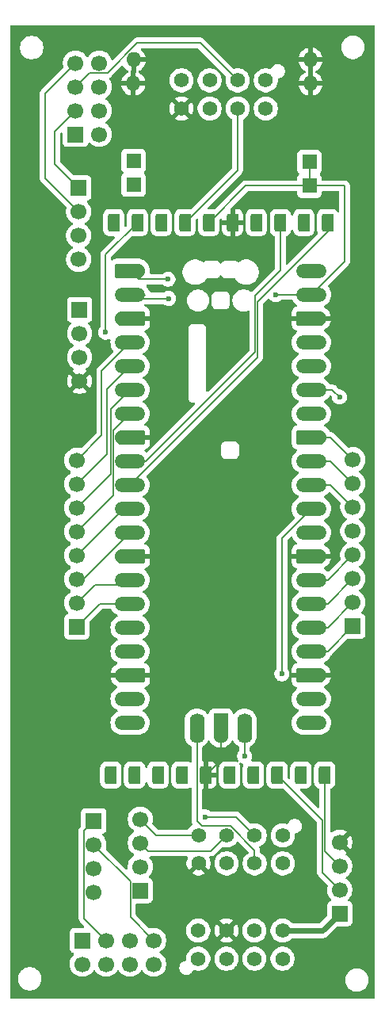
<source format=gtl>
G04 #@! TF.GenerationSoftware,KiCad,Pcbnew,9.0.4*
G04 #@! TF.CreationDate,2025-09-18T15:34:24+02:00*
G04 #@! TF.ProjectId,SMaRT,534d6152-542e-46b6-9963-61645f706362,0*
G04 #@! TF.SameCoordinates,Original*
G04 #@! TF.FileFunction,Copper,L1,Top*
G04 #@! TF.FilePolarity,Positive*
%FSLAX46Y46*%
G04 Gerber Fmt 4.6, Leading zero omitted, Abs format (unit mm)*
G04 Created by KiCad (PCBNEW 9.0.4) date 2025-09-18 15:34:24*
%MOMM*%
%LPD*%
G01*
G04 APERTURE LIST*
G04 Aperture macros list*
%AMRoundRect*
0 Rectangle with rounded corners*
0 $1 Rounding radius*
0 $2 $3 $4 $5 $6 $7 $8 $9 X,Y pos of 4 corners*
0 Add a 4 corners polygon primitive as box body*
4,1,4,$2,$3,$4,$5,$6,$7,$8,$9,$2,$3,0*
0 Add four circle primitives for the rounded corners*
1,1,$1+$1,$2,$3*
1,1,$1+$1,$4,$5*
1,1,$1+$1,$6,$7*
1,1,$1+$1,$8,$9*
0 Add four rect primitives between the rounded corners*
20,1,$1+$1,$2,$3,$4,$5,0*
20,1,$1+$1,$4,$5,$6,$7,0*
20,1,$1+$1,$6,$7,$8,$9,0*
20,1,$1+$1,$8,$9,$2,$3,0*%
%AMFreePoly0*
4,1,37,1.600000,0.796148,1.678414,0.796148,1.832228,0.765552,1.977117,0.705537,2.107515,0.618408,2.218408,0.507515,2.305537,0.377117,2.365552,0.232228,2.396148,0.078414,2.396148,-0.078414,2.365552,-0.232228,2.305537,-0.377117,2.218408,-0.507515,2.107515,-0.618408,1.977117,-0.705537,1.832228,-0.765552,1.678414,-0.796148,1.600000,-0.796148,1.600000,-0.800000,-0.600000,-0.800000,
-0.603843,-0.796157,-0.639018,-0.796157,-0.711114,-0.766294,-0.766294,-0.711114,-0.796157,-0.639018,-0.796157,-0.603843,-0.800000,-0.600000,-0.800000,0.600000,-0.796157,0.603843,-0.796157,0.639018,-0.766294,0.711114,-0.711114,0.766294,-0.639018,0.796157,-0.603843,0.796157,-0.600000,0.800000,1.600000,0.800000,1.600000,0.796148,1.600000,0.796148,$1*%
%AMFreePoly1*
4,1,37,0.800000,0.796148,0.878414,0.796148,1.032228,0.765552,1.177117,0.705537,1.307515,0.618408,1.418408,0.507515,1.505537,0.377117,1.565552,0.232228,1.596148,0.078414,1.596148,-0.078414,1.565552,-0.232228,1.505537,-0.377117,1.418408,-0.507515,1.307515,-0.618408,1.177117,-0.705537,1.032228,-0.765552,0.878414,-0.796148,0.800000,-0.796148,0.800000,-0.800000,-1.400000,-0.800000,
-1.403843,-0.796157,-1.439018,-0.796157,-1.511114,-0.766294,-1.566294,-0.711114,-1.596157,-0.639018,-1.596157,-0.603843,-1.600000,-0.600000,-1.600000,0.600000,-1.596157,0.603843,-1.596157,0.639018,-1.566294,0.711114,-1.511114,0.766294,-1.439018,0.796157,-1.403843,0.796157,-1.400000,0.800000,0.800000,0.800000,0.800000,0.796148,0.800000,0.796148,$1*%
%AMFreePoly2*
4,1,37,1.403843,0.796157,1.439018,0.796157,1.511114,0.766294,1.566294,0.711114,1.596157,0.639018,1.596157,0.603843,1.600000,0.600000,1.600000,-0.600000,1.596157,-0.603843,1.596157,-0.639018,1.566294,-0.711114,1.511114,-0.766294,1.439018,-0.796157,1.403843,-0.796157,1.400000,-0.800000,-0.800000,-0.800000,-0.800000,-0.796148,-0.878414,-0.796148,-1.032228,-0.765552,-1.177117,-0.705537,
-1.307515,-0.618408,-1.418408,-0.507515,-1.505537,-0.377117,-1.565552,-0.232228,-1.596148,-0.078414,-1.596148,0.078414,-1.565552,0.232228,-1.505537,0.377117,-1.418408,0.507515,-1.307515,0.618408,-1.177117,0.705537,-1.032228,0.765552,-0.878414,0.796148,-0.800000,0.796148,-0.800000,0.800000,1.400000,0.800000,1.403843,0.796157,1.403843,0.796157,$1*%
G04 Aperture macros list end*
G04 #@! TA.AperFunction,ComponentPad*
%ADD10R,1.700000X1.700000*%
G04 #@! TD*
G04 #@! TA.AperFunction,ComponentPad*
%ADD11C,1.700000*%
G04 #@! TD*
G04 #@! TA.AperFunction,ComponentPad*
%ADD12C,1.574800*%
G04 #@! TD*
G04 #@! TA.AperFunction,ComponentPad*
%ADD13R,1.600000X1.600000*%
G04 #@! TD*
G04 #@! TA.AperFunction,ComponentPad*
%ADD14O,1.600000X1.600000*%
G04 #@! TD*
G04 #@! TA.AperFunction,ComponentPad*
%ADD15RoundRect,0.190500X-0.444500X0.762000X-0.444500X-0.762000X0.444500X-0.762000X0.444500X0.762000X0*%
G04 #@! TD*
G04 #@! TA.AperFunction,ComponentPad*
%ADD16RoundRect,0.190500X0.444500X-0.762000X0.444500X0.762000X-0.444500X0.762000X-0.444500X-0.762000X0*%
G04 #@! TD*
G04 #@! TA.AperFunction,SMDPad,CuDef*
%ADD17RoundRect,0.800000X0.000010X-0.800000X0.000010X0.800000X-0.000010X0.800000X-0.000010X-0.800000X0*%
G04 #@! TD*
G04 #@! TA.AperFunction,SMDPad,CuDef*
%ADD18FreePoly0,270.000000*%
G04 #@! TD*
G04 #@! TA.AperFunction,SMDPad,CuDef*
%ADD19RoundRect,0.800000X-0.800000X-0.000010X0.800000X-0.000010X0.800000X0.000010X-0.800000X0.000010X0*%
G04 #@! TD*
G04 #@! TA.AperFunction,SMDPad,CuDef*
%ADD20FreePoly1,0.000000*%
G04 #@! TD*
G04 #@! TA.AperFunction,SMDPad,CuDef*
%ADD21FreePoly2,0.000000*%
G04 #@! TD*
G04 #@! TA.AperFunction,ViaPad*
%ADD22C,0.600000*%
G04 #@! TD*
G04 #@! TA.AperFunction,Conductor*
%ADD23C,0.127000*%
G04 #@! TD*
G04 #@! TA.AperFunction,Conductor*
%ADD24C,0.200000*%
G04 #@! TD*
G04 #@! TA.AperFunction,Conductor*
%ADD25C,0.600000*%
G04 #@! TD*
G04 APERTURE END LIST*
D10*
G04 #@! TO.P,J6,1,Pin_1*
G04 #@! TO.N,Net-(J6-Pin_1)*
X75360000Y-48570000D03*
D11*
G04 #@! TO.P,J6,5*
G04 #@! TO.N,N/C*
X77900000Y-48570000D03*
G04 #@! TO.P,J6,2,Pin_2*
G04 #@! TO.N,Net-(J6-Pin_2)*
X75360000Y-46030000D03*
G04 #@! TO.P,J6,6*
G04 #@! TO.N,N/C*
X77900000Y-46030000D03*
G04 #@! TO.P,J6,3,Pin_3*
G04 #@! TO.N,Net-(J6-Pin_3)*
X75360000Y-43490000D03*
G04 #@! TO.P,J6,7*
G04 #@! TO.N,N/C*
X77900000Y-43490000D03*
G04 #@! TO.P,J6,4,Pin_4*
G04 #@! TO.N,Net-(J6-Pin_4)*
X75360000Y-40950000D03*
G04 #@! TO.P,J6,8*
G04 #@! TO.N,N/C*
X77900000Y-40950000D03*
G04 #@! TD*
D10*
G04 #@! TO.P,J3,1,Pin_1*
G04 #@! TO.N,Net-(J3-Pin_1)*
X76095000Y-134675000D03*
D11*
G04 #@! TO.P,J3,5*
G04 #@! TO.N,N/C*
X76095000Y-137215000D03*
G04 #@! TO.P,J3,2,Pin_2*
G04 #@! TO.N,Net-(J3-Pin_2)*
X78635000Y-134675000D03*
G04 #@! TO.P,J3,6*
G04 #@! TO.N,N/C*
X78635000Y-137215000D03*
G04 #@! TO.P,J3,3,Pin_3*
G04 #@! TO.N,Net-(J3-Pin_3)*
X81175000Y-134675000D03*
G04 #@! TO.P,J3,7*
G04 #@! TO.N,N/C*
X81175000Y-137215000D03*
G04 #@! TO.P,J3,4,Pin_4*
G04 #@! TO.N,Net-(J3-Pin_4)*
X83715000Y-134675000D03*
G04 #@! TO.P,J3,8*
G04 #@! TO.N,N/C*
X83715000Y-137215000D03*
G04 #@! TD*
D10*
G04 #@! TO.P,J4,1,Pin_1*
G04 #@! TO.N,VCC*
X75800000Y-67300000D03*
D11*
G04 #@! TO.P,J4,2,Pin_2*
G04 #@! TO.N,/G_TX*
X75800000Y-69840000D03*
G04 #@! TO.P,J4,3,Pin_3*
G04 #@! TO.N,/G_RX*
X75800000Y-72380000D03*
G04 #@! TO.P,J4,4,Pin_4*
G04 #@! TO.N,GND*
X75800000Y-74920000D03*
G04 #@! TD*
D10*
G04 #@! TO.P,J7,1,Pin_1*
G04 #@! TO.N,VCC*
X103600000Y-131800000D03*
D11*
G04 #@! TO.P,J7,2,Pin_2*
G04 #@! TO.N,/S_TX*
X103600000Y-129260000D03*
G04 #@! TO.P,J7,3,Pin_3*
G04 #@! TO.N,/S_RX*
X103600000Y-126720000D03*
G04 #@! TO.P,J7,4,Pin_4*
G04 #@! TO.N,GND*
X103600000Y-124180000D03*
G04 #@! TD*
D10*
G04 #@! TO.P,J12,1,Pin_1*
G04 #@! TO.N,Net-(J12-Pin_1)*
X82290000Y-129345000D03*
D11*
G04 #@! TO.P,J12,2,Pin_2*
G04 #@! TO.N,Net-(J12-Pin_2)*
X82290000Y-126805000D03*
G04 #@! TO.P,J12,3,Pin_3*
G04 #@! TO.N,Net-(J12-Pin_3)*
X82290000Y-124265000D03*
G04 #@! TO.P,J12,4,Pin_4*
G04 #@! TO.N,Net-(J12-Pin_4)*
X82290000Y-121725000D03*
G04 #@! TD*
D10*
G04 #@! TO.P,J8,1,Pin_1*
G04 #@! TO.N,Net-(J3-Pin_2)*
X77315000Y-121900000D03*
D11*
G04 #@! TO.P,J8,2,Pin_2*
G04 #@! TO.N,Net-(J3-Pin_4)*
X77315000Y-124440000D03*
G04 #@! TO.P,J8,3,Pin_3*
G04 #@! TO.N,Net-(J3-Pin_6)*
X77315000Y-126980000D03*
G04 #@! TO.P,J8,4,Pin_4*
G04 #@! TO.N,Net-(J3-Pin_8)*
X77315000Y-129520000D03*
G04 #@! TD*
D10*
G04 #@! TO.P,J9,1,Pin_1*
G04 #@! TO.N,Net-(J6-Pin_2)*
X75700000Y-54300000D03*
D11*
G04 #@! TO.P,J9,2,Pin_2*
G04 #@! TO.N,Net-(J6-Pin_4)*
X75700000Y-56840000D03*
G04 #@! TO.P,J9,3,Pin_3*
G04 #@! TO.N,Net-(J6-Pin_6)*
X75700000Y-59380000D03*
G04 #@! TO.P,J9,4,Pin_4*
G04 #@! TO.N,Net-(J6-Pin_8)*
X75700000Y-61920000D03*
G04 #@! TD*
G04 #@! TO.P,J11,8,Pin_8*
G04 #@! TO.N,Net-(A2-AGND)*
X105000000Y-83320000D03*
G04 #@! TO.P,J11,7,Pin_7*
G04 #@! TO.N,Net-(A2-GPIO27_ADC1)*
X105000000Y-85860000D03*
G04 #@! TO.P,J11,6,Pin_6*
G04 #@! TO.N,Net-(A2-GPIO26_ADC0)*
X105000000Y-88400000D03*
G04 #@! TO.P,J11,5,Pin_5*
G04 #@! TO.N,Net-(A2-ADC_VREF)*
X105000000Y-90940000D03*
G04 #@! TO.P,J11,4,Pin_4*
G04 #@! TO.N,Net-(A2-GPIO21)*
X105000000Y-93480000D03*
G04 #@! TO.P,J11,3,Pin_3*
G04 #@! TO.N,Net-(A2-GPIO20)*
X105000000Y-96020000D03*
G04 #@! TO.P,J11,2,Pin_2*
G04 #@! TO.N,Net-(A2-GPIO19)*
X105000000Y-98560000D03*
D10*
G04 #@! TO.P,J11,1,Pin_1*
G04 #@! TO.N,Net-(A2-GPIO18)*
X105000000Y-101100000D03*
G04 #@! TD*
D11*
G04 #@! TO.P,J10,8,Pin_8*
G04 #@! TO.N,Net-(A2-GPIO2)*
X75500000Y-83380000D03*
G04 #@! TO.P,J10,7,Pin_7*
G04 #@! TO.N,Net-(A2-GPIO3)*
X75500000Y-85920000D03*
G04 #@! TO.P,J10,6,Pin_6*
G04 #@! TO.N,Net-(A2-GPIO4)*
X75500000Y-88460000D03*
G04 #@! TO.P,J10,5,Pin_5*
G04 #@! TO.N,Net-(A2-GPIO5)*
X75500000Y-91000000D03*
G04 #@! TO.P,J10,4,Pin_4*
G04 #@! TO.N,Net-(A2-GPIO8)*
X75500000Y-93540000D03*
G04 #@! TO.P,J10,3,Pin_3*
G04 #@! TO.N,Net-(A2-GPIO9)*
X75500000Y-96080000D03*
G04 #@! TO.P,J10,2,Pin_2*
G04 #@! TO.N,Net-(A2-GPIO10)*
X75500000Y-98620000D03*
D10*
G04 #@! TO.P,J10,1,Pin_1*
G04 #@! TO.N,Net-(A2-GPIO11)*
X75500000Y-101160000D03*
G04 #@! TD*
D12*
G04 #@! TO.P,J1,8,8*
G04 #@! TO.N,Net-(J3-Pin_1)*
X88490002Y-136624999D03*
G04 #@! TO.P,J1,7,7*
G04 #@! TO.N,Net-(J3-Pin_3)*
X91490001Y-136624999D03*
G04 #@! TO.P,J1,6,6*
G04 #@! TO.N,Net-(J3-Pin_5)*
X94490000Y-136624999D03*
G04 #@! TO.P,J1,5,5*
G04 #@! TO.N,Net-(J3-Pin_7)*
X97489999Y-136624999D03*
G04 #@! TO.P,J1,4,4*
G04 #@! TO.N,/S_TX*
X88490002Y-133625000D03*
G04 #@! TO.P,J1,3,3*
G04 #@! TO.N,GND*
X91490001Y-133625000D03*
G04 #@! TO.P,J1,2,2*
G04 #@! TO.N,/S_RX*
X94490000Y-133625000D03*
G04 #@! TO.P,J1,1,1*
G04 #@! TO.N,VCC*
X97489999Y-133625000D03*
G04 #@! TD*
G04 #@! TO.P,J5,8,8*
G04 #@! TO.N,Net-(J12-Pin_1)*
X97515000Y-123450000D03*
G04 #@! TO.P,J5,7,7*
G04 #@! TO.N,Net-(J12-Pin_2)*
X94515001Y-123450000D03*
G04 #@! TO.P,J5,6,6*
G04 #@! TO.N,Net-(J12-Pin_3)*
X91515002Y-123450000D03*
G04 #@! TO.P,J5,5,5*
G04 #@! TO.N,Net-(J12-Pin_4)*
X88515003Y-123450000D03*
G04 #@! TO.P,J5,4,4*
G04 #@! TO.N,/RESET*
X97515000Y-126449999D03*
G04 #@! TO.P,J5,3,3*
G04 #@! TO.N,/SWCLK*
X94515001Y-126449999D03*
G04 #@! TO.P,J5,2,2*
G04 #@! TO.N,/SWDIO*
X91515002Y-126449999D03*
G04 #@! TO.P,J5,1,1*
G04 #@! TO.N,GND*
X88515003Y-126449999D03*
G04 #@! TD*
D13*
G04 #@! TO.P,U1,1,IN+*
G04 #@! TO.N,VCC*
X81577000Y-53935000D03*
G04 #@! TO.P,U1,2,IN+*
X81577000Y-51395000D03*
D14*
G04 #@! TO.P,U1,3,IN-*
G04 #@! TO.N,GND*
X81551600Y-43140000D03*
G04 #@! TO.P,U1,4,IN-*
X81577000Y-40600000D03*
D13*
G04 #@! TO.P,U1,5,OUT+*
G04 #@! TO.N,3V3*
X100373000Y-54062000D03*
G04 #@! TO.P,U1,6,OUT+*
X100373000Y-51522000D03*
D14*
G04 #@! TO.P,U1,7,OUT-*
G04 #@! TO.N,GND*
X100474600Y-43140000D03*
G04 #@! TO.P,U1,8,OUT-*
X100500000Y-40600000D03*
G04 #@! TD*
D15*
G04 #@! TO.P,U3,1,T1OUT*
G04 #@! TO.N,unconnected-(U3-T1OUT-Pad1)*
X79460000Y-58000000D03*
G04 #@! TO.P,U3,2,T2OUT*
G04 #@! TO.N,/G_RX*
X82000000Y-58000000D03*
G04 #@! TO.P,U3,3,R1IN*
G04 #@! TO.N,unconnected-(U3-R1IN-Pad3)*
X84540000Y-58000000D03*
G04 #@! TO.P,U3,4,R2IN*
G04 #@! TO.N,/G_TX*
X87080000Y-58000000D03*
G04 #@! TO.P,U3,5,3-5.5V*
G04 #@! TO.N,3V3*
X89620000Y-58000000D03*
G04 #@! TO.P,U3,6,GND*
G04 #@! TO.N,GND*
X92160000Y-58000000D03*
G04 #@! TO.P,U3,7,T1IN*
G04 #@! TO.N,unconnected-(U3-T1IN-Pad7)*
X94700000Y-58000000D03*
G04 #@! TO.P,U3,8,T2IN*
G04 #@! TO.N,/TX1*
X97272513Y-57994297D03*
G04 #@! TO.P,U3,9,R1OUT*
G04 #@! TO.N,unconnected-(U3-R1OUT-Pad9)*
X99780000Y-58000000D03*
G04 #@! TO.P,U3,10,R2OUT*
G04 #@! TO.N,/RX1*
X102320000Y-58000000D03*
G04 #@! TD*
D16*
G04 #@! TO.P,U2,1,T1OUT*
G04 #@! TO.N,/S_RX*
X102000000Y-117000000D03*
G04 #@! TO.P,U2,2,T2OUT*
G04 #@! TO.N,unconnected-(U2-T2OUT-Pad2)*
X99460000Y-117000000D03*
G04 #@! TO.P,U2,3,R1IN*
G04 #@! TO.N,/S_TX*
X96920000Y-117000000D03*
G04 #@! TO.P,U2,4,R2IN*
G04 #@! TO.N,unconnected-(U2-R2IN-Pad4)*
X94380000Y-117000000D03*
G04 #@! TO.P,U2,5,3-5.5V*
G04 #@! TO.N,3V3*
X91840000Y-117000000D03*
G04 #@! TO.P,U2,6,GND*
G04 #@! TO.N,GND*
X89300000Y-117000000D03*
G04 #@! TO.P,U2,7,T1IN*
G04 #@! TO.N,/TX0*
X86760000Y-117000000D03*
G04 #@! TO.P,U2,8,T2IN*
G04 #@! TO.N,unconnected-(U2-T2IN-Pad8)*
X84187487Y-117005703D03*
G04 #@! TO.P,U2,9,R1OUT*
G04 #@! TO.N,/RX0*
X81680000Y-117000000D03*
G04 #@! TO.P,U2,10,R2OUT*
G04 #@! TO.N,unconnected-(U2-R2OUT-Pad10)*
X79140000Y-117000000D03*
G04 #@! TD*
D12*
G04 #@! TO.P,J2,8,8*
G04 #@! TO.N,Net-(J6-Pin_1)*
X95700000Y-42800000D03*
G04 #@! TO.P,J2,7,7*
G04 #@! TO.N,Net-(J6-Pin_3)*
X92700001Y-42800000D03*
G04 #@! TO.P,J2,6,6*
G04 #@! TO.N,Net-(J6-Pin_5)*
X89700002Y-42800000D03*
G04 #@! TO.P,J2,5,5*
G04 #@! TO.N,Net-(J6-Pin_7)*
X86700003Y-42800000D03*
G04 #@! TO.P,J2,4,4*
G04 #@! TO.N,/G_RX*
X95700000Y-45799999D03*
G04 #@! TO.P,J2,3,3*
G04 #@! TO.N,/G_TX*
X92700001Y-45799999D03*
G04 #@! TO.P,J2,2,2*
G04 #@! TO.N,VCC*
X89700002Y-45799999D03*
G04 #@! TO.P,J2,1,1*
G04 #@! TO.N,GND*
X86700003Y-45799999D03*
G04 #@! TD*
D17*
G04 #@! TO.P,A2,D3,SWDIO*
G04 #@! TO.N,/SWDIO*
X93425000Y-111985000D03*
D18*
G04 #@! TO.P,A2,D2,GND*
G04 #@! TO.N,GND*
X90885000Y-111185000D03*
D17*
G04 #@! TO.P,A2,D1,SWCLK*
G04 #@! TO.N,/SWCLK*
X88345000Y-111985000D03*
D19*
G04 #@! TO.P,A2,40,VBUS*
G04 #@! TO.N,unconnected-(A2-VBUS-Pad40)*
X100575000Y-63155000D03*
G04 #@! TO.P,A2,39,VSYS*
G04 #@! TO.N,3V3*
X100575000Y-65695000D03*
D20*
G04 #@! TO.P,A2,38,GND*
G04 #@! TO.N,GND*
X100575000Y-68235000D03*
D19*
G04 #@! TO.P,A2,37,3V3_EN*
G04 #@! TO.N,unconnected-(A2-3V3_EN-Pad37)*
X100575000Y-70775000D03*
G04 #@! TO.P,A2,36,3V3*
G04 #@! TO.N,unconnected-(A2-3V3-Pad36)*
X100575000Y-73315000D03*
G04 #@! TO.P,A2,35,ADC_VREF*
G04 #@! TO.N,Net-(A2-ADC_VREF)*
X100575000Y-75855000D03*
G04 #@! TO.P,A2,34,GPIO28_ADC2*
G04 #@! TO.N,unconnected-(A2-GPIO28_ADC2-Pad34)*
X100575000Y-78395000D03*
D20*
G04 #@! TO.P,A2,33,AGND*
G04 #@! TO.N,Net-(A2-AGND)*
X100575000Y-80935000D03*
D19*
G04 #@! TO.P,A2,32,GPIO27_ADC1*
G04 #@! TO.N,Net-(A2-GPIO27_ADC1)*
X100575000Y-83475000D03*
G04 #@! TO.P,A2,31,GPIO26_ADC0*
G04 #@! TO.N,Net-(A2-GPIO26_ADC0)*
X100575000Y-86015000D03*
G04 #@! TO.P,A2,30,RUN*
G04 #@! TO.N,/RESET*
X100575000Y-88555000D03*
G04 #@! TO.P,A2,29,GPIO22*
G04 #@! TO.N,unconnected-(A2-GPIO22-Pad29)*
X100575000Y-91095000D03*
D20*
G04 #@! TO.P,A2,28,GND*
G04 #@! TO.N,GND*
X100575000Y-93635000D03*
D19*
G04 #@! TO.P,A2,27,GPIO21*
G04 #@! TO.N,Net-(A2-GPIO21)*
X100575000Y-96175000D03*
G04 #@! TO.P,A2,26,GPIO20*
G04 #@! TO.N,Net-(A2-GPIO20)*
X100575000Y-98715000D03*
G04 #@! TO.P,A2,25,GPIO19*
G04 #@! TO.N,Net-(A2-GPIO19)*
X100575000Y-101255000D03*
G04 #@! TO.P,A2,24,GPIO18*
G04 #@! TO.N,Net-(A2-GPIO18)*
X100575000Y-103795000D03*
D20*
G04 #@! TO.P,A2,23,GND*
G04 #@! TO.N,GND*
X100575000Y-106335000D03*
D19*
G04 #@! TO.P,A2,22,GPIO17*
G04 #@! TO.N,unconnected-(A2-GPIO17-Pad22)*
X100575000Y-108875000D03*
G04 #@! TO.P,A2,21,GPIO16*
G04 #@! TO.N,unconnected-(A2-GPIO16-Pad21)*
X100575000Y-111415000D03*
G04 #@! TO.P,A2,20,GPIO15*
G04 #@! TO.N,unconnected-(A2-GPIO15-Pad20)*
X81195000Y-111415000D03*
G04 #@! TO.P,A2,19,GPIO14*
G04 #@! TO.N,unconnected-(A2-GPIO14-Pad19)*
X81195000Y-108875000D03*
D21*
G04 #@! TO.P,A2,18,GND*
G04 #@! TO.N,GND*
X81195000Y-106335000D03*
D19*
G04 #@! TO.P,A2,17,GPIO13*
G04 #@! TO.N,unconnected-(A2-GPIO13-Pad17)*
X81195000Y-103795000D03*
G04 #@! TO.P,A2,16,GPIO12*
G04 #@! TO.N,unconnected-(A2-GPIO12-Pad16)*
X81195000Y-101255000D03*
G04 #@! TO.P,A2,15,GPIO11*
G04 #@! TO.N,Net-(A2-GPIO11)*
X81195000Y-98715000D03*
G04 #@! TO.P,A2,14,GPIO10*
G04 #@! TO.N,Net-(A2-GPIO10)*
X81195000Y-96175000D03*
D21*
G04 #@! TO.P,A2,13,GND*
G04 #@! TO.N,GND*
X81195000Y-93635000D03*
D19*
G04 #@! TO.P,A2,12,GPIO9*
G04 #@! TO.N,Net-(A2-GPIO9)*
X81195000Y-91095000D03*
G04 #@! TO.P,A2,11,GPIO8*
G04 #@! TO.N,Net-(A2-GPIO8)*
X81195000Y-88555000D03*
G04 #@! TO.P,A2,10,GPIO7*
G04 #@! TO.N,/RX1*
X81195000Y-86015000D03*
G04 #@! TO.P,A2,9,GPIO6*
G04 #@! TO.N,/TX1*
X81195000Y-83475000D03*
D21*
G04 #@! TO.P,A2,8,GND*
G04 #@! TO.N,GND*
X81195000Y-80935000D03*
D19*
G04 #@! TO.P,A2,7,GPIO5*
G04 #@! TO.N,Net-(A2-GPIO5)*
X81195000Y-78395000D03*
G04 #@! TO.P,A2,6,GPIO4*
G04 #@! TO.N,Net-(A2-GPIO4)*
X81195000Y-75855000D03*
G04 #@! TO.P,A2,5,GPIO3*
G04 #@! TO.N,Net-(A2-GPIO3)*
X81195000Y-73315000D03*
G04 #@! TO.P,A2,4,GPIO2*
G04 #@! TO.N,Net-(A2-GPIO2)*
X81195000Y-70775000D03*
D21*
G04 #@! TO.P,A2,3,GND*
G04 #@! TO.N,GND*
X81195000Y-68235000D03*
D19*
G04 #@! TO.P,A2,2,GPIO1*
G04 #@! TO.N,/RX0*
X81195000Y-65695000D03*
D20*
G04 #@! TO.P,A2,1,GPIO0*
G04 #@! TO.N,/TX0*
X81195000Y-63155000D03*
G04 #@! TD*
D22*
G04 #@! TO.N,/RESET*
X97425000Y-106200000D03*
G04 #@! TO.N,/G_RX*
X78575000Y-69700000D03*
G04 #@! TO.N,3V3*
X96775000Y-65700000D03*
G04 #@! TO.N,/RX0*
X85325000Y-66100000D03*
G04 #@! TO.N,/TX0*
X85250000Y-64050000D03*
G04 #@! TO.N,Net-(J12-Pin_2)*
X89225000Y-121475000D03*
G04 #@! TO.N,/SWDIO*
X93425000Y-115000000D03*
G04 #@! TO.N,Net-(A2-ADC_VREF)*
X103575000Y-76625000D03*
G04 #@! TD*
D23*
G04 #@! TO.N,Net-(J6-Pin_4)*
X72125000Y-53265000D02*
X75700000Y-56840000D01*
X72125000Y-44185000D02*
X72125000Y-53265000D01*
X75360000Y-40950000D02*
X72125000Y-44185000D01*
G04 #@! TO.N,Net-(J6-Pin_3)*
X81974807Y-38800000D02*
X88700001Y-38800000D01*
X78783307Y-41991500D02*
X81974807Y-38800000D01*
X76858500Y-41991500D02*
X78783307Y-41991500D01*
X88700001Y-38800000D02*
X92700001Y-42800000D01*
X75360000Y-43490000D02*
X76858500Y-41991500D01*
G04 #@! TO.N,Net-(J6-Pin_2)*
X73125000Y-51725000D02*
X75700000Y-54300000D01*
X73125000Y-48265000D02*
X73125000Y-51725000D01*
X75360000Y-46030000D02*
X73125000Y-48265000D01*
G04 #@! TO.N,Net-(J3-Pin_2)*
X76275000Y-122940000D02*
X77315000Y-121900000D01*
X76275000Y-132315000D02*
X76275000Y-122940000D01*
X78635000Y-134675000D02*
X76275000Y-132315000D01*
G04 #@! TO.N,Net-(J3-Pin_4)*
X81248500Y-128373500D02*
X77315000Y-124440000D01*
X81248500Y-132208500D02*
X81248500Y-128373500D01*
X83715000Y-134675000D02*
X81248500Y-132208500D01*
G04 #@! TO.N,/RESET*
X97425000Y-91705000D02*
X100575000Y-88555000D01*
X97425000Y-106200000D02*
X97425000Y-91705000D01*
G04 #@! TO.N,/G_RX*
X78575000Y-69700000D02*
X78575000Y-61425000D01*
X78575000Y-61425000D02*
X82000000Y-58000000D01*
G04 #@! TO.N,3V3*
X96780000Y-65695000D02*
X100575000Y-65695000D01*
X96775000Y-65700000D02*
X96780000Y-65695000D01*
D24*
G04 #@! TO.N,/RX0*
X81600000Y-66100000D02*
X85325000Y-66100000D01*
X81195000Y-65695000D02*
X81600000Y-66100000D01*
D23*
G04 #@! TO.N,/TX0*
X81195000Y-63155000D02*
X82090000Y-64050000D01*
X82090000Y-64050000D02*
X85250000Y-64050000D01*
G04 #@! TO.N,/TX1*
X82890299Y-83475000D02*
X81195000Y-83475000D01*
X94549500Y-71815799D02*
X82890299Y-83475000D01*
X94549500Y-65801582D02*
X94549500Y-71815799D01*
X97272513Y-63078569D02*
X94549500Y-65801582D01*
X97272513Y-57994297D02*
X97272513Y-63078569D01*
G04 #@! TO.N,/RX1*
X94803500Y-72406500D02*
X81195000Y-86015000D01*
X94803500Y-66469000D02*
X94803500Y-72406500D01*
X102320000Y-58952500D02*
X94803500Y-66469000D01*
X102320000Y-58000000D02*
X102320000Y-58952500D01*
G04 #@! TO.N,Net-(J12-Pin_4)*
X84015000Y-123450000D02*
X82290000Y-121725000D01*
X88515003Y-123450000D02*
X84015000Y-123450000D01*
G04 #@! TO.N,Net-(J12-Pin_3)*
X89850002Y-125115000D02*
X91515002Y-123450000D01*
X83140000Y-125115000D02*
X89850002Y-125115000D01*
X82290000Y-124265000D02*
X83140000Y-125115000D01*
G04 #@! TO.N,/SWCLK*
X88920477Y-122471100D02*
X91920476Y-122471100D01*
X94515001Y-125065625D02*
X94515001Y-126449999D01*
X88345000Y-111185000D02*
X88345000Y-121895623D01*
X91920476Y-122471100D02*
X94515001Y-125065625D01*
X88345000Y-121895623D02*
X88920477Y-122471100D01*
G04 #@! TO.N,Net-(J12-Pin_2)*
X94515001Y-123450000D02*
X92540001Y-121475000D01*
X92540001Y-121475000D02*
X89225000Y-121475000D01*
D25*
G04 #@! TO.N,VCC*
X101775000Y-133625000D02*
X103600000Y-131800000D01*
X97489999Y-133625000D02*
X101775000Y-133625000D01*
D23*
G04 #@! TO.N,/S_TX*
X101745000Y-127405000D02*
X101745000Y-121825000D01*
X103600000Y-129260000D02*
X101745000Y-127405000D01*
X101745000Y-121825000D02*
X96920000Y-117000000D01*
G04 #@! TO.N,/S_RX*
X102000000Y-125120000D02*
X102000000Y-117000000D01*
X103600000Y-126720000D02*
X102000000Y-125120000D01*
G04 #@! TO.N,/G_TX*
X92700001Y-45799999D02*
X92700001Y-52379999D01*
X92700001Y-52379999D02*
X87080000Y-58000000D01*
G04 #@! TO.N,GND*
X100500000Y-43114600D02*
X100474600Y-43140000D01*
X100500000Y-40600000D02*
X100500000Y-43114600D01*
X81577000Y-43114600D02*
X81551600Y-43140000D01*
X81577000Y-40600000D02*
X81577000Y-43114600D01*
G04 #@! TO.N,3V3*
X93558000Y-54062000D02*
X100373000Y-54062000D01*
X89620000Y-58000000D02*
X93558000Y-54062000D01*
X100373000Y-51522000D02*
X100373000Y-54062000D01*
X104125000Y-54100000D02*
X104087000Y-54062000D01*
X104125000Y-54075000D02*
X104125000Y-54100000D01*
X104087000Y-54062000D02*
X100373000Y-54062000D01*
X104125000Y-62145000D02*
X104125000Y-54075000D01*
X100575000Y-65695000D02*
X104125000Y-62145000D01*
G04 #@! TO.N,GND*
X90885000Y-115415000D02*
X89300000Y-117000000D01*
X90885000Y-111185000D02*
X90885000Y-115415000D01*
G04 #@! TO.N,Net-(A2-ADC_VREF)*
X102805000Y-75855000D02*
X103575000Y-76625000D01*
X100575000Y-75855000D02*
X102805000Y-75855000D01*
G04 #@! TO.N,Net-(A2-AGND)*
X102615000Y-80935000D02*
X100575000Y-80935000D01*
X105000000Y-83320000D02*
X102615000Y-80935000D01*
G04 #@! TO.N,Net-(A2-GPIO27_ADC1)*
X102615000Y-83475000D02*
X100575000Y-83475000D01*
X105000000Y-85860000D02*
X102615000Y-83475000D01*
G04 #@! TO.N,Net-(A2-GPIO26_ADC0)*
X102615000Y-86015000D02*
X100575000Y-86015000D01*
X105000000Y-88400000D02*
X102615000Y-86015000D01*
G04 #@! TO.N,Net-(A2-GPIO21)*
X102305000Y-96175000D02*
X105000000Y-93480000D01*
X100575000Y-96175000D02*
X102305000Y-96175000D01*
G04 #@! TO.N,Net-(A2-GPIO20)*
X102305000Y-98715000D02*
X105000000Y-96020000D01*
X100575000Y-98715000D02*
X102305000Y-98715000D01*
G04 #@! TO.N,Net-(A2-GPIO19)*
X102305000Y-101255000D02*
X105000000Y-98560000D01*
X100575000Y-101255000D02*
X102305000Y-101255000D01*
G04 #@! TO.N,Net-(A2-GPIO18)*
X102305000Y-103795000D02*
X105000000Y-101100000D01*
X100575000Y-103795000D02*
X102305000Y-103795000D01*
G04 #@! TO.N,Net-(A2-GPIO2)*
X78150000Y-80730000D02*
X78150000Y-73820000D01*
X75500000Y-83380000D02*
X78150000Y-80730000D01*
X78150000Y-73820000D02*
X81195000Y-70775000D01*
G04 #@! TO.N,Net-(A2-GPIO3)*
X78725000Y-75785000D02*
X81195000Y-73315000D01*
X78725000Y-82695000D02*
X78725000Y-75785000D01*
X75500000Y-85920000D02*
X78725000Y-82695000D01*
G04 #@! TO.N,Net-(A2-GPIO4)*
X79143500Y-77906500D02*
X81195000Y-75855000D01*
X79143500Y-84816500D02*
X79143500Y-77906500D01*
X75500000Y-88460000D02*
X79143500Y-84816500D01*
G04 #@! TO.N,Net-(A2-GPIO5)*
X79398500Y-80191500D02*
X81195000Y-78395000D01*
X79398500Y-87101500D02*
X79398500Y-80191500D01*
X75500000Y-91000000D02*
X79398500Y-87101500D01*
G04 #@! TO.N,Net-(A2-GPIO11)*
X77945000Y-98715000D02*
X75500000Y-101160000D01*
X81195000Y-98715000D02*
X77945000Y-98715000D01*
G04 #@! TO.N,Net-(A2-GPIO10)*
X77420000Y-96700000D02*
X75500000Y-98620000D01*
X81195000Y-96175000D02*
X81125000Y-96175000D01*
X81125000Y-96175000D02*
X80600000Y-96700000D01*
X80600000Y-96700000D02*
X77420000Y-96700000D01*
G04 #@! TO.N,Net-(A2-GPIO9)*
X76210000Y-96080000D02*
X75500000Y-96080000D01*
X81195000Y-91095000D02*
X76210000Y-96080000D01*
G04 #@! TO.N,Net-(A2-GPIO8)*
X80485000Y-88555000D02*
X81195000Y-88555000D01*
X75500000Y-93540000D02*
X80485000Y-88555000D01*
D24*
G04 #@! TO.N,/RX0*
X81195000Y-65695000D02*
X82795000Y-65695000D01*
D23*
G04 #@! TO.N,/SWDIO*
X93425000Y-111185000D02*
X93425000Y-115000000D01*
D24*
G04 #@! TO.N,/TX1*
X81195000Y-83475000D02*
X81370594Y-83475000D01*
G04 #@! TD*
G04 #@! TA.AperFunction,Conductor*
G04 #@! TO.N,GND*
G36*
X81827000Y-41953238D02*
G01*
X81807315Y-42020277D01*
X81801600Y-42027369D01*
X81801600Y-42824314D01*
X81797206Y-42819920D01*
X81705994Y-42767259D01*
X81604261Y-42740000D01*
X81498939Y-42740000D01*
X81397206Y-42767259D01*
X81305994Y-42819920D01*
X81301600Y-42824314D01*
X81301600Y-41786762D01*
X81321285Y-41719723D01*
X81327000Y-41712630D01*
X81327000Y-40915686D01*
X81331394Y-40920080D01*
X81422606Y-40972741D01*
X81524339Y-41000000D01*
X81629661Y-41000000D01*
X81731394Y-40972741D01*
X81822606Y-40920080D01*
X81827000Y-40915686D01*
X81827000Y-41953238D01*
G37*
G04 #@! TD.AperFunction*
G04 #@! TA.AperFunction,Conductor*
G36*
X100750000Y-41953238D02*
G01*
X100730315Y-42020277D01*
X100724600Y-42027369D01*
X100724600Y-42824314D01*
X100720206Y-42819920D01*
X100628994Y-42767259D01*
X100527261Y-42740000D01*
X100421939Y-42740000D01*
X100320206Y-42767259D01*
X100228994Y-42819920D01*
X100224600Y-42824314D01*
X100224600Y-41786762D01*
X100244285Y-41719723D01*
X100250000Y-41712630D01*
X100250000Y-40915686D01*
X100254394Y-40920080D01*
X100345606Y-40972741D01*
X100447339Y-41000000D01*
X100552661Y-41000000D01*
X100654394Y-40972741D01*
X100745606Y-40920080D01*
X100750000Y-40915686D01*
X100750000Y-41953238D01*
G37*
G04 #@! TD.AperFunction*
G04 #@! TA.AperFunction,Conductor*
G36*
X107317539Y-36920185D02*
G01*
X107363294Y-36972989D01*
X107374500Y-37024500D01*
X107374500Y-140775500D01*
X107354815Y-140842539D01*
X107302011Y-140888294D01*
X107250500Y-140899500D01*
X68499500Y-140899500D01*
X68432461Y-140879815D01*
X68386706Y-140827011D01*
X68375500Y-140775500D01*
X68375500Y-138676577D01*
X69224500Y-138676577D01*
X69224500Y-138873422D01*
X69255290Y-139067826D01*
X69316117Y-139255029D01*
X69379806Y-139380025D01*
X69405476Y-139430405D01*
X69521172Y-139589646D01*
X69660354Y-139728828D01*
X69819595Y-139844524D01*
X69902455Y-139886743D01*
X69994970Y-139933882D01*
X69994972Y-139933882D01*
X69994975Y-139933884D01*
X70095317Y-139966487D01*
X70182173Y-139994709D01*
X70376578Y-140025500D01*
X70376583Y-140025500D01*
X70573422Y-140025500D01*
X70767826Y-139994709D01*
X70955025Y-139933884D01*
X71130405Y-139844524D01*
X71289646Y-139728828D01*
X71428828Y-139589646D01*
X71544524Y-139430405D01*
X71633884Y-139255025D01*
X71694709Y-139067826D01*
X71725500Y-138873422D01*
X71725500Y-138801577D01*
X104174500Y-138801577D01*
X104174500Y-138998422D01*
X104205290Y-139192826D01*
X104266117Y-139380029D01*
X104355476Y-139555405D01*
X104471172Y-139714646D01*
X104610354Y-139853828D01*
X104769595Y-139969524D01*
X104819024Y-139994709D01*
X104944970Y-140058882D01*
X104944972Y-140058882D01*
X104944975Y-140058884D01*
X105045317Y-140091487D01*
X105132173Y-140119709D01*
X105326578Y-140150500D01*
X105326583Y-140150500D01*
X105523422Y-140150500D01*
X105717826Y-140119709D01*
X105905025Y-140058884D01*
X106080405Y-139969524D01*
X106239646Y-139853828D01*
X106378828Y-139714646D01*
X106494524Y-139555405D01*
X106583884Y-139380025D01*
X106644709Y-139192826D01*
X106664507Y-139067826D01*
X106675500Y-138998422D01*
X106675500Y-138801577D01*
X106644709Y-138607173D01*
X106583882Y-138419970D01*
X106520191Y-138294970D01*
X106494524Y-138244595D01*
X106378828Y-138085354D01*
X106239646Y-137946172D01*
X106080405Y-137830476D01*
X106007282Y-137793218D01*
X105905029Y-137741117D01*
X105717826Y-137680290D01*
X105523422Y-137649500D01*
X105523417Y-137649500D01*
X105326583Y-137649500D01*
X105326578Y-137649500D01*
X105132173Y-137680290D01*
X104944970Y-137741117D01*
X104769594Y-137830476D01*
X104736065Y-137854837D01*
X104610354Y-137946172D01*
X104610352Y-137946174D01*
X104610351Y-137946174D01*
X104471174Y-138085351D01*
X104471174Y-138085352D01*
X104471172Y-138085354D01*
X104421485Y-138153741D01*
X104355476Y-138244594D01*
X104266117Y-138419970D01*
X104205290Y-138607173D01*
X104174500Y-138801577D01*
X71725500Y-138801577D01*
X71725500Y-138676577D01*
X71694709Y-138482173D01*
X71633882Y-138294970D01*
X71544523Y-138119594D01*
X71521945Y-138088518D01*
X71428828Y-137960354D01*
X71289646Y-137821172D01*
X71130405Y-137705476D01*
X70955029Y-137616117D01*
X70767826Y-137555290D01*
X70573422Y-137524500D01*
X70573417Y-137524500D01*
X70376583Y-137524500D01*
X70376578Y-137524500D01*
X70182173Y-137555290D01*
X69994970Y-137616117D01*
X69819594Y-137705476D01*
X69728741Y-137771485D01*
X69660354Y-137821172D01*
X69660352Y-137821174D01*
X69660351Y-137821174D01*
X69521174Y-137960351D01*
X69521174Y-137960352D01*
X69521172Y-137960354D01*
X69471485Y-138028741D01*
X69405476Y-138119594D01*
X69316117Y-138294970D01*
X69255290Y-138482173D01*
X69224500Y-138676577D01*
X68375500Y-138676577D01*
X68375500Y-133777135D01*
X74744500Y-133777135D01*
X74744500Y-135572870D01*
X74744501Y-135572876D01*
X74750908Y-135632483D01*
X74801202Y-135767328D01*
X74801206Y-135767335D01*
X74887452Y-135882544D01*
X74887455Y-135882547D01*
X75002664Y-135968793D01*
X75002671Y-135968797D01*
X75134082Y-136017810D01*
X75190016Y-136059681D01*
X75214433Y-136125145D01*
X75199582Y-136193418D01*
X75178431Y-136221673D01*
X75064889Y-136335215D01*
X74939951Y-136507179D01*
X74843444Y-136696585D01*
X74777753Y-136898760D01*
X74744500Y-137108713D01*
X74744500Y-137321286D01*
X74777753Y-137531239D01*
X74777753Y-137531241D01*
X74777754Y-137531243D01*
X74825992Y-137679705D01*
X74843444Y-137733414D01*
X74939951Y-137922820D01*
X75064890Y-138094786D01*
X75215213Y-138245109D01*
X75387179Y-138370048D01*
X75387181Y-138370049D01*
X75387184Y-138370051D01*
X75576588Y-138466557D01*
X75778757Y-138532246D01*
X75988713Y-138565500D01*
X75988714Y-138565500D01*
X76201286Y-138565500D01*
X76201287Y-138565500D01*
X76411243Y-138532246D01*
X76613412Y-138466557D01*
X76802816Y-138370051D01*
X76906157Y-138294970D01*
X76974786Y-138245109D01*
X76974788Y-138245106D01*
X76974792Y-138245104D01*
X77125104Y-138094792D01*
X77125106Y-138094788D01*
X77125109Y-138094786D01*
X77250048Y-137922820D01*
X77250047Y-137922820D01*
X77250051Y-137922816D01*
X77254514Y-137914054D01*
X77302488Y-137863259D01*
X77370308Y-137846463D01*
X77436444Y-137868999D01*
X77475486Y-137914056D01*
X77479951Y-137922820D01*
X77604890Y-138094786D01*
X77755213Y-138245109D01*
X77927179Y-138370048D01*
X77927181Y-138370049D01*
X77927184Y-138370051D01*
X78116588Y-138466557D01*
X78318757Y-138532246D01*
X78528713Y-138565500D01*
X78528714Y-138565500D01*
X78741286Y-138565500D01*
X78741287Y-138565500D01*
X78951243Y-138532246D01*
X79153412Y-138466557D01*
X79342816Y-138370051D01*
X79446157Y-138294970D01*
X79514786Y-138245109D01*
X79514788Y-138245106D01*
X79514792Y-138245104D01*
X79665104Y-138094792D01*
X79665106Y-138094788D01*
X79665109Y-138094786D01*
X79790048Y-137922820D01*
X79790047Y-137922820D01*
X79790051Y-137922816D01*
X79794514Y-137914054D01*
X79842488Y-137863259D01*
X79910308Y-137846463D01*
X79976444Y-137868999D01*
X80015486Y-137914056D01*
X80019951Y-137922820D01*
X80144890Y-138094786D01*
X80295213Y-138245109D01*
X80467179Y-138370048D01*
X80467181Y-138370049D01*
X80467184Y-138370051D01*
X80656588Y-138466557D01*
X80858757Y-138532246D01*
X81068713Y-138565500D01*
X81068714Y-138565500D01*
X81281286Y-138565500D01*
X81281287Y-138565500D01*
X81491243Y-138532246D01*
X81693412Y-138466557D01*
X81882816Y-138370051D01*
X81986157Y-138294970D01*
X82054786Y-138245109D01*
X82054788Y-138245106D01*
X82054792Y-138245104D01*
X82205104Y-138094792D01*
X82205106Y-138094788D01*
X82205109Y-138094786D01*
X82330048Y-137922820D01*
X82330047Y-137922820D01*
X82330051Y-137922816D01*
X82334514Y-137914054D01*
X82382488Y-137863259D01*
X82450308Y-137846463D01*
X82516444Y-137868999D01*
X82555486Y-137914056D01*
X82559951Y-137922820D01*
X82684890Y-138094786D01*
X82835213Y-138245109D01*
X83007179Y-138370048D01*
X83007181Y-138370049D01*
X83007184Y-138370051D01*
X83196588Y-138466557D01*
X83398757Y-138532246D01*
X83608713Y-138565500D01*
X83608714Y-138565500D01*
X83821286Y-138565500D01*
X83821287Y-138565500D01*
X84031243Y-138532246D01*
X84233412Y-138466557D01*
X84422816Y-138370051D01*
X84526157Y-138294970D01*
X84594786Y-138245109D01*
X84594788Y-138245106D01*
X84594792Y-138245104D01*
X84745104Y-138094792D01*
X84745106Y-138094788D01*
X84745109Y-138094786D01*
X84870048Y-137922820D01*
X84870047Y-137922820D01*
X84870051Y-137922816D01*
X84966557Y-137733412D01*
X84984007Y-137679707D01*
X86451498Y-137679707D01*
X86480646Y-137826239D01*
X86480649Y-137826249D01*
X86537821Y-137964276D01*
X86537828Y-137964289D01*
X86620833Y-138088514D01*
X86620836Y-138088518D01*
X86726479Y-138194161D01*
X86726483Y-138194164D01*
X86850708Y-138277169D01*
X86850721Y-138277176D01*
X86988748Y-138334348D01*
X86988753Y-138334350D01*
X86988757Y-138334350D01*
X86988758Y-138334351D01*
X87135290Y-138363499D01*
X87135293Y-138363499D01*
X87284707Y-138363499D01*
X87383291Y-138343888D01*
X87431245Y-138334350D01*
X87569283Y-138277173D01*
X87693515Y-138194164D01*
X87799164Y-138088515D01*
X87882173Y-137964283D01*
X87904973Y-137909238D01*
X87948811Y-137854837D01*
X88015105Y-137832771D01*
X88057844Y-137838759D01*
X88188418Y-137881186D01*
X88388642Y-137912899D01*
X88388643Y-137912899D01*
X88591361Y-137912899D01*
X88591362Y-137912899D01*
X88791586Y-137881186D01*
X88984384Y-137818542D01*
X89165008Y-137726509D01*
X89316951Y-137616117D01*
X89329006Y-137607359D01*
X89329008Y-137607356D01*
X89329012Y-137607354D01*
X89472357Y-137464009D01*
X89472359Y-137464005D01*
X89472362Y-137464003D01*
X89530670Y-137383748D01*
X89591512Y-137300005D01*
X89683545Y-137119381D01*
X89746189Y-136926583D01*
X89777902Y-136726359D01*
X89777902Y-136523639D01*
X90202101Y-136523639D01*
X90202101Y-136726358D01*
X90229406Y-136898757D01*
X90233814Y-136926583D01*
X90262813Y-137015834D01*
X90296459Y-137119383D01*
X90388493Y-137300008D01*
X90507640Y-137464003D01*
X90650996Y-137607359D01*
X90786045Y-137705476D01*
X90814995Y-137726509D01*
X90995619Y-137818542D01*
X91188417Y-137881186D01*
X91388641Y-137912899D01*
X91388642Y-137912899D01*
X91591360Y-137912899D01*
X91591361Y-137912899D01*
X91791585Y-137881186D01*
X91984383Y-137818542D01*
X92165007Y-137726509D01*
X92316950Y-137616117D01*
X92329005Y-137607359D01*
X92329007Y-137607356D01*
X92329011Y-137607354D01*
X92472356Y-137464009D01*
X92472358Y-137464005D01*
X92472361Y-137464003D01*
X92530669Y-137383748D01*
X92591511Y-137300005D01*
X92683544Y-137119381D01*
X92746188Y-136926583D01*
X92777901Y-136726359D01*
X92777901Y-136523639D01*
X93202100Y-136523639D01*
X93202100Y-136726358D01*
X93229405Y-136898757D01*
X93233813Y-136926583D01*
X93262812Y-137015834D01*
X93296458Y-137119383D01*
X93388492Y-137300008D01*
X93507639Y-137464003D01*
X93650995Y-137607359D01*
X93786044Y-137705476D01*
X93814994Y-137726509D01*
X93995618Y-137818542D01*
X94188416Y-137881186D01*
X94388640Y-137912899D01*
X94388641Y-137912899D01*
X94591359Y-137912899D01*
X94591360Y-137912899D01*
X94791584Y-137881186D01*
X94984382Y-137818542D01*
X95165006Y-137726509D01*
X95316949Y-137616117D01*
X95329004Y-137607359D01*
X95329006Y-137607356D01*
X95329010Y-137607354D01*
X95472355Y-137464009D01*
X95472357Y-137464005D01*
X95472360Y-137464003D01*
X95530668Y-137383748D01*
X95591510Y-137300005D01*
X95683543Y-137119381D01*
X95746187Y-136926583D01*
X95777900Y-136726359D01*
X95777900Y-136523639D01*
X96202099Y-136523639D01*
X96202099Y-136726358D01*
X96229404Y-136898757D01*
X96233812Y-136926583D01*
X96262811Y-137015834D01*
X96296457Y-137119383D01*
X96388491Y-137300008D01*
X96507638Y-137464003D01*
X96650994Y-137607359D01*
X96786043Y-137705476D01*
X96814993Y-137726509D01*
X96995617Y-137818542D01*
X97188415Y-137881186D01*
X97388639Y-137912899D01*
X97388640Y-137912899D01*
X97591358Y-137912899D01*
X97591359Y-137912899D01*
X97791583Y-137881186D01*
X97984381Y-137818542D01*
X98165005Y-137726509D01*
X98316948Y-137616117D01*
X98329003Y-137607359D01*
X98329005Y-137607356D01*
X98329009Y-137607354D01*
X98472354Y-137464009D01*
X98472356Y-137464005D01*
X98472359Y-137464003D01*
X98530667Y-137383748D01*
X98591509Y-137300005D01*
X98683542Y-137119381D01*
X98746186Y-136926583D01*
X98777899Y-136726359D01*
X98777899Y-136523639D01*
X98746186Y-136323415D01*
X98683542Y-136130617D01*
X98591509Y-135949993D01*
X98542507Y-135882547D01*
X98472359Y-135785994D01*
X98329003Y-135642638D01*
X98165008Y-135523491D01*
X98165007Y-135523490D01*
X98165005Y-135523489D01*
X97984381Y-135431456D01*
X97791583Y-135368812D01*
X97791581Y-135368811D01*
X97791579Y-135368811D01*
X97651781Y-135346669D01*
X97591359Y-135337099D01*
X97388639Y-135337099D01*
X97342223Y-135344450D01*
X97188418Y-135368811D01*
X96995614Y-135431457D01*
X96814989Y-135523491D01*
X96650994Y-135642638D01*
X96507638Y-135785994D01*
X96388491Y-135949989D01*
X96296457Y-136130614D01*
X96233811Y-136323418D01*
X96202099Y-136523639D01*
X95777900Y-136523639D01*
X95746187Y-136323415D01*
X95683543Y-136130617D01*
X95591510Y-135949993D01*
X95542508Y-135882547D01*
X95472360Y-135785994D01*
X95329004Y-135642638D01*
X95165009Y-135523491D01*
X95165008Y-135523490D01*
X95165006Y-135523489D01*
X94984382Y-135431456D01*
X94791584Y-135368812D01*
X94791582Y-135368811D01*
X94791580Y-135368811D01*
X94651782Y-135346669D01*
X94591360Y-135337099D01*
X94388640Y-135337099D01*
X94342224Y-135344450D01*
X94188419Y-135368811D01*
X93995615Y-135431457D01*
X93814990Y-135523491D01*
X93650995Y-135642638D01*
X93507639Y-135785994D01*
X93388492Y-135949989D01*
X93296458Y-136130614D01*
X93233812Y-136323418D01*
X93202100Y-136523639D01*
X92777901Y-136523639D01*
X92746188Y-136323415D01*
X92683544Y-136130617D01*
X92591511Y-135949993D01*
X92542509Y-135882547D01*
X92472361Y-135785994D01*
X92329005Y-135642638D01*
X92165010Y-135523491D01*
X92165009Y-135523490D01*
X92165007Y-135523489D01*
X91984383Y-135431456D01*
X91791585Y-135368812D01*
X91791583Y-135368811D01*
X91791581Y-135368811D01*
X91651783Y-135346669D01*
X91591361Y-135337099D01*
X91388641Y-135337099D01*
X91342225Y-135344450D01*
X91188420Y-135368811D01*
X90995616Y-135431457D01*
X90814991Y-135523491D01*
X90650996Y-135642638D01*
X90507640Y-135785994D01*
X90388493Y-135949989D01*
X90296459Y-136130614D01*
X90233813Y-136323418D01*
X90202101Y-136523639D01*
X89777902Y-136523639D01*
X89746189Y-136323415D01*
X89683545Y-136130617D01*
X89591512Y-135949993D01*
X89542510Y-135882547D01*
X89472362Y-135785994D01*
X89329006Y-135642638D01*
X89165011Y-135523491D01*
X89165010Y-135523490D01*
X89165008Y-135523489D01*
X88984384Y-135431456D01*
X88791586Y-135368812D01*
X88791584Y-135368811D01*
X88791582Y-135368811D01*
X88651784Y-135346669D01*
X88591362Y-135337099D01*
X88388642Y-135337099D01*
X88342226Y-135344450D01*
X88188421Y-135368811D01*
X87995617Y-135431457D01*
X87814992Y-135523491D01*
X87650997Y-135642638D01*
X87507641Y-135785994D01*
X87388494Y-135949989D01*
X87296460Y-136130614D01*
X87233814Y-136323418D01*
X87202102Y-136523639D01*
X87202102Y-136731231D01*
X87199810Y-136731231D01*
X87187204Y-136790402D01*
X87138011Y-136840019D01*
X87102310Y-136853059D01*
X86988758Y-136875646D01*
X86988748Y-136875649D01*
X86850721Y-136932821D01*
X86850708Y-136932828D01*
X86726483Y-137015833D01*
X86726479Y-137015836D01*
X86620836Y-137121479D01*
X86620833Y-137121483D01*
X86537828Y-137245708D01*
X86537821Y-137245721D01*
X86480649Y-137383748D01*
X86480646Y-137383758D01*
X86451499Y-137530290D01*
X86451499Y-137530293D01*
X86451499Y-137679705D01*
X86451499Y-137679707D01*
X86451498Y-137679707D01*
X84984007Y-137679707D01*
X85032246Y-137531243D01*
X85065500Y-137321287D01*
X85065500Y-137108713D01*
X85032246Y-136898757D01*
X84966557Y-136696588D01*
X84870051Y-136507184D01*
X84870049Y-136507181D01*
X84870048Y-136507179D01*
X84745109Y-136335213D01*
X84594786Y-136184890D01*
X84422820Y-136059951D01*
X84422115Y-136059591D01*
X84414054Y-136055485D01*
X84363259Y-136007512D01*
X84346463Y-135939692D01*
X84368999Y-135873556D01*
X84414054Y-135834515D01*
X84422816Y-135830051D01*
X84509138Y-135767335D01*
X84594786Y-135705109D01*
X84594788Y-135705106D01*
X84594792Y-135705104D01*
X84745104Y-135554792D01*
X84745106Y-135554788D01*
X84745109Y-135554786D01*
X84870048Y-135382820D01*
X84870047Y-135382820D01*
X84870051Y-135382816D01*
X84966557Y-135193412D01*
X85032246Y-134991243D01*
X85065500Y-134781287D01*
X85065500Y-134568713D01*
X85032246Y-134358757D01*
X84966557Y-134156588D01*
X84870051Y-133967184D01*
X84870049Y-133967181D01*
X84870048Y-133967179D01*
X84745109Y-133795213D01*
X84594790Y-133644894D01*
X84594785Y-133644890D01*
X84559292Y-133619102D01*
X84559269Y-133619087D01*
X84427897Y-133523640D01*
X87202102Y-133523640D01*
X87202102Y-133726359D01*
X87233795Y-133926463D01*
X87233815Y-133926584D01*
X87296459Y-134119382D01*
X87388362Y-134299751D01*
X87388494Y-134300009D01*
X87507641Y-134464004D01*
X87650997Y-134607360D01*
X87804458Y-134718854D01*
X87814996Y-134726510D01*
X87995620Y-134818543D01*
X88188418Y-134881187D01*
X88388642Y-134912900D01*
X88388643Y-134912900D01*
X88591361Y-134912900D01*
X88591362Y-134912900D01*
X88791586Y-134881187D01*
X88984384Y-134818543D01*
X89165008Y-134726510D01*
X89257087Y-134659610D01*
X89329006Y-134607360D01*
X89329008Y-134607357D01*
X89329012Y-134607355D01*
X89472357Y-134464010D01*
X89472359Y-134464006D01*
X89472362Y-134464004D01*
X89561075Y-134341899D01*
X89591512Y-134300006D01*
X89683545Y-134119382D01*
X89746189Y-133926584D01*
X89777902Y-133726360D01*
X89777902Y-133523679D01*
X90202601Y-133523679D01*
X90202601Y-133726320D01*
X90234300Y-133926463D01*
X90296922Y-134119192D01*
X90388917Y-134299744D01*
X90419546Y-134341899D01*
X90419547Y-134341900D01*
X90979766Y-133781680D01*
X90992951Y-133830885D01*
X91063175Y-133952515D01*
X91162486Y-134051826D01*
X91284116Y-134122050D01*
X91333320Y-134135234D01*
X90773100Y-134695453D01*
X90773100Y-134695454D01*
X90815255Y-134726082D01*
X90995808Y-134818078D01*
X91188537Y-134880700D01*
X91188536Y-134880700D01*
X91388681Y-134912400D01*
X91591321Y-134912400D01*
X91791464Y-134880700D01*
X91984193Y-134818078D01*
X92164748Y-134726081D01*
X92164752Y-134726079D01*
X92206900Y-134695454D01*
X92206901Y-134695454D01*
X91646681Y-134135234D01*
X91695886Y-134122050D01*
X91817516Y-134051826D01*
X91916827Y-133952515D01*
X91987051Y-133830885D01*
X92000235Y-133781680D01*
X92560454Y-134341900D01*
X92560455Y-134341899D01*
X92591080Y-134299751D01*
X92591082Y-134299747D01*
X92683079Y-134119192D01*
X92745701Y-133926463D01*
X92777401Y-133726320D01*
X92777401Y-133523679D01*
X92777395Y-133523640D01*
X93202100Y-133523640D01*
X93202100Y-133726359D01*
X93233793Y-133926463D01*
X93233813Y-133926584D01*
X93296457Y-134119382D01*
X93388360Y-134299751D01*
X93388492Y-134300009D01*
X93507639Y-134464004D01*
X93650995Y-134607360D01*
X93804456Y-134718854D01*
X93814994Y-134726510D01*
X93995618Y-134818543D01*
X94188416Y-134881187D01*
X94388640Y-134912900D01*
X94388641Y-134912900D01*
X94591359Y-134912900D01*
X94591360Y-134912900D01*
X94791584Y-134881187D01*
X94984382Y-134818543D01*
X95165006Y-134726510D01*
X95257085Y-134659610D01*
X95329004Y-134607360D01*
X95329006Y-134607357D01*
X95329010Y-134607355D01*
X95472355Y-134464010D01*
X95472357Y-134464006D01*
X95472360Y-134464004D01*
X95561073Y-134341899D01*
X95591510Y-134300006D01*
X95683543Y-134119382D01*
X95746187Y-133926584D01*
X95777900Y-133726360D01*
X95777900Y-133523640D01*
X95746187Y-133323416D01*
X95683543Y-133130618D01*
X95591510Y-132949994D01*
X95549614Y-132892328D01*
X95472360Y-132785995D01*
X95329004Y-132642639D01*
X95165009Y-132523492D01*
X95165008Y-132523491D01*
X95165006Y-132523490D01*
X94984382Y-132431457D01*
X94791584Y-132368813D01*
X94791582Y-132368812D01*
X94791580Y-132368812D01*
X94651782Y-132346670D01*
X94591360Y-132337100D01*
X94388640Y-132337100D01*
X94342224Y-132344451D01*
X94188419Y-132368812D01*
X93995615Y-132431458D01*
X93814990Y-132523492D01*
X93650995Y-132642639D01*
X93507639Y-132785995D01*
X93388492Y-132949990D01*
X93296458Y-133130615D01*
X93233812Y-133323419D01*
X93202100Y-133523640D01*
X92777395Y-133523640D01*
X92745701Y-133323536D01*
X92683079Y-133130807D01*
X92591083Y-132950254D01*
X92560454Y-132908099D01*
X92000234Y-133468318D01*
X91987051Y-133419115D01*
X91916827Y-133297485D01*
X91817516Y-133198174D01*
X91695886Y-133127950D01*
X91646681Y-133114765D01*
X92206901Y-132554546D01*
X92206900Y-132554545D01*
X92164745Y-132523916D01*
X91984193Y-132431921D01*
X91791464Y-132369299D01*
X91791465Y-132369299D01*
X91591321Y-132337600D01*
X91388681Y-132337600D01*
X91188537Y-132369299D01*
X90995808Y-132431921D01*
X90815251Y-132523919D01*
X90773100Y-132554544D01*
X90773099Y-132554545D01*
X91333320Y-133114765D01*
X91284116Y-133127950D01*
X91162486Y-133198174D01*
X91063175Y-133297485D01*
X90992951Y-133419115D01*
X90979767Y-133468319D01*
X90419546Y-132908098D01*
X90419545Y-132908099D01*
X90388920Y-132950250D01*
X90296922Y-133130807D01*
X90234300Y-133323536D01*
X90202601Y-133523679D01*
X89777902Y-133523679D01*
X89777902Y-133523640D01*
X89746189Y-133323416D01*
X89683545Y-133130618D01*
X89591512Y-132949994D01*
X89549616Y-132892328D01*
X89472362Y-132785995D01*
X89329006Y-132642639D01*
X89165011Y-132523492D01*
X89165010Y-132523491D01*
X89165008Y-132523490D01*
X88984384Y-132431457D01*
X88791586Y-132368813D01*
X88791584Y-132368812D01*
X88791582Y-132368812D01*
X88651784Y-132346670D01*
X88591362Y-132337100D01*
X88388642Y-132337100D01*
X88342226Y-132344451D01*
X88188421Y-132368812D01*
X87995617Y-132431458D01*
X87814992Y-132523492D01*
X87650997Y-132642639D01*
X87507641Y-132785995D01*
X87388494Y-132949990D01*
X87296460Y-133130615D01*
X87233814Y-133323419D01*
X87202102Y-133523640D01*
X84427897Y-133523640D01*
X84422815Y-133519948D01*
X84233414Y-133423444D01*
X84233413Y-133423443D01*
X84233412Y-133423443D01*
X84031243Y-133357754D01*
X84031241Y-133357753D01*
X84031240Y-133357753D01*
X83869957Y-133332208D01*
X83821287Y-133324500D01*
X83608713Y-133324500D01*
X83538727Y-133335584D01*
X83398755Y-133357754D01*
X83398752Y-133357754D01*
X83317515Y-133384150D01*
X83247673Y-133386145D01*
X83191516Y-133353900D01*
X81848819Y-132011203D01*
X81815334Y-131949880D01*
X81812500Y-131923522D01*
X81812500Y-130819499D01*
X81832185Y-130752460D01*
X81884989Y-130706705D01*
X81936500Y-130695499D01*
X83187871Y-130695499D01*
X83187872Y-130695499D01*
X83247483Y-130689091D01*
X83382331Y-130638796D01*
X83497546Y-130552546D01*
X83583796Y-130437331D01*
X83634091Y-130302483D01*
X83640500Y-130242873D01*
X83640499Y-128447128D01*
X83634091Y-128387517D01*
X83625674Y-128364951D01*
X83583797Y-128252671D01*
X83583793Y-128252664D01*
X83497547Y-128137455D01*
X83497544Y-128137452D01*
X83382335Y-128051206D01*
X83382328Y-128051202D01*
X83250917Y-128002189D01*
X83194983Y-127960318D01*
X83170566Y-127894853D01*
X83185418Y-127826580D01*
X83206563Y-127798332D01*
X83320104Y-127684792D01*
X83445051Y-127512816D01*
X83541557Y-127323412D01*
X83607246Y-127121243D01*
X83640500Y-126911287D01*
X83640500Y-126698713D01*
X83607246Y-126488757D01*
X83541557Y-126286588D01*
X83445051Y-126097184D01*
X83445049Y-126097181D01*
X83445048Y-126097179D01*
X83320109Y-125925213D01*
X83285577Y-125890681D01*
X83252092Y-125829358D01*
X83257076Y-125759666D01*
X83298948Y-125703733D01*
X83364412Y-125679316D01*
X83373258Y-125679000D01*
X87260614Y-125679000D01*
X87327653Y-125698685D01*
X87373408Y-125751489D01*
X87383352Y-125820647D01*
X87371099Y-125859295D01*
X87321924Y-125955806D01*
X87259302Y-126148535D01*
X87227603Y-126348678D01*
X87227603Y-126551319D01*
X87259302Y-126751462D01*
X87321924Y-126944191D01*
X87413919Y-127124743D01*
X87444548Y-127166898D01*
X87444548Y-127166899D01*
X88004768Y-126606678D01*
X88017953Y-126655884D01*
X88088177Y-126777514D01*
X88187488Y-126876825D01*
X88309118Y-126947049D01*
X88358322Y-126960233D01*
X87798102Y-127520452D01*
X87798102Y-127520453D01*
X87840257Y-127551081D01*
X88020810Y-127643077D01*
X88213539Y-127705699D01*
X88213538Y-127705699D01*
X88413683Y-127737399D01*
X88616323Y-127737399D01*
X88816466Y-127705699D01*
X89009195Y-127643077D01*
X89189750Y-127551080D01*
X89189754Y-127551078D01*
X89231902Y-127520453D01*
X89231903Y-127520453D01*
X88671683Y-126960233D01*
X88720888Y-126947049D01*
X88842518Y-126876825D01*
X88941829Y-126777514D01*
X89012053Y-126655884D01*
X89025237Y-126606679D01*
X89585457Y-127166899D01*
X89585457Y-127166898D01*
X89616082Y-127124750D01*
X89616084Y-127124746D01*
X89708081Y-126944191D01*
X89770703Y-126751462D01*
X89802403Y-126551319D01*
X89802403Y-126348678D01*
X89802397Y-126348639D01*
X90227102Y-126348639D01*
X90227102Y-126551358D01*
X90258795Y-126751462D01*
X90258815Y-126751583D01*
X90321459Y-126944381D01*
X90413362Y-127124750D01*
X90413494Y-127125008D01*
X90532641Y-127289003D01*
X90675997Y-127432359D01*
X90829458Y-127543853D01*
X90839996Y-127551509D01*
X91020620Y-127643542D01*
X91213418Y-127706186D01*
X91413642Y-127737899D01*
X91413643Y-127737899D01*
X91616361Y-127737899D01*
X91616362Y-127737899D01*
X91816586Y-127706186D01*
X92009384Y-127643542D01*
X92190008Y-127551509D01*
X92289462Y-127479252D01*
X92354006Y-127432359D01*
X92354008Y-127432356D01*
X92354012Y-127432354D01*
X92497357Y-127289009D01*
X92497359Y-127289005D01*
X92497362Y-127289003D01*
X92586075Y-127166898D01*
X92616512Y-127125005D01*
X92708545Y-126944381D01*
X92771189Y-126751583D01*
X92802902Y-126551359D01*
X92802902Y-126348639D01*
X92771189Y-126148415D01*
X92708545Y-125955617D01*
X92616512Y-125774993D01*
X92605376Y-125759666D01*
X92497362Y-125610994D01*
X92354006Y-125467638D01*
X92190011Y-125348491D01*
X92190010Y-125348490D01*
X92190008Y-125348489D01*
X92009384Y-125256456D01*
X91816586Y-125193812D01*
X91816584Y-125193811D01*
X91816582Y-125193811D01*
X91676784Y-125171669D01*
X91616362Y-125162099D01*
X91413642Y-125162099D01*
X91367226Y-125169450D01*
X91213421Y-125193811D01*
X91213418Y-125193812D01*
X91072147Y-125239714D01*
X91020617Y-125256457D01*
X90839992Y-125348491D01*
X90675997Y-125467638D01*
X90532641Y-125610994D01*
X90413494Y-125774989D01*
X90321460Y-125955614D01*
X90258814Y-126148418D01*
X90227102Y-126348639D01*
X89802397Y-126348639D01*
X89770703Y-126148535D01*
X89708081Y-125955806D01*
X89658907Y-125859295D01*
X89646011Y-125790625D01*
X89672287Y-125725885D01*
X89729394Y-125685628D01*
X89769392Y-125679000D01*
X89924253Y-125679000D01*
X89924255Y-125679000D01*
X90067698Y-125640565D01*
X90196306Y-125566313D01*
X90301315Y-125461304D01*
X90301315Y-125461302D01*
X90311519Y-125451099D01*
X90311523Y-125451094D01*
X91041200Y-124721416D01*
X91102521Y-124687933D01*
X91167194Y-124691167D01*
X91213418Y-124706187D01*
X91413642Y-124737900D01*
X91413643Y-124737900D01*
X91616361Y-124737900D01*
X91616362Y-124737900D01*
X91816586Y-124706187D01*
X92009384Y-124643543D01*
X92190008Y-124551510D01*
X92301738Y-124470334D01*
X92354006Y-124432360D01*
X92354008Y-124432357D01*
X92354012Y-124432355D01*
X92497357Y-124289010D01*
X92598611Y-124149644D01*
X92653938Y-124106979D01*
X92723552Y-124100999D01*
X92785347Y-124133605D01*
X92786609Y-124134849D01*
X93830151Y-125178391D01*
X93863636Y-125239714D01*
X93858652Y-125309406D01*
X93816780Y-125365339D01*
X93815355Y-125366390D01*
X93675997Y-125467638D01*
X93675992Y-125467642D01*
X93532640Y-125610994D01*
X93413493Y-125774989D01*
X93321459Y-125955614D01*
X93258813Y-126148418D01*
X93227101Y-126348639D01*
X93227101Y-126551358D01*
X93258794Y-126751462D01*
X93258814Y-126751583D01*
X93321458Y-126944381D01*
X93413361Y-127124750D01*
X93413493Y-127125008D01*
X93532640Y-127289003D01*
X93675996Y-127432359D01*
X93829457Y-127543853D01*
X93839995Y-127551509D01*
X94020619Y-127643542D01*
X94213417Y-127706186D01*
X94413641Y-127737899D01*
X94413642Y-127737899D01*
X94616360Y-127737899D01*
X94616361Y-127737899D01*
X94816585Y-127706186D01*
X95009383Y-127643542D01*
X95190007Y-127551509D01*
X95289461Y-127479252D01*
X95354005Y-127432359D01*
X95354007Y-127432356D01*
X95354011Y-127432354D01*
X95497356Y-127289009D01*
X95497358Y-127289005D01*
X95497361Y-127289003D01*
X95586074Y-127166898D01*
X95616511Y-127125005D01*
X95708544Y-126944381D01*
X95771188Y-126751583D01*
X95802901Y-126551359D01*
X95802901Y-126348639D01*
X96227100Y-126348639D01*
X96227100Y-126551358D01*
X96258793Y-126751462D01*
X96258813Y-126751583D01*
X96321457Y-126944381D01*
X96413360Y-127124750D01*
X96413492Y-127125008D01*
X96532639Y-127289003D01*
X96675995Y-127432359D01*
X96829456Y-127543853D01*
X96839994Y-127551509D01*
X97020618Y-127643542D01*
X97213416Y-127706186D01*
X97413640Y-127737899D01*
X97413641Y-127737899D01*
X97616359Y-127737899D01*
X97616360Y-127737899D01*
X97816584Y-127706186D01*
X98009382Y-127643542D01*
X98190006Y-127551509D01*
X98289460Y-127479252D01*
X98354004Y-127432359D01*
X98354006Y-127432356D01*
X98354010Y-127432354D01*
X98497355Y-127289009D01*
X98497357Y-127289005D01*
X98497360Y-127289003D01*
X98586073Y-127166898D01*
X98616510Y-127125005D01*
X98708543Y-126944381D01*
X98771187Y-126751583D01*
X98802900Y-126551359D01*
X98802900Y-126348639D01*
X98771187Y-126148415D01*
X98708543Y-125955617D01*
X98616510Y-125774993D01*
X98605374Y-125759666D01*
X98497360Y-125610994D01*
X98354004Y-125467638D01*
X98190009Y-125348491D01*
X98190008Y-125348490D01*
X98190006Y-125348489D01*
X98009382Y-125256456D01*
X97816584Y-125193812D01*
X97816582Y-125193811D01*
X97816580Y-125193811D01*
X97676782Y-125171669D01*
X97616360Y-125162099D01*
X97413640Y-125162099D01*
X97367224Y-125169450D01*
X97213419Y-125193811D01*
X97213416Y-125193812D01*
X97072145Y-125239714D01*
X97020615Y-125256457D01*
X96839990Y-125348491D01*
X96675995Y-125467638D01*
X96532639Y-125610994D01*
X96413492Y-125774989D01*
X96321458Y-125955614D01*
X96258812Y-126148418D01*
X96227100Y-126348639D01*
X95802901Y-126348639D01*
X95771188Y-126148415D01*
X95708544Y-125955617D01*
X95616511Y-125774993D01*
X95605375Y-125759666D01*
X95497361Y-125610994D01*
X95354005Y-125467638D01*
X95190010Y-125348490D01*
X95146704Y-125326424D01*
X95095909Y-125278448D01*
X95079001Y-125215940D01*
X95079001Y-124991374D01*
X95079000Y-124991368D01*
X95071528Y-124963482D01*
X95070170Y-124958412D01*
X95040566Y-124847928D01*
X95007632Y-124790887D01*
X94991159Y-124722988D01*
X95014011Y-124656961D01*
X95058722Y-124618402D01*
X95190007Y-124551510D01*
X95266236Y-124496127D01*
X95354005Y-124432360D01*
X95354007Y-124432357D01*
X95354011Y-124432355D01*
X95497356Y-124289010D01*
X95497358Y-124289006D01*
X95497361Y-124289004D01*
X95549611Y-124217085D01*
X95616511Y-124125006D01*
X95708544Y-123944382D01*
X95771188Y-123751584D01*
X95802901Y-123551360D01*
X95802901Y-123348640D01*
X96227100Y-123348640D01*
X96227100Y-123551360D01*
X96228502Y-123560213D01*
X96258021Y-123746588D01*
X96258813Y-123751584D01*
X96321457Y-123944382D01*
X96412855Y-124123760D01*
X96413492Y-124125009D01*
X96532639Y-124289004D01*
X96675995Y-124432360D01*
X96809540Y-124529384D01*
X96839994Y-124551510D01*
X97020618Y-124643543D01*
X97213416Y-124706187D01*
X97413640Y-124737900D01*
X97413641Y-124737900D01*
X97616359Y-124737900D01*
X97616360Y-124737900D01*
X97816584Y-124706187D01*
X98009382Y-124643543D01*
X98190006Y-124551510D01*
X98301736Y-124470334D01*
X98354004Y-124432360D01*
X98354006Y-124432357D01*
X98354010Y-124432355D01*
X98497355Y-124289010D01*
X98497357Y-124289006D01*
X98497360Y-124289004D01*
X98549610Y-124217085D01*
X98616510Y-124125006D01*
X98708543Y-123944382D01*
X98771187Y-123751584D01*
X98802900Y-123551360D01*
X98802900Y-123348640D01*
X98802900Y-123343768D01*
X98805303Y-123343768D01*
X98817543Y-123285069D01*
X98866520Y-123235240D01*
X98902690Y-123221939D01*
X99016249Y-123199351D01*
X99139210Y-123148419D01*
X99154280Y-123142177D01*
X99154280Y-123142176D01*
X99154287Y-123142174D01*
X99278519Y-123059165D01*
X99384168Y-122953516D01*
X99467177Y-122829284D01*
X99524354Y-122691246D01*
X99553503Y-122544706D01*
X99553503Y-122395294D01*
X99553503Y-122395291D01*
X99524355Y-122248759D01*
X99524354Y-122248758D01*
X99524354Y-122248754D01*
X99512511Y-122220162D01*
X99467180Y-122110722D01*
X99467173Y-122110709D01*
X99384168Y-121986484D01*
X99384165Y-121986480D01*
X99278522Y-121880837D01*
X99278518Y-121880834D01*
X99154293Y-121797829D01*
X99154280Y-121797822D01*
X99016253Y-121740650D01*
X99016243Y-121740647D01*
X98869711Y-121711500D01*
X98869709Y-121711500D01*
X98720297Y-121711500D01*
X98720295Y-121711500D01*
X98573762Y-121740647D01*
X98573752Y-121740650D01*
X98435725Y-121797822D01*
X98435712Y-121797829D01*
X98311487Y-121880834D01*
X98311483Y-121880837D01*
X98205840Y-121986480D01*
X98205837Y-121986484D01*
X98122832Y-122110709D01*
X98122829Y-122110716D01*
X98100029Y-122165759D01*
X98056187Y-122220162D01*
X97989893Y-122242226D01*
X97947151Y-122236236D01*
X97816585Y-122193813D01*
X97816580Y-122193812D01*
X97676782Y-122171670D01*
X97616360Y-122162100D01*
X97413640Y-122162100D01*
X97367224Y-122169451D01*
X97213419Y-122193812D01*
X97161059Y-122210825D01*
X97045163Y-122248482D01*
X97020615Y-122256458D01*
X96839990Y-122348492D01*
X96675995Y-122467639D01*
X96532639Y-122610995D01*
X96413492Y-122774990D01*
X96321458Y-122955615D01*
X96321457Y-122955617D01*
X96321457Y-122955618D01*
X96309529Y-122992328D01*
X96258812Y-123148419D01*
X96245061Y-123235240D01*
X96227100Y-123348640D01*
X95802901Y-123348640D01*
X95771188Y-123148416D01*
X95708544Y-122955618D01*
X95616511Y-122774994D01*
X95602060Y-122755104D01*
X95497361Y-122610995D01*
X95354005Y-122467639D01*
X95190010Y-122348492D01*
X95190009Y-122348491D01*
X95190007Y-122348490D01*
X95009383Y-122256457D01*
X94816585Y-122193813D01*
X94816583Y-122193812D01*
X94816581Y-122193812D01*
X94676783Y-122171670D01*
X94616361Y-122162100D01*
X94413641Y-122162100D01*
X94346899Y-122172671D01*
X94213415Y-122193813D01*
X94213408Y-122193814D01*
X94167195Y-122208830D01*
X94097354Y-122210825D01*
X94041197Y-122178580D01*
X92998384Y-121135767D01*
X92998382Y-121135764D01*
X92886307Y-121023689D01*
X92886305Y-121023687D01*
X92757699Y-120949436D01*
X92757698Y-120949435D01*
X92731878Y-120942517D01*
X92714830Y-120937949D01*
X92714829Y-120937948D01*
X92641202Y-120918220D01*
X92614254Y-120911000D01*
X92614253Y-120911000D01*
X89844441Y-120911000D01*
X89777402Y-120891315D01*
X89756760Y-120874681D01*
X89735292Y-120853213D01*
X89735288Y-120853210D01*
X89604185Y-120765609D01*
X89604172Y-120765602D01*
X89458501Y-120705264D01*
X89458489Y-120705261D01*
X89303845Y-120674500D01*
X89303842Y-120674500D01*
X89146158Y-120674500D01*
X89146155Y-120674500D01*
X89057191Y-120692196D01*
X88987600Y-120685969D01*
X88932422Y-120643106D01*
X88909178Y-120577216D01*
X88909000Y-120570579D01*
X88909000Y-118576499D01*
X88928685Y-118509460D01*
X88981489Y-118463705D01*
X89033000Y-118452499D01*
X89050000Y-118452499D01*
X89050000Y-117315686D01*
X89054394Y-117320080D01*
X89145606Y-117372741D01*
X89247339Y-117400000D01*
X89352661Y-117400000D01*
X89454394Y-117372741D01*
X89545606Y-117320080D01*
X89550000Y-117315686D01*
X89550000Y-118452499D01*
X89800307Y-118452499D01*
X89869875Y-118446178D01*
X89869883Y-118446176D01*
X90029970Y-118396291D01*
X90029972Y-118396290D01*
X90173467Y-118309545D01*
X90173471Y-118309542D01*
X90292042Y-118190971D01*
X90292045Y-118190967D01*
X90378789Y-118047473D01*
X90428677Y-117887376D01*
X90435000Y-117817798D01*
X90435000Y-117250000D01*
X89615686Y-117250000D01*
X89620080Y-117245606D01*
X89672741Y-117154394D01*
X89700000Y-117052661D01*
X89700000Y-116947339D01*
X89672741Y-116845606D01*
X89620080Y-116754394D01*
X89615686Y-116750000D01*
X90434999Y-116750000D01*
X90434999Y-116182191D01*
X90428678Y-116112624D01*
X90428676Y-116112616D01*
X90378791Y-115952529D01*
X90378790Y-115952527D01*
X90292045Y-115809032D01*
X90292042Y-115809028D01*
X90173471Y-115690457D01*
X90173467Y-115690454D01*
X90029973Y-115603710D01*
X89869876Y-115553822D01*
X89800298Y-115547500D01*
X89550000Y-115547500D01*
X89550000Y-116684314D01*
X89545606Y-116679920D01*
X89454394Y-116627259D01*
X89352661Y-116600000D01*
X89247339Y-116600000D01*
X89145606Y-116627259D01*
X89054394Y-116679920D01*
X89050000Y-116684314D01*
X89050000Y-115571744D01*
X88976212Y-115533732D01*
X88971802Y-115529530D01*
X88965961Y-115527815D01*
X88946812Y-115505716D01*
X88925631Y-115485532D01*
X88924193Y-115479612D01*
X88920206Y-115475011D01*
X88909000Y-115423500D01*
X88909000Y-114035941D01*
X88928685Y-113968902D01*
X88980594Y-113923560D01*
X88997734Y-113915568D01*
X89184139Y-113785047D01*
X89345047Y-113624139D01*
X89475568Y-113437734D01*
X89499795Y-113385777D01*
X89545965Y-113333341D01*
X89613158Y-113314188D01*
X89680040Y-113334403D01*
X89721534Y-113379730D01*
X89756155Y-113444501D01*
X89756167Y-113444521D01*
X89843704Y-113575530D01*
X89843708Y-113575536D01*
X89906514Y-113652064D01*
X90017935Y-113763485D01*
X90094463Y-113826291D01*
X90094469Y-113826295D01*
X90225478Y-113913832D01*
X90225498Y-113913844D01*
X90312801Y-113960509D01*
X90458387Y-114020814D01*
X90553135Y-114049555D01*
X90707699Y-114080298D01*
X90806210Y-114090000D01*
X90963790Y-114090000D01*
X91062299Y-114080298D01*
X91062302Y-114080298D01*
X91216864Y-114049555D01*
X91311612Y-114020814D01*
X91457198Y-113960509D01*
X91544501Y-113913844D01*
X91544521Y-113913832D01*
X91675530Y-113826295D01*
X91675536Y-113826291D01*
X91752064Y-113763485D01*
X91863485Y-113652064D01*
X91926291Y-113575536D01*
X91926295Y-113575530D01*
X92013832Y-113444521D01*
X92013844Y-113444500D01*
X92048464Y-113379732D01*
X92097426Y-113329887D01*
X92165564Y-113314426D01*
X92231244Y-113338257D01*
X92270205Y-113385779D01*
X92294431Y-113437732D01*
X92294432Y-113437734D01*
X92424954Y-113624141D01*
X92585858Y-113785045D01*
X92585861Y-113785047D01*
X92772266Y-113915568D01*
X92789405Y-113923560D01*
X92841842Y-113969728D01*
X92861000Y-114035941D01*
X92861000Y-114380559D01*
X92841315Y-114447598D01*
X92824681Y-114468240D01*
X92803213Y-114489707D01*
X92803210Y-114489711D01*
X92715609Y-114620814D01*
X92715602Y-114620827D01*
X92655264Y-114766498D01*
X92655261Y-114766510D01*
X92624500Y-114921153D01*
X92624500Y-115078846D01*
X92655261Y-115233489D01*
X92655264Y-115233501D01*
X92715602Y-115379172D01*
X92715609Y-115379185D01*
X92755813Y-115439354D01*
X92776691Y-115506032D01*
X92758206Y-115573412D01*
X92706228Y-115620102D01*
X92637258Y-115631278D01*
X92588564Y-115614363D01*
X92570178Y-115603249D01*
X92409971Y-115553327D01*
X92409969Y-115553326D01*
X92409967Y-115553326D01*
X92361221Y-115548896D01*
X92340347Y-115547000D01*
X92340344Y-115547000D01*
X91339645Y-115547000D01*
X91270033Y-115553325D01*
X91270022Y-115553328D01*
X91109824Y-115603247D01*
X91109820Y-115603249D01*
X90966222Y-115690056D01*
X90966217Y-115690060D01*
X90847560Y-115808717D01*
X90847556Y-115808722D01*
X90760750Y-115952319D01*
X90760750Y-115952320D01*
X90760749Y-115952322D01*
X90758973Y-115958022D01*
X90710826Y-116112532D01*
X90704500Y-116182155D01*
X90704500Y-117817854D01*
X90710825Y-117887466D01*
X90710828Y-117887477D01*
X90760747Y-118047675D01*
X90760749Y-118047679D01*
X90847556Y-118191277D01*
X90847560Y-118191282D01*
X90966217Y-118309939D01*
X90966222Y-118309943D01*
X91086815Y-118382843D01*
X91109822Y-118396751D01*
X91270029Y-118446673D01*
X91339653Y-118453000D01*
X92340346Y-118452999D01*
X92340353Y-118452999D01*
X92409966Y-118446674D01*
X92409969Y-118446673D01*
X92409971Y-118446673D01*
X92551876Y-118402454D01*
X92570175Y-118396752D01*
X92570175Y-118396751D01*
X92570178Y-118396751D01*
X92666761Y-118338365D01*
X92713777Y-118309943D01*
X92713778Y-118309941D01*
X92713783Y-118309939D01*
X92832439Y-118191283D01*
X92919251Y-118047678D01*
X92969173Y-117887471D01*
X92975500Y-117817847D01*
X92975499Y-116182154D01*
X92975499Y-116182153D01*
X92975499Y-116182145D01*
X92969174Y-116112533D01*
X92969171Y-116112522D01*
X92919252Y-115952324D01*
X92919250Y-115952320D01*
X92875327Y-115879661D01*
X92857491Y-115812106D01*
X92879009Y-115745633D01*
X92933050Y-115701345D01*
X93002456Y-115693305D01*
X93026011Y-115699798D01*
X93038873Y-115704752D01*
X93045821Y-115709394D01*
X93191503Y-115769737D01*
X93224796Y-115776359D01*
X93234729Y-115780185D01*
X93254358Y-115795207D01*
X93276262Y-115806665D01*
X93281618Y-115816070D01*
X93290214Y-115822649D01*
X93298605Y-115845899D01*
X93310838Y-115867380D01*
X93310258Y-115878188D01*
X93313933Y-115888369D01*
X93308422Y-115912463D01*
X93307100Y-115937149D01*
X93303242Y-115946781D01*
X93300751Y-115952315D01*
X93250826Y-116112532D01*
X93244500Y-116182155D01*
X93244500Y-117817854D01*
X93250825Y-117887466D01*
X93250828Y-117887477D01*
X93300747Y-118047675D01*
X93300749Y-118047679D01*
X93387556Y-118191277D01*
X93387560Y-118191282D01*
X93506217Y-118309939D01*
X93506222Y-118309943D01*
X93626815Y-118382843D01*
X93649822Y-118396751D01*
X93810029Y-118446673D01*
X93879653Y-118453000D01*
X94880346Y-118452999D01*
X94880353Y-118452999D01*
X94949966Y-118446674D01*
X94949969Y-118446673D01*
X94949971Y-118446673D01*
X95091876Y-118402454D01*
X95110175Y-118396752D01*
X95110175Y-118396751D01*
X95110178Y-118396751D01*
X95206761Y-118338365D01*
X95253777Y-118309943D01*
X95253778Y-118309941D01*
X95253783Y-118309939D01*
X95372439Y-118191283D01*
X95459251Y-118047678D01*
X95509173Y-117887471D01*
X95515500Y-117817847D01*
X95515499Y-116182155D01*
X95784500Y-116182155D01*
X95784500Y-117817854D01*
X95790825Y-117887466D01*
X95790828Y-117887477D01*
X95840747Y-118047675D01*
X95840749Y-118047679D01*
X95927556Y-118191277D01*
X95927560Y-118191282D01*
X96046217Y-118309939D01*
X96046222Y-118309943D01*
X96166815Y-118382843D01*
X96189822Y-118396751D01*
X96350029Y-118446673D01*
X96419653Y-118453000D01*
X97420346Y-118452999D01*
X97420353Y-118452999D01*
X97481305Y-118447460D01*
X97489971Y-118446673D01*
X97489983Y-118446669D01*
X97490913Y-118446485D01*
X97491485Y-118446536D01*
X97496506Y-118446080D01*
X97496588Y-118446992D01*
X97560506Y-118452703D01*
X97602802Y-118480418D01*
X101144681Y-122022297D01*
X101178166Y-122083620D01*
X101181000Y-122109978D01*
X101181000Y-127330747D01*
X101181000Y-127479253D01*
X101186134Y-127498412D01*
X101219435Y-127622696D01*
X101293687Y-127751304D01*
X101293689Y-127751306D01*
X101405761Y-127863378D01*
X101405767Y-127863383D01*
X102278900Y-128736516D01*
X102312385Y-128797839D01*
X102309150Y-128862515D01*
X102282754Y-128943752D01*
X102282754Y-128943755D01*
X102273595Y-129001585D01*
X102249500Y-129153713D01*
X102249500Y-129366287D01*
X102282754Y-129576243D01*
X102299014Y-129626287D01*
X102348444Y-129778414D01*
X102444951Y-129967820D01*
X102569890Y-130139786D01*
X102683430Y-130253326D01*
X102716915Y-130314649D01*
X102711931Y-130384341D01*
X102670059Y-130440274D01*
X102639083Y-130457189D01*
X102507669Y-130506203D01*
X102507664Y-130506206D01*
X102392455Y-130592452D01*
X102392452Y-130592455D01*
X102306206Y-130707664D01*
X102306202Y-130707671D01*
X102255908Y-130842517D01*
X102249501Y-130902116D01*
X102249501Y-130902123D01*
X102249500Y-130902135D01*
X102249500Y-131967059D01*
X102229815Y-132034098D01*
X102213181Y-132054740D01*
X101479741Y-132788181D01*
X101418418Y-132821666D01*
X101392060Y-132824500D01*
X98562226Y-132824500D01*
X98495187Y-132804815D01*
X98474545Y-132788181D01*
X98329003Y-132642639D01*
X98165008Y-132523492D01*
X98165007Y-132523491D01*
X98165005Y-132523490D01*
X97984381Y-132431457D01*
X97791583Y-132368813D01*
X97791581Y-132368812D01*
X97791579Y-132368812D01*
X97651781Y-132346670D01*
X97591359Y-132337100D01*
X97388639Y-132337100D01*
X97342223Y-132344451D01*
X97188418Y-132368812D01*
X96995614Y-132431458D01*
X96814989Y-132523492D01*
X96650994Y-132642639D01*
X96507638Y-132785995D01*
X96388491Y-132949990D01*
X96296457Y-133130615D01*
X96233811Y-133323419D01*
X96202099Y-133523640D01*
X96202099Y-133726359D01*
X96233792Y-133926463D01*
X96233812Y-133926584D01*
X96296456Y-134119382D01*
X96388359Y-134299751D01*
X96388491Y-134300009D01*
X96507638Y-134464004D01*
X96650994Y-134607360D01*
X96804455Y-134718854D01*
X96814993Y-134726510D01*
X96995617Y-134818543D01*
X97188415Y-134881187D01*
X97388639Y-134912900D01*
X97388640Y-134912900D01*
X97591358Y-134912900D01*
X97591359Y-134912900D01*
X97791583Y-134881187D01*
X97984381Y-134818543D01*
X98165005Y-134726510D01*
X98257084Y-134659610D01*
X98329003Y-134607360D01*
X98329005Y-134607357D01*
X98329009Y-134607355D01*
X98472354Y-134464010D01*
X98472354Y-134464009D01*
X98474545Y-134461819D01*
X98535868Y-134428334D01*
X98562226Y-134425500D01*
X101853844Y-134425500D01*
X101853845Y-134425499D01*
X102008497Y-134394737D01*
X102154179Y-134334394D01*
X102285289Y-134246789D01*
X103345259Y-133186817D01*
X103406582Y-133153333D01*
X103432940Y-133150499D01*
X104497871Y-133150499D01*
X104497872Y-133150499D01*
X104557483Y-133144091D01*
X104692331Y-133093796D01*
X104807546Y-133007546D01*
X104893796Y-132892331D01*
X104944091Y-132757483D01*
X104950500Y-132697873D01*
X104950499Y-130902128D01*
X104944091Y-130842517D01*
X104922764Y-130785337D01*
X104893797Y-130707671D01*
X104893793Y-130707664D01*
X104807547Y-130592455D01*
X104807544Y-130592452D01*
X104692335Y-130506206D01*
X104692328Y-130506202D01*
X104560917Y-130457189D01*
X104504983Y-130415318D01*
X104480566Y-130349853D01*
X104495418Y-130281580D01*
X104516563Y-130253332D01*
X104630104Y-130139792D01*
X104755051Y-129967816D01*
X104851557Y-129778412D01*
X104917246Y-129576243D01*
X104950500Y-129366287D01*
X104950500Y-129153713D01*
X104917246Y-128943757D01*
X104851557Y-128741588D01*
X104755051Y-128552184D01*
X104755049Y-128552181D01*
X104755048Y-128552179D01*
X104630109Y-128380213D01*
X104479786Y-128229890D01*
X104307820Y-128104951D01*
X104307115Y-128104591D01*
X104299054Y-128100485D01*
X104248259Y-128052512D01*
X104231463Y-127984692D01*
X104253999Y-127918556D01*
X104299054Y-127879515D01*
X104307816Y-127875051D01*
X104374531Y-127826580D01*
X104479786Y-127750109D01*
X104479788Y-127750106D01*
X104479792Y-127750104D01*
X104630104Y-127599792D01*
X104630106Y-127599788D01*
X104630109Y-127599786D01*
X104755048Y-127427820D01*
X104755047Y-127427820D01*
X104755051Y-127427816D01*
X104851557Y-127238412D01*
X104917246Y-127036243D01*
X104950500Y-126826287D01*
X104950500Y-126613713D01*
X104917246Y-126403757D01*
X104851557Y-126201588D01*
X104755051Y-126012184D01*
X104755049Y-126012181D01*
X104755048Y-126012179D01*
X104630109Y-125840213D01*
X104479786Y-125689890D01*
X104307817Y-125564949D01*
X104298504Y-125560204D01*
X104247707Y-125512230D01*
X104230912Y-125444409D01*
X104253449Y-125378274D01*
X104298507Y-125339232D01*
X104307555Y-125334622D01*
X104361716Y-125295270D01*
X104361717Y-125295270D01*
X103729409Y-124662962D01*
X103792993Y-124645925D01*
X103907007Y-124580099D01*
X104000099Y-124487007D01*
X104065925Y-124372993D01*
X104082962Y-124309408D01*
X104715270Y-124941717D01*
X104715270Y-124941716D01*
X104754622Y-124887554D01*
X104851095Y-124698217D01*
X104916757Y-124496130D01*
X104916757Y-124496127D01*
X104950000Y-124286246D01*
X104950000Y-124073753D01*
X104916757Y-123863872D01*
X104916757Y-123863869D01*
X104851095Y-123661782D01*
X104754624Y-123472449D01*
X104715270Y-123418282D01*
X104715269Y-123418282D01*
X104082962Y-124050590D01*
X104065925Y-123987007D01*
X104000099Y-123872993D01*
X103907007Y-123779901D01*
X103792993Y-123714075D01*
X103729407Y-123697036D01*
X104361716Y-123064728D01*
X104307550Y-123025375D01*
X104118217Y-122928904D01*
X103916129Y-122863242D01*
X103706246Y-122830000D01*
X103493754Y-122830000D01*
X103283872Y-122863242D01*
X103283869Y-122863242D01*
X103081782Y-122928904D01*
X102892442Y-123025379D01*
X102760885Y-123120960D01*
X102695078Y-123144440D01*
X102627025Y-123128614D01*
X102578330Y-123078508D01*
X102564000Y-123020642D01*
X102564000Y-118539774D01*
X102583685Y-118472735D01*
X102636489Y-118426980D01*
X102651096Y-118421393D01*
X102730178Y-118396751D01*
X102826761Y-118338365D01*
X102873777Y-118309943D01*
X102873778Y-118309941D01*
X102873783Y-118309939D01*
X102992439Y-118191283D01*
X103079251Y-118047678D01*
X103129173Y-117887471D01*
X103135500Y-117817847D01*
X103135499Y-116182154D01*
X103135499Y-116182153D01*
X103135499Y-116182145D01*
X103129174Y-116112533D01*
X103129171Y-116112522D01*
X103079252Y-115952324D01*
X103079250Y-115952320D01*
X102992443Y-115808722D01*
X102992439Y-115808717D01*
X102873782Y-115690060D01*
X102873777Y-115690056D01*
X102730180Y-115603250D01*
X102730179Y-115603249D01*
X102730178Y-115603249D01*
X102569971Y-115553327D01*
X102569969Y-115553326D01*
X102569967Y-115553326D01*
X102521221Y-115548896D01*
X102500347Y-115547000D01*
X102500344Y-115547000D01*
X101499645Y-115547000D01*
X101430033Y-115553325D01*
X101430022Y-115553328D01*
X101269824Y-115603247D01*
X101269820Y-115603249D01*
X101126222Y-115690056D01*
X101126217Y-115690060D01*
X101007560Y-115808717D01*
X101007556Y-115808722D01*
X100920750Y-115952319D01*
X100920750Y-115952320D01*
X100920749Y-115952322D01*
X100918973Y-115958022D01*
X100870826Y-116112532D01*
X100864500Y-116182155D01*
X100864500Y-117817854D01*
X100870825Y-117887466D01*
X100870828Y-117887477D01*
X100920747Y-118047675D01*
X100920749Y-118047679D01*
X101007556Y-118191277D01*
X101007560Y-118191282D01*
X101126217Y-118309939D01*
X101126222Y-118309943D01*
X101269820Y-118396750D01*
X101269822Y-118396751D01*
X101348891Y-118421389D01*
X101407037Y-118460125D01*
X101435012Y-118524150D01*
X101436000Y-118539774D01*
X101436000Y-120419022D01*
X101416315Y-120486061D01*
X101363511Y-120531816D01*
X101294353Y-120541760D01*
X101230797Y-120512735D01*
X101224319Y-120506703D01*
X99382296Y-118664680D01*
X99348811Y-118603357D01*
X99353795Y-118533665D01*
X99395667Y-118477732D01*
X99461131Y-118453315D01*
X99469977Y-118452999D01*
X99960353Y-118452999D01*
X100029966Y-118446674D01*
X100029969Y-118446673D01*
X100029971Y-118446673D01*
X100171876Y-118402454D01*
X100190175Y-118396752D01*
X100190175Y-118396751D01*
X100190178Y-118396751D01*
X100286761Y-118338365D01*
X100333777Y-118309943D01*
X100333778Y-118309941D01*
X100333783Y-118309939D01*
X100452439Y-118191283D01*
X100539251Y-118047678D01*
X100589173Y-117887471D01*
X100595500Y-117817847D01*
X100595499Y-116182154D01*
X100595499Y-116182153D01*
X100595499Y-116182145D01*
X100589174Y-116112533D01*
X100589171Y-116112522D01*
X100539252Y-115952324D01*
X100539250Y-115952320D01*
X100452443Y-115808722D01*
X100452439Y-115808717D01*
X100333782Y-115690060D01*
X100333777Y-115690056D01*
X100190180Y-115603250D01*
X100190179Y-115603249D01*
X100190178Y-115603249D01*
X100029971Y-115553327D01*
X100029969Y-115553326D01*
X100029967Y-115553326D01*
X99981221Y-115548896D01*
X99960347Y-115547000D01*
X99960344Y-115547000D01*
X98959645Y-115547000D01*
X98890033Y-115553325D01*
X98890022Y-115553328D01*
X98729824Y-115603247D01*
X98729820Y-115603249D01*
X98586222Y-115690056D01*
X98586217Y-115690060D01*
X98467560Y-115808717D01*
X98467556Y-115808722D01*
X98380750Y-115952319D01*
X98380750Y-115952320D01*
X98380749Y-115952322D01*
X98378973Y-115958022D01*
X98330826Y-116112532D01*
X98324500Y-116182155D01*
X98324500Y-117307522D01*
X98318261Y-117328767D01*
X98316682Y-117350856D01*
X98308609Y-117361639D01*
X98304815Y-117374561D01*
X98288081Y-117389060D01*
X98274810Y-117406789D01*
X98262189Y-117411496D01*
X98252011Y-117420316D01*
X98230093Y-117423467D01*
X98209346Y-117431206D01*
X98196185Y-117428343D01*
X98182853Y-117430260D01*
X98162709Y-117421060D01*
X98141073Y-117416354D01*
X98123347Y-117403085D01*
X98119297Y-117401235D01*
X98112819Y-117395203D01*
X98091818Y-117374202D01*
X98058333Y-117312879D01*
X98055499Y-117286521D01*
X98055499Y-116182145D01*
X98049174Y-116112533D01*
X98049171Y-116112522D01*
X97999252Y-115952324D01*
X97999250Y-115952320D01*
X97912443Y-115808722D01*
X97912439Y-115808717D01*
X97793782Y-115690060D01*
X97793777Y-115690056D01*
X97650180Y-115603250D01*
X97650179Y-115603249D01*
X97650178Y-115603249D01*
X97489971Y-115553327D01*
X97489969Y-115553326D01*
X97489967Y-115553326D01*
X97441221Y-115548896D01*
X97420347Y-115547000D01*
X97420344Y-115547000D01*
X96419645Y-115547000D01*
X96350033Y-115553325D01*
X96350022Y-115553328D01*
X96189824Y-115603247D01*
X96189820Y-115603249D01*
X96046222Y-115690056D01*
X96046217Y-115690060D01*
X95927560Y-115808717D01*
X95927556Y-115808722D01*
X95840750Y-115952319D01*
X95840750Y-115952320D01*
X95840749Y-115952322D01*
X95838973Y-115958022D01*
X95790826Y-116112532D01*
X95784500Y-116182155D01*
X95515499Y-116182155D01*
X95515499Y-116182154D01*
X95515499Y-116182153D01*
X95515499Y-116182145D01*
X95509174Y-116112533D01*
X95509171Y-116112522D01*
X95459252Y-115952324D01*
X95459250Y-115952320D01*
X95372443Y-115808722D01*
X95372439Y-115808717D01*
X95253782Y-115690060D01*
X95253777Y-115690056D01*
X95110180Y-115603250D01*
X95110179Y-115603249D01*
X95110178Y-115603249D01*
X94949971Y-115553327D01*
X94949969Y-115553326D01*
X94949967Y-115553326D01*
X94901221Y-115548896D01*
X94880347Y-115547000D01*
X94880344Y-115547000D01*
X94250460Y-115547000D01*
X94183421Y-115527315D01*
X94137666Y-115474511D01*
X94127722Y-115405353D01*
X94135899Y-115375548D01*
X94194735Y-115233501D01*
X94194737Y-115233497D01*
X94225500Y-115078842D01*
X94225500Y-114921158D01*
X94225500Y-114921155D01*
X94225499Y-114921153D01*
X94194738Y-114766510D01*
X94194737Y-114766503D01*
X94194735Y-114766498D01*
X94134397Y-114620827D01*
X94134390Y-114620814D01*
X94046789Y-114489711D01*
X94046786Y-114489707D01*
X94025319Y-114468240D01*
X93991834Y-114406917D01*
X93989000Y-114380559D01*
X93989000Y-114035941D01*
X94008685Y-113968902D01*
X94060594Y-113923560D01*
X94077734Y-113915568D01*
X94264139Y-113785047D01*
X94425047Y-113624139D01*
X94555568Y-113437734D01*
X94651739Y-113231496D01*
X94710635Y-113011692D01*
X94725500Y-112841784D01*
X94725500Y-111128216D01*
X94710635Y-110958308D01*
X94651739Y-110738504D01*
X94555568Y-110532266D01*
X94429323Y-110351968D01*
X94425045Y-110345858D01*
X94264141Y-110184954D01*
X94077734Y-110054432D01*
X94077732Y-110054431D01*
X93871497Y-109958261D01*
X93871488Y-109958258D01*
X93651697Y-109899366D01*
X93651687Y-109899364D01*
X93481785Y-109884500D01*
X93481784Y-109884500D01*
X93368216Y-109884500D01*
X93368215Y-109884500D01*
X93198312Y-109899364D01*
X93198302Y-109899366D01*
X92978511Y-109958258D01*
X92978502Y-109958261D01*
X92772267Y-110054431D01*
X92772265Y-110054432D01*
X92585858Y-110184954D01*
X92424956Y-110345856D01*
X92378376Y-110412380D01*
X92323799Y-110456004D01*
X92254300Y-110463197D01*
X92191946Y-110431675D01*
X92156652Y-110371918D01*
X92151560Y-110351968D01*
X92151557Y-110351957D01*
X92121118Y-110278471D01*
X92121106Y-110278443D01*
X92097781Y-110229690D01*
X92097778Y-110229685D01*
X92011641Y-110114621D01*
X92011638Y-110114617D01*
X91955376Y-110058356D01*
X91955359Y-110058340D01*
X91915157Y-110022229D01*
X91791545Y-109948888D01*
X91791538Y-109948884D01*
X91718067Y-109918452D01*
X91718064Y-109918451D01*
X91667053Y-109900455D01*
X91524780Y-109880000D01*
X90245214Y-109880000D01*
X90191237Y-109882893D01*
X90191235Y-109882893D01*
X90051969Y-109918438D01*
X90051957Y-109918442D01*
X89978471Y-109948881D01*
X89978443Y-109948893D01*
X89929690Y-109972218D01*
X89929685Y-109972221D01*
X89814621Y-110058358D01*
X89814617Y-110058361D01*
X89758356Y-110114623D01*
X89758340Y-110114640D01*
X89722229Y-110154842D01*
X89648888Y-110278454D01*
X89648884Y-110278461D01*
X89618452Y-110351932D01*
X89618443Y-110351956D01*
X89608490Y-110380167D01*
X89567622Y-110436838D01*
X89502603Y-110462417D01*
X89434076Y-110448783D01*
X89389980Y-110410033D01*
X89345047Y-110345861D01*
X89345046Y-110345860D01*
X89345044Y-110345857D01*
X89184141Y-110184954D01*
X88997734Y-110054432D01*
X88997732Y-110054431D01*
X88791497Y-109958261D01*
X88791488Y-109958258D01*
X88571697Y-109899366D01*
X88571687Y-109899364D01*
X88401785Y-109884500D01*
X88401784Y-109884500D01*
X88288216Y-109884500D01*
X88288215Y-109884500D01*
X88118312Y-109899364D01*
X88118302Y-109899366D01*
X87898511Y-109958258D01*
X87898502Y-109958261D01*
X87692267Y-110054431D01*
X87692265Y-110054432D01*
X87505858Y-110184954D01*
X87344954Y-110345858D01*
X87214432Y-110532265D01*
X87214431Y-110532267D01*
X87118261Y-110738502D01*
X87118258Y-110738511D01*
X87059366Y-110958302D01*
X87059364Y-110958312D01*
X87044500Y-111128214D01*
X87044500Y-112841785D01*
X87059364Y-113011687D01*
X87059366Y-113011697D01*
X87118258Y-113231488D01*
X87118261Y-113231497D01*
X87214431Y-113437732D01*
X87214432Y-113437734D01*
X87344954Y-113624141D01*
X87505858Y-113785045D01*
X87505861Y-113785047D01*
X87692266Y-113915568D01*
X87709405Y-113923560D01*
X87761842Y-113969728D01*
X87781000Y-114035941D01*
X87781000Y-115559199D01*
X87761315Y-115626238D01*
X87708511Y-115671993D01*
X87639353Y-115681937D01*
X87592851Y-115665316D01*
X87490180Y-115603250D01*
X87490179Y-115603249D01*
X87490178Y-115603249D01*
X87329971Y-115553327D01*
X87329969Y-115553326D01*
X87329967Y-115553326D01*
X87281221Y-115548896D01*
X87260347Y-115547000D01*
X87260344Y-115547000D01*
X86259645Y-115547000D01*
X86190033Y-115553325D01*
X86190022Y-115553328D01*
X86029824Y-115603247D01*
X86029820Y-115603249D01*
X85886222Y-115690056D01*
X85886217Y-115690060D01*
X85767560Y-115808717D01*
X85767556Y-115808722D01*
X85680750Y-115952319D01*
X85680750Y-115952320D01*
X85680749Y-115952322D01*
X85678973Y-115958022D01*
X85630826Y-116112532D01*
X85624500Y-116182155D01*
X85624500Y-117817854D01*
X85630825Y-117887466D01*
X85630828Y-117887477D01*
X85680747Y-118047675D01*
X85680749Y-118047679D01*
X85767556Y-118191277D01*
X85767560Y-118191282D01*
X85886217Y-118309939D01*
X85886222Y-118309943D01*
X86006815Y-118382843D01*
X86029822Y-118396751D01*
X86190029Y-118446673D01*
X86259653Y-118453000D01*
X87260346Y-118452999D01*
X87260353Y-118452999D01*
X87329966Y-118446674D01*
X87329969Y-118446673D01*
X87329971Y-118446673D01*
X87490178Y-118396751D01*
X87592852Y-118334682D01*
X87660405Y-118316847D01*
X87726878Y-118338365D01*
X87771166Y-118392405D01*
X87781000Y-118440800D01*
X87781000Y-121821370D01*
X87781000Y-121969876D01*
X87808177Y-122071304D01*
X87811477Y-122083620D01*
X87819436Y-122113323D01*
X87865338Y-122192826D01*
X87881811Y-122260726D01*
X87858959Y-122326753D01*
X87830836Y-122355144D01*
X87675999Y-122467639D01*
X87675994Y-122467643D01*
X87532642Y-122610995D01*
X87413495Y-122774990D01*
X87413493Y-122774994D01*
X87401836Y-122797873D01*
X87391430Y-122818295D01*
X87343455Y-122869091D01*
X87280945Y-122886000D01*
X84299978Y-122886000D01*
X84232939Y-122866315D01*
X84212297Y-122849681D01*
X83611098Y-122248482D01*
X83577613Y-122187159D01*
X83580847Y-122122486D01*
X83607246Y-122041243D01*
X83640500Y-121831287D01*
X83640500Y-121618713D01*
X83607246Y-121408757D01*
X83541557Y-121206588D01*
X83445051Y-121017184D01*
X83445049Y-121017181D01*
X83445048Y-121017179D01*
X83320109Y-120845213D01*
X83169786Y-120694890D01*
X82997820Y-120569951D01*
X82808414Y-120473444D01*
X82808413Y-120473443D01*
X82808412Y-120473443D01*
X82606243Y-120407754D01*
X82606241Y-120407753D01*
X82606240Y-120407753D01*
X82444957Y-120382208D01*
X82396287Y-120374500D01*
X82183713Y-120374500D01*
X82135042Y-120382208D01*
X81973760Y-120407753D01*
X81771585Y-120473444D01*
X81582179Y-120569951D01*
X81410213Y-120694890D01*
X81259890Y-120845213D01*
X81134951Y-121017179D01*
X81038444Y-121206585D01*
X80972753Y-121408760D01*
X80939500Y-121618713D01*
X80939500Y-121831286D01*
X80972752Y-122041235D01*
X80972754Y-122041243D01*
X81037960Y-122241927D01*
X81038444Y-122243414D01*
X81134951Y-122432820D01*
X81259890Y-122604786D01*
X81410213Y-122755109D01*
X81582182Y-122880050D01*
X81590946Y-122884516D01*
X81641742Y-122932491D01*
X81658536Y-123000312D01*
X81635998Y-123066447D01*
X81590946Y-123105484D01*
X81582182Y-123109949D01*
X81410213Y-123234890D01*
X81259890Y-123385213D01*
X81134951Y-123557179D01*
X81038444Y-123746585D01*
X80972753Y-123948760D01*
X80945036Y-124123760D01*
X80939500Y-124158713D01*
X80939500Y-124371287D01*
X80944149Y-124400642D01*
X80972572Y-124580099D01*
X80972754Y-124581243D01*
X81029615Y-124756243D01*
X81038444Y-124783414D01*
X81134951Y-124972820D01*
X81259890Y-125144786D01*
X81410213Y-125295109D01*
X81582182Y-125420050D01*
X81590946Y-125424516D01*
X81641742Y-125472491D01*
X81658536Y-125540312D01*
X81635998Y-125606447D01*
X81590946Y-125645484D01*
X81582182Y-125649949D01*
X81410213Y-125774890D01*
X81259890Y-125925213D01*
X81134951Y-126097179D01*
X81038444Y-126286585D01*
X80972753Y-126488760D01*
X80939500Y-126698713D01*
X80939500Y-126911287D01*
X80944712Y-126944191D01*
X80946720Y-126956872D01*
X80937764Y-127026165D01*
X80892767Y-127079617D01*
X80826015Y-127100255D01*
X80758701Y-127081529D01*
X80736565Y-127063949D01*
X78636098Y-124963482D01*
X78602613Y-124902159D01*
X78605847Y-124837486D01*
X78632246Y-124756243D01*
X78665500Y-124546287D01*
X78665500Y-124333713D01*
X78632246Y-124123757D01*
X78566557Y-123921588D01*
X78470051Y-123732184D01*
X78470049Y-123732181D01*
X78470048Y-123732179D01*
X78345109Y-123560213D01*
X78231569Y-123446673D01*
X78198084Y-123385350D01*
X78203068Y-123315658D01*
X78244940Y-123259725D01*
X78275915Y-123242810D01*
X78407331Y-123193796D01*
X78522546Y-123107546D01*
X78608796Y-122992331D01*
X78659091Y-122857483D01*
X78665500Y-122797873D01*
X78665499Y-121002128D01*
X78659091Y-120942517D01*
X78657387Y-120937949D01*
X78608797Y-120807671D01*
X78608793Y-120807664D01*
X78522547Y-120692455D01*
X78522544Y-120692452D01*
X78407335Y-120606206D01*
X78407328Y-120606202D01*
X78272482Y-120555908D01*
X78272483Y-120555908D01*
X78212883Y-120549501D01*
X78212881Y-120549500D01*
X78212873Y-120549500D01*
X78212864Y-120549500D01*
X76417129Y-120549500D01*
X76417123Y-120549501D01*
X76357516Y-120555908D01*
X76222671Y-120606202D01*
X76222664Y-120606206D01*
X76107455Y-120692452D01*
X76107452Y-120692455D01*
X76021206Y-120807664D01*
X76021202Y-120807671D01*
X75970908Y-120942517D01*
X75964501Y-121002116D01*
X75964501Y-121002123D01*
X75964500Y-121002135D01*
X75964500Y-122401521D01*
X75944815Y-122468560D01*
X75928181Y-122489202D01*
X75823689Y-122593693D01*
X75823685Y-122593699D01*
X75749434Y-122722305D01*
X75711994Y-122862039D01*
X75711991Y-122862051D01*
X75711000Y-122865746D01*
X75711000Y-132389252D01*
X75724002Y-132437781D01*
X75724003Y-132437781D01*
X75724003Y-132437782D01*
X75747083Y-132523919D01*
X75749436Y-132532699D01*
X75823684Y-132661300D01*
X75823689Y-132661306D01*
X75935761Y-132773378D01*
X75935767Y-132773383D01*
X76275203Y-133112819D01*
X76308688Y-133174142D01*
X76303704Y-133243834D01*
X76261832Y-133299767D01*
X76196368Y-133324184D01*
X76187522Y-133324500D01*
X75197129Y-133324500D01*
X75197123Y-133324501D01*
X75137516Y-133330908D01*
X75002671Y-133381202D01*
X75002664Y-133381206D01*
X74887455Y-133467452D01*
X74887452Y-133467455D01*
X74801206Y-133582664D01*
X74801202Y-133582671D01*
X74750908Y-133717517D01*
X74744501Y-133777116D01*
X74744500Y-133777135D01*
X68375500Y-133777135D01*
X68375500Y-116182155D01*
X78004500Y-116182155D01*
X78004500Y-117817854D01*
X78010825Y-117887466D01*
X78010828Y-117887477D01*
X78060747Y-118047675D01*
X78060749Y-118047679D01*
X78147556Y-118191277D01*
X78147560Y-118191282D01*
X78266217Y-118309939D01*
X78266222Y-118309943D01*
X78386815Y-118382843D01*
X78409822Y-118396751D01*
X78570029Y-118446673D01*
X78639653Y-118453000D01*
X79640346Y-118452999D01*
X79640353Y-118452999D01*
X79709966Y-118446674D01*
X79709969Y-118446673D01*
X79709971Y-118446673D01*
X79851876Y-118402454D01*
X79870175Y-118396752D01*
X79870175Y-118396751D01*
X79870178Y-118396751D01*
X79966761Y-118338365D01*
X80013777Y-118309943D01*
X80013778Y-118309941D01*
X80013783Y-118309939D01*
X80132439Y-118191283D01*
X80219251Y-118047678D01*
X80269173Y-117887471D01*
X80275500Y-117817847D01*
X80275499Y-116182155D01*
X80544500Y-116182155D01*
X80544500Y-117817854D01*
X80550825Y-117887466D01*
X80550828Y-117887477D01*
X80600747Y-118047675D01*
X80600749Y-118047679D01*
X80687556Y-118191277D01*
X80687560Y-118191282D01*
X80806217Y-118309939D01*
X80806222Y-118309943D01*
X80926815Y-118382843D01*
X80949822Y-118396751D01*
X81110029Y-118446673D01*
X81179653Y-118453000D01*
X82180346Y-118452999D01*
X82180353Y-118452999D01*
X82249966Y-118446674D01*
X82249969Y-118446673D01*
X82249971Y-118446673D01*
X82391876Y-118402454D01*
X82410175Y-118396752D01*
X82410175Y-118396751D01*
X82410178Y-118396751D01*
X82506761Y-118338365D01*
X82553777Y-118309943D01*
X82553778Y-118309941D01*
X82553783Y-118309939D01*
X82672439Y-118191283D01*
X82759251Y-118047678D01*
X82809173Y-117887471D01*
X82809993Y-117878444D01*
X82835663Y-117813462D01*
X82892391Y-117772673D01*
X82962166Y-117769029D01*
X83022834Y-117803686D01*
X83055134Y-117865641D01*
X83056975Y-117878445D01*
X83058312Y-117893170D01*
X83058315Y-117893180D01*
X83108234Y-118053378D01*
X83108236Y-118053382D01*
X83195043Y-118196980D01*
X83195047Y-118196985D01*
X83313704Y-118315642D01*
X83313709Y-118315646D01*
X83434302Y-118388546D01*
X83457309Y-118402454D01*
X83617516Y-118452376D01*
X83687140Y-118458703D01*
X84687833Y-118458702D01*
X84687840Y-118458702D01*
X84757453Y-118452377D01*
X84757456Y-118452376D01*
X84757458Y-118452376D01*
X84917665Y-118402454D01*
X84991576Y-118357773D01*
X85061264Y-118315646D01*
X85061265Y-118315644D01*
X85061270Y-118315642D01*
X85179926Y-118196986D01*
X85183375Y-118191282D01*
X85211935Y-118144037D01*
X85266738Y-118053381D01*
X85316660Y-117893174D01*
X85322987Y-117823550D01*
X85322986Y-116187857D01*
X85322986Y-116187856D01*
X85322986Y-116187848D01*
X85316661Y-116118236D01*
X85316658Y-116118225D01*
X85266739Y-115958027D01*
X85266737Y-115958023D01*
X85179930Y-115814425D01*
X85179926Y-115814420D01*
X85061269Y-115695763D01*
X85061264Y-115695759D01*
X84917667Y-115608953D01*
X84917666Y-115608952D01*
X84917665Y-115608952D01*
X84757458Y-115559030D01*
X84757456Y-115559029D01*
X84757454Y-115559029D01*
X84708708Y-115554599D01*
X84687834Y-115552703D01*
X84687831Y-115552703D01*
X83687132Y-115552703D01*
X83617520Y-115559028D01*
X83617509Y-115559031D01*
X83457311Y-115608950D01*
X83457307Y-115608952D01*
X83313709Y-115695759D01*
X83313704Y-115695763D01*
X83195047Y-115814420D01*
X83195043Y-115814425D01*
X83108237Y-115958022D01*
X83058312Y-116118238D01*
X83057492Y-116127266D01*
X83031817Y-116192247D01*
X82975087Y-116233032D01*
X82905312Y-116236671D01*
X82844646Y-116202010D01*
X82812350Y-116140052D01*
X82810511Y-116127262D01*
X82809173Y-116112529D01*
X82761028Y-115958025D01*
X82759252Y-115952324D01*
X82759250Y-115952320D01*
X82672443Y-115808722D01*
X82672439Y-115808717D01*
X82553782Y-115690060D01*
X82553777Y-115690056D01*
X82410180Y-115603250D01*
X82410179Y-115603249D01*
X82410178Y-115603249D01*
X82249971Y-115553327D01*
X82249969Y-115553326D01*
X82249967Y-115553326D01*
X82201221Y-115548896D01*
X82180347Y-115547000D01*
X82180344Y-115547000D01*
X81179645Y-115547000D01*
X81110033Y-115553325D01*
X81110022Y-115553328D01*
X80949824Y-115603247D01*
X80949820Y-115603249D01*
X80806222Y-115690056D01*
X80806217Y-115690060D01*
X80687560Y-115808717D01*
X80687556Y-115808722D01*
X80600750Y-115952319D01*
X80600750Y-115952320D01*
X80600749Y-115952322D01*
X80598973Y-115958022D01*
X80550826Y-116112532D01*
X80544500Y-116182155D01*
X80275499Y-116182155D01*
X80275499Y-116182154D01*
X80275499Y-116182153D01*
X80275499Y-116182145D01*
X80269174Y-116112533D01*
X80269171Y-116112522D01*
X80219252Y-115952324D01*
X80219250Y-115952320D01*
X80132443Y-115808722D01*
X80132439Y-115808717D01*
X80013782Y-115690060D01*
X80013777Y-115690056D01*
X79870180Y-115603250D01*
X79870179Y-115603249D01*
X79870178Y-115603249D01*
X79709971Y-115553327D01*
X79709969Y-115553326D01*
X79709967Y-115553326D01*
X79661221Y-115548896D01*
X79640347Y-115547000D01*
X79640344Y-115547000D01*
X78639645Y-115547000D01*
X78570033Y-115553325D01*
X78570022Y-115553328D01*
X78409824Y-115603247D01*
X78409820Y-115603249D01*
X78266222Y-115690056D01*
X78266217Y-115690060D01*
X78147560Y-115808717D01*
X78147556Y-115808722D01*
X78060750Y-115952319D01*
X78060750Y-115952320D01*
X78060749Y-115952322D01*
X78058973Y-115958022D01*
X78010826Y-116112532D01*
X78004500Y-116182155D01*
X68375500Y-116182155D01*
X68375500Y-108818214D01*
X79094500Y-108818214D01*
X79094500Y-108931785D01*
X79109364Y-109101687D01*
X79109366Y-109101697D01*
X79168258Y-109321488D01*
X79168261Y-109321497D01*
X79264431Y-109527732D01*
X79264432Y-109527734D01*
X79394954Y-109714141D01*
X79555858Y-109875045D01*
X79555861Y-109875047D01*
X79742266Y-110005568D01*
X79800275Y-110032618D01*
X79852714Y-110078791D01*
X79871866Y-110145984D01*
X79851650Y-110212865D01*
X79800275Y-110257382D01*
X79742267Y-110284431D01*
X79742265Y-110284432D01*
X79555858Y-110414954D01*
X79394954Y-110575858D01*
X79264432Y-110762265D01*
X79264431Y-110762267D01*
X79168261Y-110968502D01*
X79168258Y-110968511D01*
X79109366Y-111188302D01*
X79109364Y-111188312D01*
X79094500Y-111358214D01*
X79094500Y-111471785D01*
X79109364Y-111641687D01*
X79109366Y-111641697D01*
X79168258Y-111861488D01*
X79168261Y-111861497D01*
X79264431Y-112067732D01*
X79264432Y-112067734D01*
X79394954Y-112254141D01*
X79555858Y-112415045D01*
X79555861Y-112415047D01*
X79742266Y-112545568D01*
X79948504Y-112641739D01*
X80168308Y-112700635D01*
X80338214Y-112715499D01*
X80338215Y-112715500D01*
X80338216Y-112715500D01*
X82051785Y-112715500D01*
X82051785Y-112715499D01*
X82221692Y-112700635D01*
X82441496Y-112641739D01*
X82647734Y-112545568D01*
X82834139Y-112415047D01*
X82995047Y-112254139D01*
X83125568Y-112067734D01*
X83221739Y-111861496D01*
X83280635Y-111641692D01*
X83295500Y-111471784D01*
X83295500Y-111358216D01*
X83280635Y-111188308D01*
X83221739Y-110968504D01*
X83125568Y-110762266D01*
X82995047Y-110575861D01*
X82995045Y-110575858D01*
X82834141Y-110414954D01*
X82647734Y-110284432D01*
X82647728Y-110284429D01*
X82589725Y-110257382D01*
X82537285Y-110211210D01*
X82518133Y-110144017D01*
X82538348Y-110077135D01*
X82589725Y-110032618D01*
X82647734Y-110005568D01*
X82834139Y-109875047D01*
X82995047Y-109714139D01*
X83125568Y-109527734D01*
X83221739Y-109321496D01*
X83280635Y-109101692D01*
X83295500Y-108931784D01*
X83295500Y-108818216D01*
X83280635Y-108648308D01*
X83221739Y-108428504D01*
X83125568Y-108222266D01*
X82995047Y-108035861D01*
X82995045Y-108035858D01*
X82834141Y-107874954D01*
X82767620Y-107828376D01*
X82723995Y-107773800D01*
X82716801Y-107704301D01*
X82748324Y-107641946D01*
X82808083Y-107606651D01*
X82828038Y-107601558D01*
X82828042Y-107601557D01*
X82901528Y-107571118D01*
X82901556Y-107571106D01*
X82950309Y-107547781D01*
X82950314Y-107547778D01*
X83065378Y-107461641D01*
X83065382Y-107461638D01*
X83121643Y-107405376D01*
X83121659Y-107405359D01*
X83157770Y-107365157D01*
X83231111Y-107241545D01*
X83231115Y-107241538D01*
X83261547Y-107168067D01*
X83261548Y-107168064D01*
X83279544Y-107117053D01*
X83299999Y-106974780D01*
X83300000Y-106974779D01*
X83300000Y-106585000D01*
X79114160Y-106585000D01*
X79130440Y-106666849D01*
X79130443Y-106666860D01*
X79159185Y-106761612D01*
X79219490Y-106907198D01*
X79266155Y-106994501D01*
X79266167Y-106994521D01*
X79353704Y-107125530D01*
X79353708Y-107125536D01*
X79416514Y-107202064D01*
X79527935Y-107313485D01*
X79604463Y-107376291D01*
X79604469Y-107376295D01*
X79735478Y-107463832D01*
X79735506Y-107463849D01*
X79800268Y-107498465D01*
X79850112Y-107547427D01*
X79865573Y-107615565D01*
X79841741Y-107681244D01*
X79794221Y-107720205D01*
X79742264Y-107744433D01*
X79555858Y-107874954D01*
X79394954Y-108035858D01*
X79264432Y-108222265D01*
X79264431Y-108222267D01*
X79168261Y-108428502D01*
X79168258Y-108428511D01*
X79109366Y-108648302D01*
X79109364Y-108648312D01*
X79094500Y-108818214D01*
X68375500Y-108818214D01*
X68375500Y-106121153D01*
X96624500Y-106121153D01*
X96624500Y-106278846D01*
X96655261Y-106433489D01*
X96655264Y-106433501D01*
X96715602Y-106579172D01*
X96715609Y-106579185D01*
X96803210Y-106710288D01*
X96803213Y-106710292D01*
X96914707Y-106821786D01*
X96914711Y-106821789D01*
X97045814Y-106909390D01*
X97045827Y-106909397D01*
X97191498Y-106969735D01*
X97191503Y-106969737D01*
X97316100Y-106994521D01*
X97346153Y-107000499D01*
X97346156Y-107000500D01*
X97346158Y-107000500D01*
X97503844Y-107000500D01*
X97503845Y-107000499D01*
X97633119Y-106974785D01*
X98470000Y-106974785D01*
X98472893Y-107028762D01*
X98472893Y-107028764D01*
X98508438Y-107168030D01*
X98508442Y-107168042D01*
X98538881Y-107241528D01*
X98538893Y-107241556D01*
X98562218Y-107290309D01*
X98562221Y-107290314D01*
X98648358Y-107405378D01*
X98648361Y-107405382D01*
X98704623Y-107461643D01*
X98704640Y-107461659D01*
X98744842Y-107497770D01*
X98868454Y-107571111D01*
X98868461Y-107571115D01*
X98941932Y-107601547D01*
X98941956Y-107601556D01*
X98970164Y-107611508D01*
X99026835Y-107652374D01*
X99052417Y-107717392D01*
X99038785Y-107785920D01*
X99000033Y-107830019D01*
X98935859Y-107874953D01*
X98774954Y-108035858D01*
X98644432Y-108222265D01*
X98644431Y-108222267D01*
X98548261Y-108428502D01*
X98548258Y-108428511D01*
X98489366Y-108648302D01*
X98489364Y-108648312D01*
X98474500Y-108818214D01*
X98474500Y-108931785D01*
X98489364Y-109101687D01*
X98489366Y-109101697D01*
X98548258Y-109321488D01*
X98548261Y-109321497D01*
X98644431Y-109527732D01*
X98644432Y-109527734D01*
X98774954Y-109714141D01*
X98935858Y-109875045D01*
X98935861Y-109875047D01*
X99122266Y-110005568D01*
X99180275Y-110032618D01*
X99232714Y-110078791D01*
X99251866Y-110145984D01*
X99231650Y-110212865D01*
X99180275Y-110257382D01*
X99122267Y-110284431D01*
X99122265Y-110284432D01*
X98935858Y-110414954D01*
X98774954Y-110575858D01*
X98644432Y-110762265D01*
X98644431Y-110762267D01*
X98548261Y-110968502D01*
X98548258Y-110968511D01*
X98489366Y-111188302D01*
X98489364Y-111188312D01*
X98474500Y-111358214D01*
X98474500Y-111471785D01*
X98489364Y-111641687D01*
X98489366Y-111641697D01*
X98548258Y-111861488D01*
X98548261Y-111861497D01*
X98644431Y-112067732D01*
X98644432Y-112067734D01*
X98774954Y-112254141D01*
X98935858Y-112415045D01*
X98935861Y-112415047D01*
X99122266Y-112545568D01*
X99328504Y-112641739D01*
X99548308Y-112700635D01*
X99718214Y-112715499D01*
X99718215Y-112715500D01*
X99718216Y-112715500D01*
X101431785Y-112715500D01*
X101431785Y-112715499D01*
X101601692Y-112700635D01*
X101821496Y-112641739D01*
X102027734Y-112545568D01*
X102214139Y-112415047D01*
X102375047Y-112254139D01*
X102505568Y-112067734D01*
X102601739Y-111861496D01*
X102660635Y-111641692D01*
X102675500Y-111471784D01*
X102675500Y-111358216D01*
X102660635Y-111188308D01*
X102601739Y-110968504D01*
X102505568Y-110762266D01*
X102375047Y-110575861D01*
X102375045Y-110575858D01*
X102214141Y-110414954D01*
X102027734Y-110284432D01*
X102027728Y-110284429D01*
X101969725Y-110257382D01*
X101917285Y-110211210D01*
X101898133Y-110144017D01*
X101918348Y-110077135D01*
X101969725Y-110032618D01*
X102027734Y-110005568D01*
X102214139Y-109875047D01*
X102375047Y-109714139D01*
X102505568Y-109527734D01*
X102601739Y-109321496D01*
X102660635Y-109101692D01*
X102675500Y-108931784D01*
X102675500Y-108818216D01*
X102660635Y-108648308D01*
X102601739Y-108428504D01*
X102505568Y-108222266D01*
X102375047Y-108035861D01*
X102375045Y-108035858D01*
X102214141Y-107874954D01*
X102027734Y-107744432D01*
X102027732Y-107744431D01*
X101975779Y-107720205D01*
X101923340Y-107674032D01*
X101904188Y-107606839D01*
X101924404Y-107539958D01*
X101969732Y-107498464D01*
X102034500Y-107463844D01*
X102034521Y-107463832D01*
X102165530Y-107376295D01*
X102165536Y-107376291D01*
X102242064Y-107313485D01*
X102353485Y-107202064D01*
X102416291Y-107125536D01*
X102416295Y-107125530D01*
X102503832Y-106994521D01*
X102503844Y-106994501D01*
X102550509Y-106907198D01*
X102610814Y-106761612D01*
X102639556Y-106666860D01*
X102639559Y-106666849D01*
X102655839Y-106585000D01*
X98470000Y-106585000D01*
X98470000Y-106974785D01*
X97633119Y-106974785D01*
X97658497Y-106969737D01*
X97804179Y-106909394D01*
X97935289Y-106821789D01*
X98046789Y-106710289D01*
X98134394Y-106579179D01*
X98194737Y-106433497D01*
X98225500Y-106278842D01*
X98225500Y-106121158D01*
X98194737Y-105966503D01*
X98170665Y-105908387D01*
X98134397Y-105820827D01*
X98134390Y-105820814D01*
X98046789Y-105689711D01*
X98046786Y-105689707D01*
X98025319Y-105668240D01*
X97991834Y-105606917D01*
X97989000Y-105580559D01*
X97989000Y-91989977D01*
X98008685Y-91922938D01*
X98025315Y-91902300D01*
X98371476Y-91556138D01*
X98432799Y-91522654D01*
X98502491Y-91527638D01*
X98558424Y-91569510D01*
X98571539Y-91591415D01*
X98644431Y-91747732D01*
X98644432Y-91747734D01*
X98774954Y-91934141D01*
X98935858Y-92095045D01*
X99002379Y-92141623D01*
X99046004Y-92196199D01*
X99053198Y-92265698D01*
X99021676Y-92328052D01*
X98961922Y-92363346D01*
X98941970Y-92368438D01*
X98941957Y-92368442D01*
X98868471Y-92398881D01*
X98868443Y-92398893D01*
X98819690Y-92422218D01*
X98819685Y-92422221D01*
X98704621Y-92508358D01*
X98704617Y-92508361D01*
X98648356Y-92564623D01*
X98648340Y-92564640D01*
X98612229Y-92604842D01*
X98538888Y-92728454D01*
X98538884Y-92728461D01*
X98508452Y-92801932D01*
X98508451Y-92801935D01*
X98490455Y-92852946D01*
X98470000Y-92995219D01*
X98470000Y-93385000D01*
X102655839Y-93385000D01*
X102655839Y-93384999D01*
X102639559Y-93303150D01*
X102639556Y-93303139D01*
X102610814Y-93208387D01*
X102550509Y-93062801D01*
X102503844Y-92975498D01*
X102503832Y-92975478D01*
X102416295Y-92844469D01*
X102416291Y-92844463D01*
X102353485Y-92767935D01*
X102242062Y-92656512D01*
X102165536Y-92593708D01*
X102165530Y-92593704D01*
X102034521Y-92506167D01*
X102034501Y-92506155D01*
X101969730Y-92471534D01*
X101919886Y-92422571D01*
X101904426Y-92354434D01*
X101928258Y-92288754D01*
X101975777Y-92249795D01*
X102027734Y-92225568D01*
X102214139Y-92095047D01*
X102375047Y-91934139D01*
X102505568Y-91747734D01*
X102601739Y-91541496D01*
X102660635Y-91321692D01*
X102675500Y-91151784D01*
X102675500Y-91038216D01*
X102660635Y-90868308D01*
X102601739Y-90648504D01*
X102505568Y-90442266D01*
X102375047Y-90255861D01*
X102375045Y-90255858D01*
X102214141Y-90094954D01*
X102027734Y-89964432D01*
X102027728Y-89964429D01*
X101969725Y-89937382D01*
X101917285Y-89891210D01*
X101898133Y-89824017D01*
X101918348Y-89757135D01*
X101969725Y-89712618D01*
X102027734Y-89685568D01*
X102214139Y-89555047D01*
X102375047Y-89394139D01*
X102505568Y-89207734D01*
X102601739Y-89001496D01*
X102660635Y-88781692D01*
X102675500Y-88611784D01*
X102675500Y-88498216D01*
X102660635Y-88328308D01*
X102601739Y-88108504D01*
X102505568Y-87902266D01*
X102375047Y-87715861D01*
X102375045Y-87715858D01*
X102214141Y-87554954D01*
X102027734Y-87424432D01*
X102027728Y-87424429D01*
X101969725Y-87397382D01*
X101917285Y-87351210D01*
X101898133Y-87284017D01*
X101918348Y-87217135D01*
X101969725Y-87172618D01*
X102027734Y-87145568D01*
X102214139Y-87015047D01*
X102375047Y-86854139D01*
X102406206Y-86809637D01*
X102460782Y-86766012D01*
X102530281Y-86758818D01*
X102592636Y-86790340D01*
X102595463Y-86793079D01*
X103678900Y-87876516D01*
X103712385Y-87937839D01*
X103709150Y-88002515D01*
X103682754Y-88083752D01*
X103682754Y-88083755D01*
X103649500Y-88293713D01*
X103649500Y-88506286D01*
X103676013Y-88673687D01*
X103682754Y-88716243D01*
X103704021Y-88781697D01*
X103748444Y-88918414D01*
X103844951Y-89107820D01*
X103969890Y-89279786D01*
X104120213Y-89430109D01*
X104292182Y-89555050D01*
X104300946Y-89559516D01*
X104351742Y-89607491D01*
X104368536Y-89675312D01*
X104345998Y-89741447D01*
X104300946Y-89780484D01*
X104292182Y-89784949D01*
X104120213Y-89909890D01*
X103969890Y-90060213D01*
X103844951Y-90232179D01*
X103748444Y-90421585D01*
X103682753Y-90623760D01*
X103649500Y-90833713D01*
X103649500Y-91046286D01*
X103682348Y-91253685D01*
X103682754Y-91256243D01*
X103716042Y-91358693D01*
X103748444Y-91458414D01*
X103844951Y-91647820D01*
X103969890Y-91819786D01*
X104120213Y-91970109D01*
X104292182Y-92095050D01*
X104300946Y-92099516D01*
X104351742Y-92147491D01*
X104368536Y-92215312D01*
X104345998Y-92281447D01*
X104300946Y-92320484D01*
X104292182Y-92324949D01*
X104120213Y-92449890D01*
X103969890Y-92600213D01*
X103844951Y-92772179D01*
X103748444Y-92961585D01*
X103682753Y-93163760D01*
X103649500Y-93373713D01*
X103649500Y-93586286D01*
X103682753Y-93796240D01*
X103682754Y-93796244D01*
X103709150Y-93877484D01*
X103711145Y-93947325D01*
X103678900Y-94003482D01*
X102448465Y-95233916D01*
X102387142Y-95267401D01*
X102317450Y-95262417D01*
X102273103Y-95233916D01*
X102214141Y-95174954D01*
X102027734Y-95044432D01*
X102027732Y-95044431D01*
X101975779Y-95020205D01*
X101923340Y-94974032D01*
X101904188Y-94906839D01*
X101924404Y-94839958D01*
X101969732Y-94798464D01*
X102034500Y-94763844D01*
X102034521Y-94763832D01*
X102165530Y-94676295D01*
X102165536Y-94676291D01*
X102242064Y-94613485D01*
X102353485Y-94502064D01*
X102416291Y-94425536D01*
X102416295Y-94425530D01*
X102503832Y-94294521D01*
X102503844Y-94294501D01*
X102550509Y-94207198D01*
X102610814Y-94061612D01*
X102639556Y-93966860D01*
X102639559Y-93966849D01*
X102655839Y-93885000D01*
X98470000Y-93885000D01*
X98470000Y-94274785D01*
X98472893Y-94328762D01*
X98472893Y-94328764D01*
X98508438Y-94468030D01*
X98508442Y-94468042D01*
X98538881Y-94541528D01*
X98538893Y-94541556D01*
X98562218Y-94590309D01*
X98562221Y-94590314D01*
X98648358Y-94705378D01*
X98648361Y-94705382D01*
X98704623Y-94761643D01*
X98704640Y-94761659D01*
X98744842Y-94797770D01*
X98868454Y-94871111D01*
X98868461Y-94871115D01*
X98941932Y-94901547D01*
X98941956Y-94901556D01*
X98970164Y-94911508D01*
X99026835Y-94952374D01*
X99052417Y-95017392D01*
X99038785Y-95085920D01*
X99000033Y-95130019D01*
X98935859Y-95174953D01*
X98774954Y-95335858D01*
X98644432Y-95522265D01*
X98644431Y-95522267D01*
X98548261Y-95728502D01*
X98548258Y-95728511D01*
X98489366Y-95948302D01*
X98489364Y-95948312D01*
X98474500Y-96118214D01*
X98474500Y-96231785D01*
X98489364Y-96401687D01*
X98489366Y-96401697D01*
X98548258Y-96621488D01*
X98548261Y-96621497D01*
X98644431Y-96827732D01*
X98644432Y-96827734D01*
X98774954Y-97014141D01*
X98935858Y-97175045D01*
X98982693Y-97207839D01*
X99122266Y-97305568D01*
X99180275Y-97332618D01*
X99232714Y-97378791D01*
X99251866Y-97445984D01*
X99231650Y-97512865D01*
X99180275Y-97557382D01*
X99122267Y-97584431D01*
X99122265Y-97584432D01*
X98935858Y-97714954D01*
X98774954Y-97875858D01*
X98644432Y-98062265D01*
X98644431Y-98062267D01*
X98548261Y-98268502D01*
X98548258Y-98268511D01*
X98489366Y-98488302D01*
X98489364Y-98488312D01*
X98474500Y-98658214D01*
X98474500Y-98771785D01*
X98489364Y-98941687D01*
X98489366Y-98941697D01*
X98548258Y-99161488D01*
X98548261Y-99161497D01*
X98644431Y-99367732D01*
X98644432Y-99367734D01*
X98774954Y-99554141D01*
X98935858Y-99715045D01*
X98935861Y-99715047D01*
X99122266Y-99845568D01*
X99180275Y-99872618D01*
X99232714Y-99918791D01*
X99251866Y-99985984D01*
X99231650Y-100052865D01*
X99180275Y-100097382D01*
X99122267Y-100124431D01*
X99122265Y-100124432D01*
X98935858Y-100254954D01*
X98774954Y-100415858D01*
X98644432Y-100602265D01*
X98644431Y-100602267D01*
X98548261Y-100808502D01*
X98548258Y-100808511D01*
X98489366Y-101028302D01*
X98489364Y-101028312D01*
X98474500Y-101198214D01*
X98474500Y-101311785D01*
X98489364Y-101481687D01*
X98489366Y-101481697D01*
X98548258Y-101701488D01*
X98548261Y-101701497D01*
X98644431Y-101907732D01*
X98644432Y-101907734D01*
X98774954Y-102094141D01*
X98935858Y-102255045D01*
X98935861Y-102255047D01*
X99122266Y-102385568D01*
X99180275Y-102412618D01*
X99232714Y-102458791D01*
X99251866Y-102525984D01*
X99231650Y-102592865D01*
X99180275Y-102637382D01*
X99122267Y-102664431D01*
X99122265Y-102664432D01*
X98935858Y-102794954D01*
X98774954Y-102955858D01*
X98644432Y-103142265D01*
X98644431Y-103142267D01*
X98548261Y-103348502D01*
X98548258Y-103348511D01*
X98489366Y-103568302D01*
X98489364Y-103568312D01*
X98474500Y-103738214D01*
X98474500Y-103851785D01*
X98489364Y-104021687D01*
X98489366Y-104021697D01*
X98548258Y-104241488D01*
X98548261Y-104241497D01*
X98644431Y-104447732D01*
X98644432Y-104447734D01*
X98774954Y-104634141D01*
X98935858Y-104795045D01*
X99002379Y-104841623D01*
X99046004Y-104896199D01*
X99053198Y-104965698D01*
X99021676Y-105028052D01*
X98961922Y-105063346D01*
X98941970Y-105068438D01*
X98941957Y-105068442D01*
X98868471Y-105098881D01*
X98868443Y-105098893D01*
X98819690Y-105122218D01*
X98819685Y-105122221D01*
X98704621Y-105208358D01*
X98704617Y-105208361D01*
X98648356Y-105264623D01*
X98648340Y-105264640D01*
X98612229Y-105304842D01*
X98538888Y-105428454D01*
X98538884Y-105428461D01*
X98508452Y-105501932D01*
X98508451Y-105501935D01*
X98490455Y-105552946D01*
X98470000Y-105695219D01*
X98470000Y-106085000D01*
X102655839Y-106085000D01*
X102655839Y-106084999D01*
X102639559Y-106003150D01*
X102639556Y-106003139D01*
X102610814Y-105908387D01*
X102550509Y-105762801D01*
X102503844Y-105675498D01*
X102503832Y-105675478D01*
X102416295Y-105544469D01*
X102416291Y-105544463D01*
X102353485Y-105467935D01*
X102242064Y-105356514D01*
X102165536Y-105293708D01*
X102165530Y-105293704D01*
X102034521Y-105206167D01*
X102034501Y-105206155D01*
X101969730Y-105171534D01*
X101919886Y-105122571D01*
X101904426Y-105054434D01*
X101928258Y-104988754D01*
X101975777Y-104949795D01*
X102027734Y-104925568D01*
X102214139Y-104795047D01*
X102375047Y-104634139D01*
X102505568Y-104447734D01*
X102563883Y-104322675D01*
X102594426Y-104281925D01*
X102603639Y-104273831D01*
X102651304Y-104246313D01*
X102756313Y-104141304D01*
X102756314Y-104141301D01*
X104410797Y-102486818D01*
X104472120Y-102453333D01*
X104498478Y-102450499D01*
X105897871Y-102450499D01*
X105897872Y-102450499D01*
X105957483Y-102444091D01*
X106092331Y-102393796D01*
X106207546Y-102307546D01*
X106293796Y-102192331D01*
X106344091Y-102057483D01*
X106350500Y-101997873D01*
X106350499Y-100202128D01*
X106344091Y-100142517D01*
X106337345Y-100124431D01*
X106293797Y-100007671D01*
X106293793Y-100007664D01*
X106207547Y-99892455D01*
X106207544Y-99892452D01*
X106092335Y-99806206D01*
X106092328Y-99806202D01*
X105960917Y-99757189D01*
X105904983Y-99715318D01*
X105880566Y-99649853D01*
X105895418Y-99581580D01*
X105916563Y-99553332D01*
X106030104Y-99439792D01*
X106155051Y-99267816D01*
X106251557Y-99078412D01*
X106317246Y-98876243D01*
X106350500Y-98666287D01*
X106350500Y-98453713D01*
X106317246Y-98243757D01*
X106251557Y-98041588D01*
X106155051Y-97852184D01*
X106155049Y-97852181D01*
X106155048Y-97852179D01*
X106030109Y-97680213D01*
X105879786Y-97529890D01*
X105707820Y-97404951D01*
X105707115Y-97404591D01*
X105699054Y-97400485D01*
X105648259Y-97352512D01*
X105631463Y-97284692D01*
X105653999Y-97218556D01*
X105699054Y-97179515D01*
X105707816Y-97175051D01*
X105797209Y-97110104D01*
X105879786Y-97050109D01*
X105879788Y-97050106D01*
X105879792Y-97050104D01*
X106030104Y-96899792D01*
X106030106Y-96899788D01*
X106030109Y-96899786D01*
X106155048Y-96727820D01*
X106155047Y-96727820D01*
X106155051Y-96727816D01*
X106251557Y-96538412D01*
X106317246Y-96336243D01*
X106350500Y-96126287D01*
X106350500Y-95913713D01*
X106317246Y-95703757D01*
X106251557Y-95501588D01*
X106155051Y-95312184D01*
X106155049Y-95312181D01*
X106155048Y-95312179D01*
X106030109Y-95140213D01*
X105879786Y-94989890D01*
X105707820Y-94864951D01*
X105707115Y-94864591D01*
X105699054Y-94860485D01*
X105648259Y-94812512D01*
X105631463Y-94744692D01*
X105653999Y-94678556D01*
X105699054Y-94639515D01*
X105707816Y-94635051D01*
X105836527Y-94541538D01*
X105879786Y-94510109D01*
X105879788Y-94510106D01*
X105879792Y-94510104D01*
X106030104Y-94359792D01*
X106030106Y-94359788D01*
X106030109Y-94359786D01*
X106155048Y-94187820D01*
X106155047Y-94187820D01*
X106155051Y-94187816D01*
X106251557Y-93998412D01*
X106317246Y-93796243D01*
X106350500Y-93586287D01*
X106350500Y-93373713D01*
X106317246Y-93163757D01*
X106251557Y-92961588D01*
X106155051Y-92772184D01*
X106155049Y-92772181D01*
X106155048Y-92772179D01*
X106030109Y-92600213D01*
X105879786Y-92449890D01*
X105707820Y-92324951D01*
X105707115Y-92324591D01*
X105699054Y-92320485D01*
X105648259Y-92272512D01*
X105631463Y-92204692D01*
X105653999Y-92138556D01*
X105699054Y-92099515D01*
X105707816Y-92095051D01*
X105797209Y-92030104D01*
X105879786Y-91970109D01*
X105879788Y-91970106D01*
X105879792Y-91970104D01*
X106030104Y-91819792D01*
X106030106Y-91819788D01*
X106030109Y-91819786D01*
X106155048Y-91647820D01*
X106155047Y-91647820D01*
X106155051Y-91647816D01*
X106251557Y-91458412D01*
X106317246Y-91256243D01*
X106350500Y-91046287D01*
X106350500Y-90833713D01*
X106317246Y-90623757D01*
X106251557Y-90421588D01*
X106155051Y-90232184D01*
X106155049Y-90232181D01*
X106155048Y-90232179D01*
X106030109Y-90060213D01*
X105879786Y-89909890D01*
X105707820Y-89784951D01*
X105707115Y-89784591D01*
X105699054Y-89780485D01*
X105648259Y-89732512D01*
X105631463Y-89664692D01*
X105653999Y-89598556D01*
X105699054Y-89559515D01*
X105707816Y-89555051D01*
X105797209Y-89490104D01*
X105879786Y-89430109D01*
X105879788Y-89430106D01*
X105879792Y-89430104D01*
X106030104Y-89279792D01*
X106030106Y-89279788D01*
X106030109Y-89279786D01*
X106155048Y-89107820D01*
X106155047Y-89107820D01*
X106155051Y-89107816D01*
X106251557Y-88918412D01*
X106317246Y-88716243D01*
X106350500Y-88506287D01*
X106350500Y-88293713D01*
X106317246Y-88083757D01*
X106251557Y-87881588D01*
X106155051Y-87692184D01*
X106155049Y-87692181D01*
X106155048Y-87692179D01*
X106030109Y-87520213D01*
X105879786Y-87369890D01*
X105707820Y-87244951D01*
X105707115Y-87244591D01*
X105699054Y-87240485D01*
X105648259Y-87192512D01*
X105631463Y-87124692D01*
X105653999Y-87058556D01*
X105699054Y-87019515D01*
X105707816Y-87015051D01*
X105860388Y-86904202D01*
X105879786Y-86890109D01*
X105879788Y-86890106D01*
X105879792Y-86890104D01*
X106030104Y-86739792D01*
X106030106Y-86739788D01*
X106030109Y-86739786D01*
X106155048Y-86567820D01*
X106155047Y-86567820D01*
X106155051Y-86567816D01*
X106251557Y-86378412D01*
X106317246Y-86176243D01*
X106350500Y-85966287D01*
X106350500Y-85753713D01*
X106317246Y-85543757D01*
X106251557Y-85341588D01*
X106155051Y-85152184D01*
X106155049Y-85152181D01*
X106155048Y-85152179D01*
X106030109Y-84980213D01*
X105879786Y-84829890D01*
X105707820Y-84704951D01*
X105707115Y-84704591D01*
X105699054Y-84700485D01*
X105648259Y-84652512D01*
X105631463Y-84584692D01*
X105653999Y-84518556D01*
X105699054Y-84479515D01*
X105707816Y-84475051D01*
X105797209Y-84410104D01*
X105879786Y-84350109D01*
X105879788Y-84350106D01*
X105879792Y-84350104D01*
X106030104Y-84199792D01*
X106030106Y-84199788D01*
X106030109Y-84199786D01*
X106155048Y-84027820D01*
X106155047Y-84027820D01*
X106155051Y-84027816D01*
X106251557Y-83838412D01*
X106317246Y-83636243D01*
X106350500Y-83426287D01*
X106350500Y-83213713D01*
X106317246Y-83003757D01*
X106251557Y-82801588D01*
X106155051Y-82612184D01*
X106155049Y-82612181D01*
X106155048Y-82612179D01*
X106030109Y-82440213D01*
X105879786Y-82289890D01*
X105707820Y-82164951D01*
X105518414Y-82068444D01*
X105518413Y-82068443D01*
X105518412Y-82068443D01*
X105316243Y-82002754D01*
X105316241Y-82002753D01*
X105316240Y-82002753D01*
X105151821Y-81976712D01*
X105106287Y-81969500D01*
X104893713Y-81969500D01*
X104848179Y-81976712D01*
X104683755Y-82002754D01*
X104683752Y-82002754D01*
X104602515Y-82029150D01*
X104532673Y-82031145D01*
X104476516Y-81998900D01*
X103073383Y-80595767D01*
X103073381Y-80595764D01*
X102961306Y-80483689D01*
X102961304Y-80483687D01*
X102832696Y-80409435D01*
X102831804Y-80409196D01*
X102689253Y-80371000D01*
X102689252Y-80371000D01*
X102618637Y-80371000D01*
X102607671Y-80369013D01*
X102586000Y-80358145D01*
X102562740Y-80351315D01*
X102554434Y-80342314D01*
X102545215Y-80337691D01*
X102536336Y-80322701D01*
X102520421Y-80305454D01*
X102514950Y-80295218D01*
X102504259Y-80275217D01*
X102504248Y-80275200D01*
X102416721Y-80144206D01*
X102416712Y-80144194D01*
X102416709Y-80144189D01*
X102353843Y-80067588D01*
X102242412Y-79956157D01*
X102165811Y-79893291D01*
X102165804Y-79893286D01*
X102165793Y-79893278D01*
X102034799Y-79805751D01*
X102034788Y-79805744D01*
X102034783Y-79805741D01*
X101970293Y-79771270D01*
X101920450Y-79722308D01*
X101904990Y-79654171D01*
X101928822Y-79588491D01*
X101976341Y-79549532D01*
X102027734Y-79525568D01*
X102214139Y-79395047D01*
X102375047Y-79234139D01*
X102505568Y-79047734D01*
X102601739Y-78841496D01*
X102660635Y-78621692D01*
X102675500Y-78451784D01*
X102675500Y-78338216D01*
X102660635Y-78168308D01*
X102601739Y-77948504D01*
X102505568Y-77742266D01*
X102375047Y-77555861D01*
X102375045Y-77555858D01*
X102214141Y-77394954D01*
X102027734Y-77264432D01*
X102027728Y-77264429D01*
X101969725Y-77237382D01*
X101917285Y-77191210D01*
X101898133Y-77124017D01*
X101918348Y-77057135D01*
X101969725Y-77012618D01*
X102027734Y-76985568D01*
X102214139Y-76855047D01*
X102375047Y-76694139D01*
X102484457Y-76537883D01*
X102499883Y-76525552D01*
X102511720Y-76509741D01*
X102526613Y-76504186D01*
X102539031Y-76494260D01*
X102558678Y-76492226D01*
X102577184Y-76485324D01*
X102592716Y-76488702D01*
X102608529Y-76487066D01*
X102626157Y-76495977D01*
X102645457Y-76500176D01*
X102668322Y-76517292D01*
X102670884Y-76518588D01*
X102673711Y-76521327D01*
X102738181Y-76585797D01*
X102771666Y-76647120D01*
X102774500Y-76673478D01*
X102774500Y-76703846D01*
X102805261Y-76858489D01*
X102805264Y-76858501D01*
X102865602Y-77004172D01*
X102865609Y-77004185D01*
X102953210Y-77135288D01*
X102953213Y-77135292D01*
X103064707Y-77246786D01*
X103064711Y-77246789D01*
X103195814Y-77334390D01*
X103195827Y-77334397D01*
X103341498Y-77394735D01*
X103341503Y-77394737D01*
X103496153Y-77425499D01*
X103496156Y-77425500D01*
X103496158Y-77425500D01*
X103653844Y-77425500D01*
X103653845Y-77425499D01*
X103808497Y-77394737D01*
X103954179Y-77334394D01*
X104085289Y-77246789D01*
X104196789Y-77135289D01*
X104284394Y-77004179D01*
X104344737Y-76858497D01*
X104375500Y-76703842D01*
X104375500Y-76546158D01*
X104375500Y-76546155D01*
X104375499Y-76546153D01*
X104367857Y-76507734D01*
X104344737Y-76391503D01*
X104307456Y-76301497D01*
X104284397Y-76245827D01*
X104284390Y-76245814D01*
X104196789Y-76114711D01*
X104196786Y-76114707D01*
X104085292Y-76003213D01*
X104085288Y-76003210D01*
X103954185Y-75915609D01*
X103954172Y-75915602D01*
X103808501Y-75855264D01*
X103808489Y-75855261D01*
X103653845Y-75824500D01*
X103653842Y-75824500D01*
X103623478Y-75824500D01*
X103556439Y-75804815D01*
X103535797Y-75788181D01*
X103263383Y-75515767D01*
X103263381Y-75515764D01*
X103151306Y-75403689D01*
X103151304Y-75403687D01*
X103022696Y-75329435D01*
X102879253Y-75291000D01*
X102879252Y-75291000D01*
X102625942Y-75291000D01*
X102558903Y-75271315D01*
X102513560Y-75219405D01*
X102505568Y-75202266D01*
X102375047Y-75015861D01*
X102375045Y-75015858D01*
X102214141Y-74854954D01*
X102027734Y-74724432D01*
X102027728Y-74724429D01*
X101969725Y-74697382D01*
X101917285Y-74651210D01*
X101898133Y-74584017D01*
X101918348Y-74517135D01*
X101969725Y-74472618D01*
X102027734Y-74445568D01*
X102214139Y-74315047D01*
X102375047Y-74154139D01*
X102505568Y-73967734D01*
X102601739Y-73761496D01*
X102660635Y-73541692D01*
X102675500Y-73371784D01*
X102675500Y-73258216D01*
X102660635Y-73088308D01*
X102601739Y-72868504D01*
X102505568Y-72662266D01*
X102375047Y-72475861D01*
X102375045Y-72475858D01*
X102214141Y-72314954D01*
X102027734Y-72184432D01*
X102027728Y-72184429D01*
X101969725Y-72157382D01*
X101917285Y-72111210D01*
X101898133Y-72044017D01*
X101918348Y-71977135D01*
X101969725Y-71932618D01*
X102027734Y-71905568D01*
X102214139Y-71775047D01*
X102375047Y-71614139D01*
X102505568Y-71427734D01*
X102601739Y-71221496D01*
X102660635Y-71001692D01*
X102675500Y-70831784D01*
X102675500Y-70718216D01*
X102660635Y-70548308D01*
X102601739Y-70328504D01*
X102505568Y-70122266D01*
X102375047Y-69935861D01*
X102375045Y-69935858D01*
X102214141Y-69774954D01*
X102027734Y-69644432D01*
X102027732Y-69644431D01*
X101977823Y-69621158D01*
X101975778Y-69620204D01*
X101923340Y-69574032D01*
X101904188Y-69506839D01*
X101924404Y-69439958D01*
X101969732Y-69398464D01*
X102034500Y-69363844D01*
X102034521Y-69363832D01*
X102165530Y-69276295D01*
X102165536Y-69276291D01*
X102242064Y-69213485D01*
X102353485Y-69102064D01*
X102416291Y-69025536D01*
X102416295Y-69025530D01*
X102503832Y-68894521D01*
X102503844Y-68894501D01*
X102550509Y-68807198D01*
X102610814Y-68661612D01*
X102639556Y-68566860D01*
X102639559Y-68566849D01*
X102655839Y-68485000D01*
X98470000Y-68485000D01*
X98470000Y-68874785D01*
X98472893Y-68928762D01*
X98472893Y-68928764D01*
X98508438Y-69068030D01*
X98508442Y-69068042D01*
X98538881Y-69141528D01*
X98538893Y-69141556D01*
X98562218Y-69190309D01*
X98562221Y-69190314D01*
X98648358Y-69305378D01*
X98648361Y-69305382D01*
X98704623Y-69361643D01*
X98704640Y-69361659D01*
X98744842Y-69397770D01*
X98868454Y-69471111D01*
X98868461Y-69471115D01*
X98941932Y-69501547D01*
X98941956Y-69501556D01*
X98970164Y-69511508D01*
X99026835Y-69552374D01*
X99052417Y-69617392D01*
X99038785Y-69685920D01*
X99000033Y-69730019D01*
X98935859Y-69774953D01*
X98774954Y-69935858D01*
X98644432Y-70122265D01*
X98644431Y-70122267D01*
X98548261Y-70328502D01*
X98548258Y-70328511D01*
X98489366Y-70548302D01*
X98489364Y-70548312D01*
X98474500Y-70718214D01*
X98474500Y-70831785D01*
X98489364Y-71001687D01*
X98489366Y-71001697D01*
X98548258Y-71221488D01*
X98548261Y-71221497D01*
X98644431Y-71427732D01*
X98644432Y-71427734D01*
X98774954Y-71614141D01*
X98935858Y-71775045D01*
X98935861Y-71775047D01*
X99122266Y-71905568D01*
X99180275Y-71932618D01*
X99232714Y-71978791D01*
X99251866Y-72045984D01*
X99231650Y-72112865D01*
X99180275Y-72157382D01*
X99122267Y-72184431D01*
X99122265Y-72184432D01*
X98935858Y-72314954D01*
X98774954Y-72475858D01*
X98644432Y-72662265D01*
X98644431Y-72662267D01*
X98548261Y-72868502D01*
X98548258Y-72868511D01*
X98489366Y-73088302D01*
X98489364Y-73088312D01*
X98474500Y-73258214D01*
X98474500Y-73371785D01*
X98489364Y-73541687D01*
X98489366Y-73541697D01*
X98548258Y-73761488D01*
X98548261Y-73761497D01*
X98644431Y-73967732D01*
X98644432Y-73967734D01*
X98774954Y-74154141D01*
X98935858Y-74315045D01*
X98935861Y-74315047D01*
X99122266Y-74445568D01*
X99180275Y-74472618D01*
X99232714Y-74518791D01*
X99251866Y-74585984D01*
X99231650Y-74652865D01*
X99180275Y-74697382D01*
X99122267Y-74724431D01*
X99122265Y-74724432D01*
X98935858Y-74854954D01*
X98774954Y-75015858D01*
X98644432Y-75202265D01*
X98644431Y-75202267D01*
X98548261Y-75408502D01*
X98548258Y-75408511D01*
X98489366Y-75628302D01*
X98489364Y-75628312D01*
X98474500Y-75798214D01*
X98474500Y-75911785D01*
X98489364Y-76081687D01*
X98489366Y-76081697D01*
X98548258Y-76301488D01*
X98548261Y-76301497D01*
X98644431Y-76507732D01*
X98644432Y-76507734D01*
X98774954Y-76694141D01*
X98935858Y-76855045D01*
X98935861Y-76855047D01*
X99122266Y-76985568D01*
X99180275Y-77012618D01*
X99232714Y-77058791D01*
X99251866Y-77125984D01*
X99231650Y-77192865D01*
X99180275Y-77237382D01*
X99122267Y-77264431D01*
X99122265Y-77264432D01*
X98935858Y-77394954D01*
X98774954Y-77555858D01*
X98644432Y-77742265D01*
X98644431Y-77742267D01*
X98548261Y-77948502D01*
X98548258Y-77948511D01*
X98489366Y-78168302D01*
X98489364Y-78168312D01*
X98474500Y-78338214D01*
X98474500Y-78451785D01*
X98489364Y-78621687D01*
X98489366Y-78621697D01*
X98548258Y-78841488D01*
X98548261Y-78841497D01*
X98644431Y-79047732D01*
X98644432Y-79047734D01*
X98774954Y-79234141D01*
X98935857Y-79395044D01*
X98935860Y-79395046D01*
X98935861Y-79395047D01*
X99001844Y-79441248D01*
X99045469Y-79495824D01*
X99052663Y-79565322D01*
X99021141Y-79627677D01*
X98961391Y-79662970D01*
X98941780Y-79667975D01*
X98941766Y-79667980D01*
X98868280Y-79698419D01*
X98868252Y-79698431D01*
X98819451Y-79721779D01*
X98819446Y-79721782D01*
X98704268Y-79808005D01*
X98704256Y-79808015D01*
X98648019Y-79864252D01*
X98611843Y-79904524D01*
X98611837Y-79904532D01*
X98538426Y-80028263D01*
X98507978Y-80101774D01*
X98507970Y-80101795D01*
X98489976Y-80152800D01*
X98469500Y-80295219D01*
X98469500Y-81574784D01*
X98472395Y-81628814D01*
X98472396Y-81628818D01*
X98507976Y-81768221D01*
X98507980Y-81768233D01*
X98538419Y-81841719D01*
X98538431Y-81841747D01*
X98561779Y-81890548D01*
X98561781Y-81890551D01*
X98648006Y-82005733D01*
X98648010Y-82005737D01*
X98648015Y-82005743D01*
X98704252Y-82061980D01*
X98704261Y-82061988D01*
X98704267Y-82061994D01*
X98744524Y-82098156D01*
X98744532Y-82098162D01*
X98868263Y-82171573D01*
X98868262Y-82171573D01*
X98875329Y-82174500D01*
X98941774Y-82202022D01*
X98969662Y-82211860D01*
X99026332Y-82252725D01*
X99051913Y-82317743D01*
X99038283Y-82386271D01*
X98999531Y-82430371D01*
X98935856Y-82474956D01*
X98774954Y-82635858D01*
X98644432Y-82822265D01*
X98644431Y-82822267D01*
X98548261Y-83028502D01*
X98548258Y-83028511D01*
X98489366Y-83248302D01*
X98489364Y-83248312D01*
X98474500Y-83418214D01*
X98474500Y-83531785D01*
X98489364Y-83701687D01*
X98489366Y-83701697D01*
X98548258Y-83921488D01*
X98548261Y-83921497D01*
X98644431Y-84127732D01*
X98644432Y-84127734D01*
X98774954Y-84314141D01*
X98935858Y-84475045D01*
X98982693Y-84507839D01*
X99122266Y-84605568D01*
X99180275Y-84632618D01*
X99232714Y-84678791D01*
X99251866Y-84745984D01*
X99231650Y-84812865D01*
X99180275Y-84857382D01*
X99122267Y-84884431D01*
X99122265Y-84884432D01*
X98935858Y-85014954D01*
X98774954Y-85175858D01*
X98644432Y-85362265D01*
X98644431Y-85362267D01*
X98548261Y-85568502D01*
X98548258Y-85568511D01*
X98489366Y-85788302D01*
X98489364Y-85788312D01*
X98474500Y-85958214D01*
X98474500Y-86071785D01*
X98489364Y-86241687D01*
X98489366Y-86241697D01*
X98548258Y-86461488D01*
X98548261Y-86461497D01*
X98644431Y-86667732D01*
X98644432Y-86667734D01*
X98774954Y-86854141D01*
X98935858Y-87015045D01*
X98982693Y-87047839D01*
X99122266Y-87145568D01*
X99180275Y-87172618D01*
X99232714Y-87218791D01*
X99251866Y-87285984D01*
X99231650Y-87352865D01*
X99180275Y-87397382D01*
X99122267Y-87424431D01*
X99122265Y-87424432D01*
X98935858Y-87554954D01*
X98774954Y-87715858D01*
X98644432Y-87902265D01*
X98644431Y-87902267D01*
X98548261Y-88108502D01*
X98548258Y-88108511D01*
X98489366Y-88328302D01*
X98489364Y-88328312D01*
X98474500Y-88498214D01*
X98474500Y-88611785D01*
X98489364Y-88781687D01*
X98489366Y-88781697D01*
X98548258Y-89001488D01*
X98548261Y-89001497D01*
X98644431Y-89207732D01*
X98644432Y-89207734D01*
X98774954Y-89394141D01*
X98776423Y-89395892D01*
X98776827Y-89396816D01*
X98778058Y-89398574D01*
X98777704Y-89398821D01*
X98804431Y-89459902D01*
X98793387Y-89528893D01*
X98769109Y-89563272D01*
X97078698Y-91253685D01*
X96973689Y-91358693D01*
X96973685Y-91358699D01*
X96920215Y-91451312D01*
X96899434Y-91487305D01*
X96899433Y-91487306D01*
X96884915Y-91541494D01*
X96884915Y-91541495D01*
X96861000Y-91630748D01*
X96861000Y-105580559D01*
X96841315Y-105647598D01*
X96824681Y-105668240D01*
X96803213Y-105689707D01*
X96803210Y-105689711D01*
X96715609Y-105820814D01*
X96715602Y-105820827D01*
X96655264Y-105966498D01*
X96655261Y-105966510D01*
X96624500Y-106121153D01*
X68375500Y-106121153D01*
X68375500Y-83273713D01*
X74149500Y-83273713D01*
X74149500Y-83486287D01*
X74155682Y-83525316D01*
X74173547Y-83638116D01*
X74182754Y-83696243D01*
X74228948Y-83838414D01*
X74248444Y-83898414D01*
X74344951Y-84087820D01*
X74469890Y-84259786D01*
X74620213Y-84410109D01*
X74792182Y-84535050D01*
X74800946Y-84539516D01*
X74851742Y-84587491D01*
X74868536Y-84655312D01*
X74845998Y-84721447D01*
X74800946Y-84760484D01*
X74792182Y-84764949D01*
X74620213Y-84889890D01*
X74469890Y-85040213D01*
X74344951Y-85212179D01*
X74248444Y-85401585D01*
X74182753Y-85603760D01*
X74159003Y-85753713D01*
X74149500Y-85813713D01*
X74149500Y-86026287D01*
X74155682Y-86065316D01*
X74180573Y-86222477D01*
X74182754Y-86236243D01*
X74228948Y-86378414D01*
X74248444Y-86438414D01*
X74344951Y-86627820D01*
X74469890Y-86799786D01*
X74620213Y-86950109D01*
X74792182Y-87075050D01*
X74800946Y-87079516D01*
X74851742Y-87127491D01*
X74868536Y-87195312D01*
X74845998Y-87261447D01*
X74800946Y-87300484D01*
X74792182Y-87304949D01*
X74620213Y-87429890D01*
X74469890Y-87580213D01*
X74344951Y-87752179D01*
X74248444Y-87941585D01*
X74182753Y-88143760D01*
X74149500Y-88353713D01*
X74149500Y-88566286D01*
X74166510Y-88673687D01*
X74182754Y-88776243D01*
X74228948Y-88918414D01*
X74248444Y-88978414D01*
X74344951Y-89167820D01*
X74469890Y-89339786D01*
X74620213Y-89490109D01*
X74792182Y-89615050D01*
X74800946Y-89619516D01*
X74851742Y-89667491D01*
X74868536Y-89735312D01*
X74845998Y-89801447D01*
X74800946Y-89840484D01*
X74792182Y-89844949D01*
X74620213Y-89969890D01*
X74469890Y-90120213D01*
X74344951Y-90292179D01*
X74248444Y-90481585D01*
X74182753Y-90683760D01*
X74182753Y-90683762D01*
X74149500Y-90893713D01*
X74149500Y-91106287D01*
X74182754Y-91316243D01*
X74238335Y-91487304D01*
X74248444Y-91518414D01*
X74344951Y-91707820D01*
X74469890Y-91879786D01*
X74620213Y-92030109D01*
X74792182Y-92155050D01*
X74800946Y-92159516D01*
X74851742Y-92207491D01*
X74868536Y-92275312D01*
X74845998Y-92341447D01*
X74800946Y-92380484D01*
X74792182Y-92384949D01*
X74620213Y-92509890D01*
X74469890Y-92660213D01*
X74344951Y-92832179D01*
X74248444Y-93021585D01*
X74182753Y-93223760D01*
X74149500Y-93433713D01*
X74149500Y-93646287D01*
X74182754Y-93856243D01*
X74228948Y-93998414D01*
X74248444Y-94058414D01*
X74344951Y-94247820D01*
X74469890Y-94419786D01*
X74620213Y-94570109D01*
X74792182Y-94695050D01*
X74800946Y-94699516D01*
X74851742Y-94747491D01*
X74868536Y-94815312D01*
X74845998Y-94881447D01*
X74800946Y-94920484D01*
X74792182Y-94924949D01*
X74620213Y-95049890D01*
X74469890Y-95200213D01*
X74344951Y-95372179D01*
X74248444Y-95561585D01*
X74182753Y-95763760D01*
X74159003Y-95913713D01*
X74149500Y-95973713D01*
X74149500Y-96186287D01*
X74182754Y-96396243D01*
X74228948Y-96538414D01*
X74248444Y-96598414D01*
X74344951Y-96787820D01*
X74469890Y-96959786D01*
X74620213Y-97110109D01*
X74792182Y-97235050D01*
X74800946Y-97239516D01*
X74851742Y-97287491D01*
X74868536Y-97355312D01*
X74845998Y-97421447D01*
X74800946Y-97460484D01*
X74792182Y-97464949D01*
X74620213Y-97589890D01*
X74469890Y-97740213D01*
X74344951Y-97912179D01*
X74248444Y-98101585D01*
X74182753Y-98303760D01*
X74149500Y-98513713D01*
X74149500Y-98726286D01*
X74166510Y-98833687D01*
X74182754Y-98936243D01*
X74228948Y-99078414D01*
X74248444Y-99138414D01*
X74344951Y-99327820D01*
X74469890Y-99499786D01*
X74583430Y-99613326D01*
X74616915Y-99674649D01*
X74611931Y-99744341D01*
X74570059Y-99800274D01*
X74539083Y-99817189D01*
X74407669Y-99866203D01*
X74407664Y-99866206D01*
X74292455Y-99952452D01*
X74292452Y-99952455D01*
X74206206Y-100067664D01*
X74206202Y-100067671D01*
X74155908Y-100202517D01*
X74149501Y-100262116D01*
X74149500Y-100262135D01*
X74149500Y-102057870D01*
X74149501Y-102057876D01*
X74155908Y-102117483D01*
X74206202Y-102252328D01*
X74206206Y-102252335D01*
X74292452Y-102367544D01*
X74292455Y-102367547D01*
X74407664Y-102453793D01*
X74407671Y-102453797D01*
X74542517Y-102504091D01*
X74542516Y-102504091D01*
X74549444Y-102504835D01*
X74602127Y-102510500D01*
X76397872Y-102510499D01*
X76457483Y-102504091D01*
X76592331Y-102453796D01*
X76707546Y-102367546D01*
X76793796Y-102252331D01*
X76844091Y-102117483D01*
X76850500Y-102057873D01*
X76850499Y-100658476D01*
X76870184Y-100591438D01*
X76886813Y-100570801D01*
X78142297Y-99315319D01*
X78203620Y-99281834D01*
X78229978Y-99279000D01*
X79144058Y-99279000D01*
X79211097Y-99298685D01*
X79256439Y-99350594D01*
X79264431Y-99367732D01*
X79264432Y-99367734D01*
X79394954Y-99554141D01*
X79555858Y-99715045D01*
X79555861Y-99715047D01*
X79742266Y-99845568D01*
X79800275Y-99872618D01*
X79852714Y-99918791D01*
X79871866Y-99985984D01*
X79851650Y-100052865D01*
X79800275Y-100097382D01*
X79742267Y-100124431D01*
X79742265Y-100124432D01*
X79555858Y-100254954D01*
X79394954Y-100415858D01*
X79264432Y-100602265D01*
X79264431Y-100602267D01*
X79168261Y-100808502D01*
X79168258Y-100808511D01*
X79109366Y-101028302D01*
X79109364Y-101028312D01*
X79094500Y-101198214D01*
X79094500Y-101311785D01*
X79109364Y-101481687D01*
X79109366Y-101481697D01*
X79168258Y-101701488D01*
X79168261Y-101701497D01*
X79264431Y-101907732D01*
X79264432Y-101907734D01*
X79394954Y-102094141D01*
X79555858Y-102255045D01*
X79555861Y-102255047D01*
X79742266Y-102385568D01*
X79800275Y-102412618D01*
X79852714Y-102458791D01*
X79871866Y-102525984D01*
X79851650Y-102592865D01*
X79800275Y-102637382D01*
X79742267Y-102664431D01*
X79742265Y-102664432D01*
X79555858Y-102794954D01*
X79394954Y-102955858D01*
X79264432Y-103142265D01*
X79264431Y-103142267D01*
X79168261Y-103348502D01*
X79168258Y-103348511D01*
X79109366Y-103568302D01*
X79109364Y-103568312D01*
X79094500Y-103738214D01*
X79094500Y-103851785D01*
X79109364Y-104021687D01*
X79109366Y-104021697D01*
X79168258Y-104241488D01*
X79168261Y-104241497D01*
X79264431Y-104447732D01*
X79264432Y-104447734D01*
X79394954Y-104634141D01*
X79555858Y-104795045D01*
X79555861Y-104795047D01*
X79742266Y-104925568D01*
X79794219Y-104949794D01*
X79846659Y-104995966D01*
X79865811Y-105063159D01*
X79845596Y-105130041D01*
X79800269Y-105171534D01*
X79735499Y-105206155D01*
X79735478Y-105206167D01*
X79604469Y-105293704D01*
X79604463Y-105293708D01*
X79527935Y-105356514D01*
X79416514Y-105467935D01*
X79353708Y-105544463D01*
X79353704Y-105544469D01*
X79266167Y-105675478D01*
X79266155Y-105675498D01*
X79219490Y-105762801D01*
X79159185Y-105908387D01*
X79130443Y-106003139D01*
X79130440Y-106003150D01*
X79114160Y-106084999D01*
X79114161Y-106085000D01*
X83300000Y-106085000D01*
X83300000Y-105695214D01*
X83297106Y-105641237D01*
X83297106Y-105641235D01*
X83261561Y-105501969D01*
X83261557Y-105501957D01*
X83231118Y-105428471D01*
X83231106Y-105428443D01*
X83207781Y-105379690D01*
X83207778Y-105379685D01*
X83121641Y-105264621D01*
X83121638Y-105264617D01*
X83065376Y-105208356D01*
X83065359Y-105208340D01*
X83025157Y-105172229D01*
X82901545Y-105098888D01*
X82901538Y-105098884D01*
X82828067Y-105068452D01*
X82828065Y-105068451D01*
X82799833Y-105058491D01*
X82743162Y-105017623D01*
X82717582Y-104952604D01*
X82731215Y-104884077D01*
X82769964Y-104839982D01*
X82834139Y-104795047D01*
X82995047Y-104634139D01*
X83125568Y-104447734D01*
X83221739Y-104241496D01*
X83280635Y-104021692D01*
X83295500Y-103851784D01*
X83295500Y-103738216D01*
X83280635Y-103568308D01*
X83221739Y-103348504D01*
X83125568Y-103142266D01*
X82995047Y-102955861D01*
X82995045Y-102955858D01*
X82834141Y-102794954D01*
X82647734Y-102664432D01*
X82647728Y-102664429D01*
X82589725Y-102637382D01*
X82537285Y-102591210D01*
X82518133Y-102524017D01*
X82538348Y-102457135D01*
X82589725Y-102412618D01*
X82647734Y-102385568D01*
X82834139Y-102255047D01*
X82995047Y-102094139D01*
X83125568Y-101907734D01*
X83221739Y-101701496D01*
X83280635Y-101481692D01*
X83295500Y-101311784D01*
X83295500Y-101198216D01*
X83280635Y-101028308D01*
X83221739Y-100808504D01*
X83125568Y-100602266D01*
X82995047Y-100415861D01*
X82995045Y-100415858D01*
X82834141Y-100254954D01*
X82647734Y-100124432D01*
X82647728Y-100124429D01*
X82589725Y-100097382D01*
X82537285Y-100051210D01*
X82518133Y-99984017D01*
X82538348Y-99917135D01*
X82589725Y-99872618D01*
X82647734Y-99845568D01*
X82834139Y-99715047D01*
X82995047Y-99554139D01*
X83125568Y-99367734D01*
X83221739Y-99161496D01*
X83280635Y-98941692D01*
X83295500Y-98771784D01*
X83295500Y-98658216D01*
X83280635Y-98488308D01*
X83221739Y-98268504D01*
X83125568Y-98062266D01*
X82995047Y-97875861D01*
X82995045Y-97875858D01*
X82834141Y-97714954D01*
X82647734Y-97584432D01*
X82647728Y-97584429D01*
X82589725Y-97557382D01*
X82537285Y-97511210D01*
X82518133Y-97444017D01*
X82538348Y-97377135D01*
X82589725Y-97332618D01*
X82647734Y-97305568D01*
X82834139Y-97175047D01*
X82995047Y-97014139D01*
X83125568Y-96827734D01*
X83221739Y-96621496D01*
X83280635Y-96401692D01*
X83295500Y-96231784D01*
X83295500Y-96118216D01*
X83280635Y-95948308D01*
X83221739Y-95728504D01*
X83125568Y-95522266D01*
X82995047Y-95335861D01*
X82995045Y-95335858D01*
X82834141Y-95174954D01*
X82767620Y-95128376D01*
X82723995Y-95073800D01*
X82716801Y-95004301D01*
X82748324Y-94941946D01*
X82808083Y-94906651D01*
X82828038Y-94901558D01*
X82828042Y-94901557D01*
X82901528Y-94871118D01*
X82901556Y-94871106D01*
X82950309Y-94847781D01*
X82950314Y-94847778D01*
X83065378Y-94761641D01*
X83065382Y-94761638D01*
X83121643Y-94705376D01*
X83121659Y-94705359D01*
X83157770Y-94665157D01*
X83231111Y-94541545D01*
X83231115Y-94541538D01*
X83261547Y-94468067D01*
X83261548Y-94468064D01*
X83279544Y-94417053D01*
X83299999Y-94274780D01*
X83300000Y-94274779D01*
X83300000Y-93885000D01*
X81319000Y-93885000D01*
X81251961Y-93865315D01*
X81206206Y-93812511D01*
X81195000Y-93761000D01*
X81195000Y-93509000D01*
X81214685Y-93441961D01*
X81267489Y-93396206D01*
X81319000Y-93385000D01*
X83300000Y-93385000D01*
X83300000Y-92995214D01*
X83297106Y-92941237D01*
X83297106Y-92941235D01*
X83261561Y-92801969D01*
X83261557Y-92801957D01*
X83231118Y-92728471D01*
X83231106Y-92728443D01*
X83207781Y-92679690D01*
X83207778Y-92679685D01*
X83121641Y-92564621D01*
X83121638Y-92564617D01*
X83065376Y-92508356D01*
X83065359Y-92508340D01*
X83025157Y-92472229D01*
X82901545Y-92398888D01*
X82901538Y-92398884D01*
X82828067Y-92368452D01*
X82828065Y-92368451D01*
X82799833Y-92358491D01*
X82743162Y-92317623D01*
X82717582Y-92252604D01*
X82731215Y-92184077D01*
X82769964Y-92139982D01*
X82834139Y-92095047D01*
X82995047Y-91934139D01*
X83125568Y-91747734D01*
X83221739Y-91541496D01*
X83280635Y-91321692D01*
X83295500Y-91151784D01*
X83295500Y-91038216D01*
X83280635Y-90868308D01*
X83221739Y-90648504D01*
X83125568Y-90442266D01*
X82995047Y-90255861D01*
X82995045Y-90255858D01*
X82834141Y-90094954D01*
X82647734Y-89964432D01*
X82647728Y-89964429D01*
X82589725Y-89937382D01*
X82537285Y-89891210D01*
X82518133Y-89824017D01*
X82538348Y-89757135D01*
X82589725Y-89712618D01*
X82647734Y-89685568D01*
X82834139Y-89555047D01*
X82995047Y-89394139D01*
X83125568Y-89207734D01*
X83221739Y-89001496D01*
X83280635Y-88781692D01*
X83295500Y-88611784D01*
X83295500Y-88498216D01*
X83280635Y-88328308D01*
X83221739Y-88108504D01*
X83125568Y-87902266D01*
X82995047Y-87715861D01*
X82995045Y-87715858D01*
X82834141Y-87554954D01*
X82647734Y-87424432D01*
X82647728Y-87424429D01*
X82589725Y-87397382D01*
X82537285Y-87351210D01*
X82518133Y-87284017D01*
X82538348Y-87217135D01*
X82589725Y-87172618D01*
X82647734Y-87145568D01*
X82834139Y-87015047D01*
X82995047Y-86854139D01*
X83125568Y-86667734D01*
X83221739Y-86461496D01*
X83280635Y-86241692D01*
X83295500Y-86071784D01*
X83295500Y-85958216D01*
X83280635Y-85788308D01*
X83221739Y-85568504D01*
X83125568Y-85362266D01*
X83060307Y-85269063D01*
X82995048Y-85175862D01*
X82993578Y-85174110D01*
X82993172Y-85173183D01*
X82991942Y-85171426D01*
X82992295Y-85171178D01*
X82965567Y-85110100D01*
X82976609Y-85041109D01*
X83000886Y-85006729D01*
X86172616Y-81834999D01*
X90935000Y-81834999D01*
X90935000Y-82735000D01*
X90937138Y-82800541D01*
X90937138Y-82800544D01*
X90937139Y-82800545D01*
X90971068Y-82927167D01*
X91036612Y-83040694D01*
X91129306Y-83133388D01*
X91242833Y-83198932D01*
X91369455Y-83232861D01*
X91435000Y-83235000D01*
X92335000Y-83235000D01*
X92400545Y-83232861D01*
X92527167Y-83198933D01*
X92640694Y-83133388D01*
X92733388Y-83040694D01*
X92798933Y-82927167D01*
X92832861Y-82800545D01*
X92835000Y-82735000D01*
X92835000Y-81835000D01*
X92832861Y-81769455D01*
X92798933Y-81642833D01*
X92733388Y-81529306D01*
X92640694Y-81436612D01*
X92527167Y-81371067D01*
X92400545Y-81337139D01*
X92335000Y-81335000D01*
X91885000Y-81335000D01*
X91435000Y-81335000D01*
X91369458Y-81337138D01*
X91242832Y-81371068D01*
X91129307Y-81436611D01*
X91129304Y-81436613D01*
X91036613Y-81529304D01*
X91036611Y-81529307D01*
X90971068Y-81642832D01*
X90937138Y-81769458D01*
X90935000Y-81834999D01*
X86172616Y-81834999D01*
X95139594Y-72868020D01*
X95139599Y-72868017D01*
X95149802Y-72857813D01*
X95149804Y-72857813D01*
X95254813Y-72752804D01*
X95329065Y-72624196D01*
X95367500Y-72480752D01*
X95367500Y-66753977D01*
X95387185Y-66686938D01*
X95403815Y-66666300D01*
X95928859Y-66141255D01*
X95990180Y-66107772D01*
X96059871Y-66112756D01*
X96115805Y-66154627D01*
X96119640Y-66160047D01*
X96153210Y-66210288D01*
X96153213Y-66210292D01*
X96264707Y-66321786D01*
X96264711Y-66321789D01*
X96395814Y-66409390D01*
X96395827Y-66409397D01*
X96467632Y-66439139D01*
X96541503Y-66469737D01*
X96696153Y-66500499D01*
X96696156Y-66500500D01*
X96696158Y-66500500D01*
X96853844Y-66500500D01*
X96853845Y-66500499D01*
X97008497Y-66469737D01*
X97154179Y-66409394D01*
X97285289Y-66321789D01*
X97285292Y-66321786D01*
X97311760Y-66295319D01*
X97373083Y-66261834D01*
X97399441Y-66259000D01*
X98524058Y-66259000D01*
X98591097Y-66278685D01*
X98636439Y-66330594D01*
X98641999Y-66342516D01*
X98644432Y-66347734D01*
X98774954Y-66534141D01*
X98935858Y-66695045D01*
X99002379Y-66741623D01*
X99046004Y-66796199D01*
X99053198Y-66865698D01*
X99021676Y-66928052D01*
X98961922Y-66963346D01*
X98941970Y-66968438D01*
X98941957Y-66968442D01*
X98868471Y-66998881D01*
X98868443Y-66998893D01*
X98819690Y-67022218D01*
X98819685Y-67022221D01*
X98704621Y-67108358D01*
X98704617Y-67108361D01*
X98648356Y-67164623D01*
X98648340Y-67164640D01*
X98612229Y-67204842D01*
X98538888Y-67328454D01*
X98538884Y-67328461D01*
X98508452Y-67401932D01*
X98508451Y-67401935D01*
X98490455Y-67452946D01*
X98470000Y-67595219D01*
X98470000Y-67985000D01*
X102655839Y-67985000D01*
X102655839Y-67984999D01*
X102639559Y-67903150D01*
X102639556Y-67903139D01*
X102610814Y-67808387D01*
X102550509Y-67662801D01*
X102503844Y-67575498D01*
X102503832Y-67575478D01*
X102416295Y-67444469D01*
X102416291Y-67444463D01*
X102353485Y-67367935D01*
X102242064Y-67256514D01*
X102165536Y-67193708D01*
X102165530Y-67193704D01*
X102034521Y-67106167D01*
X102034501Y-67106155D01*
X101969730Y-67071534D01*
X101919886Y-67022571D01*
X101904426Y-66954434D01*
X101928258Y-66888754D01*
X101975777Y-66849795D01*
X102027734Y-66825568D01*
X102214139Y-66695047D01*
X102375047Y-66534139D01*
X102505568Y-66347734D01*
X102601739Y-66141496D01*
X102660635Y-65921692D01*
X102675500Y-65751784D01*
X102675500Y-65638216D01*
X102660635Y-65468308D01*
X102601739Y-65248504D01*
X102505568Y-65042266D01*
X102405425Y-64899245D01*
X102375048Y-64855862D01*
X102373578Y-64854110D01*
X102373172Y-64853183D01*
X102371942Y-64851426D01*
X102372295Y-64851178D01*
X102345567Y-64790100D01*
X102356609Y-64721109D01*
X102380886Y-64686729D01*
X104461094Y-62606520D01*
X104461099Y-62606517D01*
X104471302Y-62596313D01*
X104471304Y-62596313D01*
X104576313Y-62491304D01*
X104650565Y-62362696D01*
X104670690Y-62287588D01*
X104689000Y-62219253D01*
X104689000Y-62070748D01*
X104689000Y-54000748D01*
X104650565Y-53857304D01*
X104576313Y-53728696D01*
X104471304Y-53623687D01*
X104471302Y-53623686D01*
X104471300Y-53623684D01*
X104342699Y-53549436D01*
X104342697Y-53549435D01*
X104329568Y-53545917D01*
X104312492Y-53538846D01*
X104312204Y-53539544D01*
X104304698Y-53536435D01*
X104209067Y-53510811D01*
X104161253Y-53498000D01*
X104161252Y-53498000D01*
X101797499Y-53498000D01*
X101730460Y-53478315D01*
X101684705Y-53425511D01*
X101673499Y-53374000D01*
X101673499Y-53214129D01*
X101673498Y-53214123D01*
X101673497Y-53214116D01*
X101667091Y-53154517D01*
X101643943Y-53092455D01*
X101616797Y-53019671D01*
X101616793Y-53019664D01*
X101530547Y-52904455D01*
X101530546Y-52904454D01*
X101514803Y-52892669D01*
X101512929Y-52891266D01*
X101471058Y-52835334D01*
X101466074Y-52765642D01*
X101499558Y-52704319D01*
X101512930Y-52692733D01*
X101530546Y-52679546D01*
X101616796Y-52564331D01*
X101667091Y-52429483D01*
X101673500Y-52369873D01*
X101673499Y-50674128D01*
X101667091Y-50614517D01*
X101616796Y-50479669D01*
X101616795Y-50479668D01*
X101616793Y-50479664D01*
X101530547Y-50364455D01*
X101530544Y-50364452D01*
X101415335Y-50278206D01*
X101415328Y-50278202D01*
X101280482Y-50227908D01*
X101280483Y-50227908D01*
X101220883Y-50221501D01*
X101220881Y-50221500D01*
X101220873Y-50221500D01*
X101220864Y-50221500D01*
X99525129Y-50221500D01*
X99525123Y-50221501D01*
X99465516Y-50227908D01*
X99330671Y-50278202D01*
X99330664Y-50278206D01*
X99215455Y-50364452D01*
X99215452Y-50364455D01*
X99129206Y-50479664D01*
X99129202Y-50479671D01*
X99078908Y-50614517D01*
X99072501Y-50674116D01*
X99072501Y-50674123D01*
X99072500Y-50674135D01*
X99072500Y-52369870D01*
X99072501Y-52369876D01*
X99078908Y-52429483D01*
X99129202Y-52564328D01*
X99129206Y-52564335D01*
X99215452Y-52679544D01*
X99215453Y-52679544D01*
X99215454Y-52679546D01*
X99233070Y-52692733D01*
X99233071Y-52692734D01*
X99274941Y-52748668D01*
X99279925Y-52818360D01*
X99246439Y-52879683D01*
X99233071Y-52891266D01*
X99215452Y-52904455D01*
X99129206Y-53019664D01*
X99129202Y-53019671D01*
X99078908Y-53154517D01*
X99073195Y-53207664D01*
X99072501Y-53214123D01*
X99072500Y-53214135D01*
X99072500Y-53374000D01*
X99052815Y-53441039D01*
X99000011Y-53486794D01*
X98948500Y-53498000D01*
X93483747Y-53498000D01*
X93340304Y-53536435D01*
X93340301Y-53536436D01*
X93211699Y-53610685D01*
X93211693Y-53610689D01*
X93106685Y-53715698D01*
X90302801Y-56519581D01*
X90241478Y-56553066D01*
X90196546Y-56553468D01*
X90196505Y-56553921D01*
X90191978Y-56553509D01*
X90190938Y-56553519D01*
X90189975Y-56553327D01*
X90150185Y-56549711D01*
X90120347Y-56547000D01*
X90120344Y-56547000D01*
X89629977Y-56547000D01*
X89562938Y-56527315D01*
X89517183Y-56474511D01*
X89507239Y-56405353D01*
X89536264Y-56341797D01*
X89542296Y-56335319D01*
X90283822Y-55593793D01*
X93151314Y-52726303D01*
X93225566Y-52597695D01*
X93264002Y-52454251D01*
X93264002Y-52305746D01*
X93264002Y-52298151D01*
X93264001Y-52298133D01*
X93264001Y-47034056D01*
X93283686Y-46967017D01*
X93331706Y-46923571D01*
X93375007Y-46901509D01*
X93462605Y-46837865D01*
X93539005Y-46782359D01*
X93539007Y-46782356D01*
X93539011Y-46782354D01*
X93682356Y-46639009D01*
X93682358Y-46639005D01*
X93682361Y-46639003D01*
X93734611Y-46567084D01*
X93801511Y-46475005D01*
X93893544Y-46294381D01*
X93956188Y-46101583D01*
X93987901Y-45901359D01*
X93987901Y-45698639D01*
X94412100Y-45698639D01*
X94412100Y-45901358D01*
X94443793Y-46101462D01*
X94443813Y-46101583D01*
X94506457Y-46294381D01*
X94598360Y-46474750D01*
X94598492Y-46475008D01*
X94717639Y-46639003D01*
X94860995Y-46782359D01*
X95014456Y-46893853D01*
X95024994Y-46901509D01*
X95205618Y-46993542D01*
X95398416Y-47056186D01*
X95598640Y-47087899D01*
X95598641Y-47087899D01*
X95801359Y-47087899D01*
X95801360Y-47087899D01*
X96001584Y-47056186D01*
X96194382Y-46993542D01*
X96375006Y-46901509D01*
X96467085Y-46834609D01*
X96539004Y-46782359D01*
X96539006Y-46782356D01*
X96539010Y-46782354D01*
X96682355Y-46639009D01*
X96682357Y-46639005D01*
X96682360Y-46639003D01*
X96734610Y-46567084D01*
X96801510Y-46475005D01*
X96893543Y-46294381D01*
X96956187Y-46101583D01*
X96987900Y-45901359D01*
X96987900Y-45698639D01*
X96956187Y-45498415D01*
X96893543Y-45305617D01*
X96801510Y-45124993D01*
X96771071Y-45083097D01*
X96682360Y-44960994D01*
X96539004Y-44817638D01*
X96375009Y-44698491D01*
X96375008Y-44698490D01*
X96375006Y-44698489D01*
X96194382Y-44606456D01*
X96001584Y-44543812D01*
X96001582Y-44543811D01*
X96001580Y-44543811D01*
X95851932Y-44520109D01*
X95801360Y-44512099D01*
X95598640Y-44512099D01*
X95552224Y-44519450D01*
X95398419Y-44543811D01*
X95205615Y-44606457D01*
X95024990Y-44698491D01*
X94860995Y-44817638D01*
X94717639Y-44960994D01*
X94598492Y-45124989D01*
X94506458Y-45305614D01*
X94443812Y-45498418D01*
X94412100Y-45698639D01*
X93987901Y-45698639D01*
X93956188Y-45498415D01*
X93893544Y-45305617D01*
X93801511Y-45124993D01*
X93771072Y-45083097D01*
X93682361Y-44960994D01*
X93539005Y-44817638D01*
X93375010Y-44698491D01*
X93375009Y-44698490D01*
X93375007Y-44698489D01*
X93194383Y-44606456D01*
X93001585Y-44543812D01*
X93001583Y-44543811D01*
X93001581Y-44543811D01*
X92851933Y-44520109D01*
X92801361Y-44512099D01*
X92598641Y-44512099D01*
X92552225Y-44519450D01*
X92398420Y-44543811D01*
X92205616Y-44606457D01*
X92024991Y-44698491D01*
X91860996Y-44817638D01*
X91717640Y-44960994D01*
X91598493Y-45124989D01*
X91506459Y-45305614D01*
X91443813Y-45498418D01*
X91412101Y-45698639D01*
X91412101Y-45901358D01*
X91443794Y-46101462D01*
X91443814Y-46101583D01*
X91506458Y-46294381D01*
X91598361Y-46474750D01*
X91598493Y-46475008D01*
X91717640Y-46639003D01*
X91860996Y-46782359D01*
X92024019Y-46900800D01*
X92024995Y-46901509D01*
X92068295Y-46923571D01*
X92119092Y-46971545D01*
X92136001Y-47034056D01*
X92136001Y-52095020D01*
X92116316Y-52162059D01*
X92099682Y-52182701D01*
X87762801Y-56519581D01*
X87701478Y-56553066D01*
X87656546Y-56553468D01*
X87656505Y-56553921D01*
X87651978Y-56553509D01*
X87650938Y-56553519D01*
X87649975Y-56553327D01*
X87610185Y-56549711D01*
X87580347Y-56547000D01*
X87580344Y-56547000D01*
X86579645Y-56547000D01*
X86510033Y-56553325D01*
X86510022Y-56553328D01*
X86349824Y-56603247D01*
X86349820Y-56603249D01*
X86206222Y-56690056D01*
X86206217Y-56690060D01*
X86087560Y-56808717D01*
X86087556Y-56808722D01*
X86000750Y-56952319D01*
X86000750Y-56952320D01*
X86000749Y-56952322D01*
X85975788Y-57032425D01*
X85950826Y-57112532D01*
X85944500Y-57182155D01*
X85944500Y-58817854D01*
X85950825Y-58887466D01*
X85950828Y-58887477D01*
X86000747Y-59047675D01*
X86000749Y-59047679D01*
X86087556Y-59191277D01*
X86087560Y-59191282D01*
X86206217Y-59309939D01*
X86206222Y-59309943D01*
X86326815Y-59382843D01*
X86349822Y-59396751D01*
X86510029Y-59446673D01*
X86579653Y-59453000D01*
X87580346Y-59452999D01*
X87580353Y-59452999D01*
X87649966Y-59446674D01*
X87649969Y-59446673D01*
X87649971Y-59446673D01*
X87810178Y-59396751D01*
X87884089Y-59352070D01*
X87953777Y-59309943D01*
X87953778Y-59309941D01*
X87953783Y-59309939D01*
X88072439Y-59191283D01*
X88075888Y-59185579D01*
X88126565Y-59101747D01*
X88159251Y-59047678D01*
X88209173Y-58887471D01*
X88215500Y-58817847D01*
X88215499Y-57713477D01*
X88224143Y-57684037D01*
X88230667Y-57654051D01*
X88234421Y-57649035D01*
X88235184Y-57646439D01*
X88251818Y-57625797D01*
X88272819Y-57604796D01*
X88334142Y-57571311D01*
X88403834Y-57576295D01*
X88459767Y-57618167D01*
X88484184Y-57683631D01*
X88484500Y-57692477D01*
X88484500Y-58817854D01*
X88490825Y-58887466D01*
X88490828Y-58887477D01*
X88540747Y-59047675D01*
X88540749Y-59047679D01*
X88627556Y-59191277D01*
X88627560Y-59191282D01*
X88746217Y-59309939D01*
X88746222Y-59309943D01*
X88866815Y-59382843D01*
X88889822Y-59396751D01*
X89050029Y-59446673D01*
X89119653Y-59453000D01*
X90120346Y-59452999D01*
X90120353Y-59452999D01*
X90189966Y-59446674D01*
X90189969Y-59446673D01*
X90189971Y-59446673D01*
X90350178Y-59396751D01*
X90424089Y-59352070D01*
X90493777Y-59309943D01*
X90493778Y-59309941D01*
X90493783Y-59309939D01*
X90612439Y-59191283D01*
X90615888Y-59185579D01*
X90666565Y-59101747D01*
X90699251Y-59047678D01*
X90749173Y-58887471D01*
X90755500Y-58817847D01*
X90755499Y-57713476D01*
X90775184Y-57646438D01*
X90791813Y-57625801D01*
X90813321Y-57604293D01*
X90874642Y-57570810D01*
X90944334Y-57575794D01*
X91000267Y-57617666D01*
X91024684Y-57683130D01*
X91025000Y-57691976D01*
X91025000Y-57750000D01*
X91844314Y-57750000D01*
X91839920Y-57754394D01*
X91787259Y-57845606D01*
X91760000Y-57947339D01*
X91760000Y-58052661D01*
X91787259Y-58154394D01*
X91839920Y-58245606D01*
X91844314Y-58250000D01*
X91025001Y-58250000D01*
X91025001Y-58817808D01*
X91031321Y-58887375D01*
X91031323Y-58887383D01*
X91081208Y-59047470D01*
X91081209Y-59047472D01*
X91167954Y-59190967D01*
X91167957Y-59190971D01*
X91286528Y-59309542D01*
X91286532Y-59309545D01*
X91430026Y-59396289D01*
X91590123Y-59446177D01*
X91659701Y-59452499D01*
X91909999Y-59452499D01*
X91910000Y-59452498D01*
X91910000Y-58315686D01*
X91914394Y-58320080D01*
X92005606Y-58372741D01*
X92107339Y-58400000D01*
X92212661Y-58400000D01*
X92314394Y-58372741D01*
X92405606Y-58320080D01*
X92410000Y-58315686D01*
X92410000Y-59452499D01*
X92660307Y-59452499D01*
X92729875Y-59446178D01*
X92729883Y-59446176D01*
X92889970Y-59396291D01*
X92889972Y-59396290D01*
X93033467Y-59309545D01*
X93033471Y-59309542D01*
X93152042Y-59190971D01*
X93152045Y-59190967D01*
X93238789Y-59047473D01*
X93288677Y-58887376D01*
X93295000Y-58817798D01*
X93295000Y-58250000D01*
X92475686Y-58250000D01*
X92480080Y-58245606D01*
X92532741Y-58154394D01*
X92560000Y-58052661D01*
X92560000Y-57947339D01*
X92532741Y-57845606D01*
X92480080Y-57754394D01*
X92475686Y-57750000D01*
X93294999Y-57750000D01*
X93294999Y-57182191D01*
X93294996Y-57182155D01*
X93564500Y-57182155D01*
X93564500Y-58817854D01*
X93570825Y-58887466D01*
X93570828Y-58887477D01*
X93620747Y-59047675D01*
X93620749Y-59047679D01*
X93707556Y-59191277D01*
X93707560Y-59191282D01*
X93826217Y-59309939D01*
X93826222Y-59309943D01*
X93946815Y-59382843D01*
X93969822Y-59396751D01*
X94130029Y-59446673D01*
X94199653Y-59453000D01*
X95200346Y-59452999D01*
X95200353Y-59452999D01*
X95269966Y-59446674D01*
X95269969Y-59446673D01*
X95269971Y-59446673D01*
X95430178Y-59396751D01*
X95504089Y-59352070D01*
X95573777Y-59309943D01*
X95573778Y-59309941D01*
X95573783Y-59309939D01*
X95692439Y-59191283D01*
X95695888Y-59185579D01*
X95746565Y-59101747D01*
X95779251Y-59047678D01*
X95829173Y-58887471D01*
X95835500Y-58817847D01*
X95835499Y-57182154D01*
X95835499Y-57182153D01*
X95835499Y-57182145D01*
X95829174Y-57112533D01*
X95829171Y-57112522D01*
X95779252Y-56952324D01*
X95779250Y-56952320D01*
X95692443Y-56808722D01*
X95692439Y-56808717D01*
X95573782Y-56690060D01*
X95573777Y-56690056D01*
X95430180Y-56603250D01*
X95430179Y-56603249D01*
X95430178Y-56603249D01*
X95269971Y-56553327D01*
X95269969Y-56553326D01*
X95269967Y-56553326D01*
X95221221Y-56548896D01*
X95200347Y-56547000D01*
X95200344Y-56547000D01*
X94199645Y-56547000D01*
X94130033Y-56553325D01*
X94130022Y-56553328D01*
X93969824Y-56603247D01*
X93969820Y-56603249D01*
X93826222Y-56690056D01*
X93826217Y-56690060D01*
X93707560Y-56808717D01*
X93707556Y-56808722D01*
X93620750Y-56952319D01*
X93620750Y-56952320D01*
X93620749Y-56952322D01*
X93595788Y-57032425D01*
X93570826Y-57112532D01*
X93564500Y-57182155D01*
X93294996Y-57182155D01*
X93288678Y-57112624D01*
X93288676Y-57112616D01*
X93238791Y-56952529D01*
X93238790Y-56952527D01*
X93152045Y-56809032D01*
X93152042Y-56809028D01*
X93033471Y-56690457D01*
X93033467Y-56690454D01*
X92889973Y-56603710D01*
X92729876Y-56553822D01*
X92660298Y-56547500D01*
X92410000Y-56547500D01*
X92410000Y-57684314D01*
X92405606Y-57679920D01*
X92314394Y-57627259D01*
X92212661Y-57600000D01*
X92107339Y-57600000D01*
X92005606Y-57627259D01*
X91914394Y-57679920D01*
X91910000Y-57684314D01*
X91910000Y-56558976D01*
X91918644Y-56529535D01*
X91925168Y-56499549D01*
X91928922Y-56494533D01*
X91929685Y-56491937D01*
X91946313Y-56471302D01*
X93755297Y-54662319D01*
X93816620Y-54628834D01*
X93842978Y-54626000D01*
X98948501Y-54626000D01*
X99015540Y-54645685D01*
X99061295Y-54698489D01*
X99072501Y-54750000D01*
X99072501Y-54909876D01*
X99078908Y-54969483D01*
X99129202Y-55104328D01*
X99129206Y-55104335D01*
X99215452Y-55219544D01*
X99215455Y-55219547D01*
X99330664Y-55305793D01*
X99330671Y-55305797D01*
X99465517Y-55356091D01*
X99465516Y-55356091D01*
X99472444Y-55356835D01*
X99525127Y-55362500D01*
X101220872Y-55362499D01*
X101280483Y-55356091D01*
X101415331Y-55305796D01*
X101530546Y-55219546D01*
X101616796Y-55104331D01*
X101667091Y-54969483D01*
X101673500Y-54909873D01*
X101673500Y-54750000D01*
X101693185Y-54682961D01*
X101745989Y-54637206D01*
X101797500Y-54626000D01*
X103437000Y-54626000D01*
X103504039Y-54645685D01*
X103549794Y-54698489D01*
X103561000Y-54750000D01*
X103561000Y-56775076D01*
X103541315Y-56842115D01*
X103488511Y-56887870D01*
X103419353Y-56897814D01*
X103355797Y-56868789D01*
X103330883Y-56839226D01*
X103312440Y-56808719D01*
X103312439Y-56808717D01*
X103193782Y-56690060D01*
X103193777Y-56690056D01*
X103050180Y-56603250D01*
X103050179Y-56603249D01*
X103050178Y-56603249D01*
X102889971Y-56553327D01*
X102889969Y-56553326D01*
X102889967Y-56553326D01*
X102841221Y-56548896D01*
X102820347Y-56547000D01*
X102820344Y-56547000D01*
X101819645Y-56547000D01*
X101750033Y-56553325D01*
X101750022Y-56553328D01*
X101589824Y-56603247D01*
X101589820Y-56603249D01*
X101446222Y-56690056D01*
X101446217Y-56690060D01*
X101327560Y-56808717D01*
X101327556Y-56808722D01*
X101240750Y-56952319D01*
X101240750Y-56952320D01*
X101240749Y-56952322D01*
X101215788Y-57032425D01*
X101190826Y-57112532D01*
X101184500Y-57182155D01*
X101184500Y-58817854D01*
X101190825Y-58887466D01*
X101190828Y-58887477D01*
X101240747Y-59047675D01*
X101240749Y-59047679D01*
X101260740Y-59080748D01*
X101278576Y-59148303D01*
X101257058Y-59214776D01*
X101242304Y-59232578D01*
X98048194Y-62426689D01*
X97986871Y-62460174D01*
X97917179Y-62455190D01*
X97861246Y-62413318D01*
X97836829Y-62347854D01*
X97836513Y-62339008D01*
X97836513Y-59534071D01*
X97856198Y-59467032D01*
X97909002Y-59421277D01*
X97923609Y-59415690D01*
X98002691Y-59391048D01*
X98076602Y-59346367D01*
X98146290Y-59304240D01*
X98146291Y-59304238D01*
X98146296Y-59304236D01*
X98264952Y-59185580D01*
X98351764Y-59041975D01*
X98401686Y-58881768D01*
X98402506Y-58872741D01*
X98428176Y-58807759D01*
X98484904Y-58766970D01*
X98554679Y-58763326D01*
X98615347Y-58797983D01*
X98647647Y-58859938D01*
X98649488Y-58872742D01*
X98650825Y-58887467D01*
X98650828Y-58887477D01*
X98700747Y-59047675D01*
X98700749Y-59047679D01*
X98787556Y-59191277D01*
X98787560Y-59191282D01*
X98906217Y-59309939D01*
X98906222Y-59309943D01*
X99026815Y-59382843D01*
X99049822Y-59396751D01*
X99210029Y-59446673D01*
X99279653Y-59453000D01*
X100280346Y-59452999D01*
X100280353Y-59452999D01*
X100349966Y-59446674D01*
X100349969Y-59446673D01*
X100349971Y-59446673D01*
X100510178Y-59396751D01*
X100584089Y-59352070D01*
X100653777Y-59309943D01*
X100653778Y-59309941D01*
X100653783Y-59309939D01*
X100772439Y-59191283D01*
X100775888Y-59185579D01*
X100826565Y-59101747D01*
X100859251Y-59047678D01*
X100909173Y-58887471D01*
X100915500Y-58817847D01*
X100915499Y-57182154D01*
X100915499Y-57182153D01*
X100915499Y-57182145D01*
X100909174Y-57112533D01*
X100909171Y-57112522D01*
X100859252Y-56952324D01*
X100859250Y-56952320D01*
X100772443Y-56808722D01*
X100772439Y-56808717D01*
X100653782Y-56690060D01*
X100653777Y-56690056D01*
X100510180Y-56603250D01*
X100510179Y-56603249D01*
X100510178Y-56603249D01*
X100349971Y-56553327D01*
X100349969Y-56553326D01*
X100349967Y-56553326D01*
X100301221Y-56548896D01*
X100280347Y-56547000D01*
X100280344Y-56547000D01*
X99279645Y-56547000D01*
X99210033Y-56553325D01*
X99210022Y-56553328D01*
X99049824Y-56603247D01*
X99049820Y-56603249D01*
X98906222Y-56690056D01*
X98906217Y-56690060D01*
X98787560Y-56808717D01*
X98787556Y-56808722D01*
X98700750Y-56952319D01*
X98700750Y-56952320D01*
X98700749Y-56952322D01*
X98684108Y-57005724D01*
X98650825Y-57112535D01*
X98650005Y-57121563D01*
X98624330Y-57186544D01*
X98567600Y-57227329D01*
X98497825Y-57230968D01*
X98437159Y-57196307D01*
X98404863Y-57134349D01*
X98403024Y-57121559D01*
X98401686Y-57106826D01*
X98353541Y-56952322D01*
X98351765Y-56946621D01*
X98351763Y-56946617D01*
X98264956Y-56803019D01*
X98264952Y-56803014D01*
X98146295Y-56684357D01*
X98146290Y-56684353D01*
X98002693Y-56597547D01*
X98002692Y-56597546D01*
X98002691Y-56597546D01*
X97842484Y-56547624D01*
X97842482Y-56547623D01*
X97842480Y-56547623D01*
X97793734Y-56543193D01*
X97772860Y-56541297D01*
X97772857Y-56541297D01*
X96772158Y-56541297D01*
X96702546Y-56547622D01*
X96702535Y-56547625D01*
X96542337Y-56597544D01*
X96542333Y-56597546D01*
X96398735Y-56684353D01*
X96398730Y-56684357D01*
X96280073Y-56803014D01*
X96280069Y-56803019D01*
X96193263Y-56946616D01*
X96143339Y-57106829D01*
X96137013Y-57176452D01*
X96137013Y-58812151D01*
X96143338Y-58881763D01*
X96143341Y-58881774D01*
X96193260Y-59041972D01*
X96193262Y-59041976D01*
X96280069Y-59185574D01*
X96280073Y-59185579D01*
X96398730Y-59304236D01*
X96398735Y-59304240D01*
X96542333Y-59391047D01*
X96542335Y-59391048D01*
X96621404Y-59415686D01*
X96679550Y-59454422D01*
X96707525Y-59518447D01*
X96708513Y-59534071D01*
X96708513Y-62793590D01*
X96688828Y-62860629D01*
X96672194Y-62881271D01*
X94203194Y-65350271D01*
X94185016Y-65368448D01*
X94185013Y-65368449D01*
X94185013Y-65368450D01*
X94175771Y-65373496D01*
X94123692Y-65401931D01*
X94123690Y-65401930D01*
X94123688Y-65401932D01*
X94094505Y-65399842D01*
X94054000Y-65396945D01*
X94024455Y-65381084D01*
X93926096Y-65309622D01*
X93761235Y-65225620D01*
X93761232Y-65225619D01*
X93585265Y-65168445D01*
X93493889Y-65153972D01*
X93402514Y-65139500D01*
X93217486Y-65139500D01*
X93156569Y-65149148D01*
X93034734Y-65168445D01*
X92858767Y-65225619D01*
X92858764Y-65225620D01*
X92693903Y-65309622D01*
X92627719Y-65357708D01*
X92544213Y-65418379D01*
X92544211Y-65418381D01*
X92544210Y-65418381D01*
X92413381Y-65549210D01*
X92413381Y-65549211D01*
X92413379Y-65549213D01*
X92366672Y-65613499D01*
X92304622Y-65698903D01*
X92220620Y-65863764D01*
X92220619Y-65863767D01*
X92163445Y-66039734D01*
X92134500Y-66222486D01*
X92134500Y-66407513D01*
X92163445Y-66590265D01*
X92220619Y-66766232D01*
X92220620Y-66766235D01*
X92292007Y-66906338D01*
X92304622Y-66931096D01*
X92413379Y-67080787D01*
X92544213Y-67211621D01*
X92693904Y-67320378D01*
X92770744Y-67359530D01*
X92858764Y-67404379D01*
X92858767Y-67404380D01*
X92946750Y-67432967D01*
X93034736Y-67461555D01*
X93217486Y-67490500D01*
X93217487Y-67490500D01*
X93402513Y-67490500D01*
X93402514Y-67490500D01*
X93585264Y-67461555D01*
X93761235Y-67404379D01*
X93805205Y-67381974D01*
X93873874Y-67369079D01*
X93938614Y-67395355D01*
X93978872Y-67452461D01*
X93985500Y-67492460D01*
X93985500Y-71530821D01*
X93965815Y-71597860D01*
X93949181Y-71618502D01*
X89546681Y-76021002D01*
X89485358Y-76054487D01*
X89415666Y-76049503D01*
X89359733Y-76007631D01*
X89335316Y-75942167D01*
X89335000Y-75933321D01*
X89335000Y-69334999D01*
X89334033Y-69305376D01*
X89332861Y-69269455D01*
X89298933Y-69142833D01*
X89233388Y-69029306D01*
X89140694Y-68936612D01*
X89027167Y-68871067D01*
X88900545Y-68837139D01*
X88835000Y-68835000D01*
X87935000Y-68835000D01*
X87869455Y-68837139D01*
X87742833Y-68871067D01*
X87742831Y-68871067D01*
X87742831Y-68871068D01*
X87629306Y-68936612D01*
X87629303Y-68936614D01*
X87536614Y-69029303D01*
X87536612Y-69029306D01*
X87471811Y-69141545D01*
X87471067Y-69142833D01*
X87458506Y-69189711D01*
X87437139Y-69269455D01*
X87435000Y-69334999D01*
X87435000Y-76735000D01*
X87437138Y-76800541D01*
X87437138Y-76800544D01*
X87437139Y-76800545D01*
X87471068Y-76927167D01*
X87536612Y-77040694D01*
X87629306Y-77133388D01*
X87742833Y-77198932D01*
X87869455Y-77232861D01*
X87935000Y-77235000D01*
X88033321Y-77235000D01*
X88100360Y-77254685D01*
X88146115Y-77307489D01*
X88156059Y-77376647D01*
X88127034Y-77440203D01*
X88121002Y-77446681D01*
X83051115Y-82516566D01*
X83048667Y-82517902D01*
X83047225Y-82520291D01*
X83018174Y-82534552D01*
X82989792Y-82550051D01*
X82987011Y-82549852D01*
X82984506Y-82551082D01*
X82952368Y-82547374D01*
X82920100Y-82545067D01*
X82917019Y-82543296D01*
X82915096Y-82543075D01*
X82906193Y-82537076D01*
X82884883Y-82524832D01*
X82880112Y-82520926D01*
X82834139Y-82474953D01*
X82763797Y-82425699D01*
X82760192Y-82422748D01*
X82743013Y-82397593D01*
X82723995Y-82373800D01*
X82723499Y-82369017D01*
X82720789Y-82365048D01*
X82719937Y-82334603D01*
X82716801Y-82304301D01*
X82718970Y-82300009D01*
X82718836Y-82295206D01*
X82734580Y-82269132D01*
X82748324Y-82241946D01*
X82752477Y-82239492D01*
X82754952Y-82235395D01*
X82781398Y-82222411D01*
X82808083Y-82206651D01*
X82828038Y-82201558D01*
X82828042Y-82201557D01*
X82901528Y-82171118D01*
X82901556Y-82171106D01*
X82950309Y-82147781D01*
X82950314Y-82147778D01*
X83065378Y-82061641D01*
X83065382Y-82061638D01*
X83121643Y-82005376D01*
X83121659Y-82005359D01*
X83157770Y-81965157D01*
X83231111Y-81841545D01*
X83231115Y-81841538D01*
X83261547Y-81768067D01*
X83261548Y-81768064D01*
X83279544Y-81717053D01*
X83299999Y-81574780D01*
X83300000Y-81574779D01*
X83300000Y-81185000D01*
X81319000Y-81185000D01*
X81251961Y-81165315D01*
X81206206Y-81112511D01*
X81195000Y-81061000D01*
X81195000Y-80809000D01*
X81214685Y-80741961D01*
X81267489Y-80696206D01*
X81319000Y-80685000D01*
X83300000Y-80685000D01*
X83300000Y-80295214D01*
X83297106Y-80241237D01*
X83297106Y-80241235D01*
X83261561Y-80101969D01*
X83261557Y-80101957D01*
X83231118Y-80028471D01*
X83231106Y-80028443D01*
X83207781Y-79979690D01*
X83207778Y-79979685D01*
X83121641Y-79864621D01*
X83121638Y-79864617D01*
X83065376Y-79808356D01*
X83065359Y-79808340D01*
X83025157Y-79772229D01*
X82901545Y-79698888D01*
X82901538Y-79698884D01*
X82828067Y-79668452D01*
X82828065Y-79668451D01*
X82799833Y-79658491D01*
X82743162Y-79617623D01*
X82717582Y-79552604D01*
X82731215Y-79484077D01*
X82769964Y-79439982D01*
X82834139Y-79395047D01*
X82995047Y-79234139D01*
X83125568Y-79047734D01*
X83221739Y-78841496D01*
X83280635Y-78621692D01*
X83295500Y-78451784D01*
X83295500Y-78338216D01*
X83280635Y-78168308D01*
X83221739Y-77948504D01*
X83125568Y-77742266D01*
X82995047Y-77555861D01*
X82995045Y-77555858D01*
X82834141Y-77394954D01*
X82647734Y-77264432D01*
X82647728Y-77264429D01*
X82589725Y-77237382D01*
X82537285Y-77191210D01*
X82518133Y-77124017D01*
X82538348Y-77057135D01*
X82589725Y-77012618D01*
X82647734Y-76985568D01*
X82834139Y-76855047D01*
X82995047Y-76694139D01*
X83125568Y-76507734D01*
X83221739Y-76301496D01*
X83280635Y-76081692D01*
X83295500Y-75911784D01*
X83295500Y-75798216D01*
X83280635Y-75628308D01*
X83221739Y-75408504D01*
X83125568Y-75202266D01*
X82995047Y-75015861D01*
X82995045Y-75015858D01*
X82834141Y-74854954D01*
X82647734Y-74724432D01*
X82647728Y-74724429D01*
X82589725Y-74697382D01*
X82537285Y-74651210D01*
X82518133Y-74584017D01*
X82538348Y-74517135D01*
X82589725Y-74472618D01*
X82647734Y-74445568D01*
X82834139Y-74315047D01*
X82995047Y-74154139D01*
X83125568Y-73967734D01*
X83221739Y-73761496D01*
X83280635Y-73541692D01*
X83295500Y-73371784D01*
X83295500Y-73258216D01*
X83280635Y-73088308D01*
X83221739Y-72868504D01*
X83125568Y-72662266D01*
X82995047Y-72475861D01*
X82995045Y-72475858D01*
X82834141Y-72314954D01*
X82647734Y-72184432D01*
X82647728Y-72184429D01*
X82589725Y-72157382D01*
X82537285Y-72111210D01*
X82518133Y-72044017D01*
X82538348Y-71977135D01*
X82589725Y-71932618D01*
X82647734Y-71905568D01*
X82834139Y-71775047D01*
X82995047Y-71614139D01*
X83125568Y-71427734D01*
X83221739Y-71221496D01*
X83280635Y-71001692D01*
X83295500Y-70831784D01*
X83295500Y-70718216D01*
X83280635Y-70548308D01*
X83221739Y-70328504D01*
X83125568Y-70122266D01*
X82995047Y-69935861D01*
X82995045Y-69935858D01*
X82834141Y-69774954D01*
X82767620Y-69728376D01*
X82723995Y-69673800D01*
X82716801Y-69604301D01*
X82748324Y-69541946D01*
X82808083Y-69506651D01*
X82828038Y-69501558D01*
X82828042Y-69501557D01*
X82901528Y-69471118D01*
X82901556Y-69471106D01*
X82950309Y-69447781D01*
X82950314Y-69447778D01*
X83065378Y-69361641D01*
X83065382Y-69361638D01*
X83121643Y-69305376D01*
X83121659Y-69305359D01*
X83157770Y-69265157D01*
X83231111Y-69141545D01*
X83231115Y-69141538D01*
X83261547Y-69068067D01*
X83261548Y-69068064D01*
X83279544Y-69017053D01*
X83299999Y-68874780D01*
X83300000Y-68874779D01*
X83300000Y-68485000D01*
X81319000Y-68485000D01*
X81251961Y-68465315D01*
X81206206Y-68412511D01*
X81195000Y-68361000D01*
X81195000Y-68109000D01*
X81214685Y-68041961D01*
X81267489Y-67996206D01*
X81319000Y-67985000D01*
X83300000Y-67985000D01*
X83300000Y-67595214D01*
X83297106Y-67541237D01*
X83297106Y-67541235D01*
X83261561Y-67401969D01*
X83261557Y-67401957D01*
X83231118Y-67328471D01*
X83231106Y-67328443D01*
X83207781Y-67279690D01*
X83207778Y-67279685D01*
X83121641Y-67164621D01*
X83121638Y-67164617D01*
X83065376Y-67108356D01*
X83065359Y-67108340D01*
X83025157Y-67072229D01*
X82901545Y-66998888D01*
X82901538Y-66998884D01*
X82828067Y-66968452D01*
X82828054Y-66968447D01*
X82799833Y-66958491D01*
X82789997Y-66951398D01*
X82778234Y-66948445D01*
X82762184Y-66931341D01*
X82743162Y-66917624D01*
X82738721Y-66906338D01*
X82730423Y-66897495D01*
X82726167Y-66874430D01*
X82717581Y-66852605D01*
X82719947Y-66840710D01*
X82717747Y-66828785D01*
X82726636Y-66807082D01*
X82731213Y-66784078D01*
X82740291Y-66773747D01*
X82744231Y-66764129D01*
X82769957Y-66739986D01*
X82794330Y-66722920D01*
X82860534Y-66700597D01*
X82865447Y-66700500D01*
X84745234Y-66700500D01*
X84812273Y-66720185D01*
X84814125Y-66721398D01*
X84945814Y-66809390D01*
X84945827Y-66809397D01*
X85050142Y-66852605D01*
X85091503Y-66869737D01*
X85231051Y-66897495D01*
X85246153Y-66900499D01*
X85246156Y-66900500D01*
X85246158Y-66900500D01*
X85403844Y-66900500D01*
X85403845Y-66900499D01*
X85558497Y-66869737D01*
X85704179Y-66809394D01*
X85835289Y-66721789D01*
X85946789Y-66610289D01*
X86034394Y-66479179D01*
X86094737Y-66333497D01*
X86116819Y-66222486D01*
X87284500Y-66222486D01*
X87284500Y-66407513D01*
X87313445Y-66590265D01*
X87370619Y-66766232D01*
X87370620Y-66766235D01*
X87442007Y-66906338D01*
X87454622Y-66931096D01*
X87563379Y-67080787D01*
X87694213Y-67211621D01*
X87843904Y-67320378D01*
X87920744Y-67359530D01*
X88008764Y-67404379D01*
X88008767Y-67404380D01*
X88096750Y-67432967D01*
X88184736Y-67461555D01*
X88367486Y-67490500D01*
X88367487Y-67490500D01*
X88552513Y-67490500D01*
X88552514Y-67490500D01*
X88735264Y-67461555D01*
X88911235Y-67404379D01*
X89076096Y-67320378D01*
X89225787Y-67211621D01*
X89356621Y-67080787D01*
X89465378Y-66931096D01*
X89549379Y-66766235D01*
X89606555Y-66590264D01*
X89635500Y-66407514D01*
X89635500Y-66222486D01*
X89606555Y-66039736D01*
X89568202Y-65921697D01*
X89551826Y-65871295D01*
X89549380Y-65863767D01*
X89549379Y-65863764D01*
X89534722Y-65834999D01*
X89935000Y-65834999D01*
X89935000Y-66735000D01*
X89937138Y-66800541D01*
X89937138Y-66800544D01*
X89937139Y-66800545D01*
X89971068Y-66927167D01*
X90036612Y-67040694D01*
X90129306Y-67133388D01*
X90242833Y-67198932D01*
X90369455Y-67232861D01*
X90435000Y-67235000D01*
X91335000Y-67235000D01*
X91400545Y-67232861D01*
X91527167Y-67198933D01*
X91640694Y-67133388D01*
X91733388Y-67040694D01*
X91798933Y-66927167D01*
X91832861Y-66800545D01*
X91835000Y-66735000D01*
X91835000Y-65835000D01*
X91832861Y-65769455D01*
X91798933Y-65642833D01*
X91733388Y-65529306D01*
X91640694Y-65436612D01*
X91527167Y-65371067D01*
X91400545Y-65337139D01*
X91335000Y-65335000D01*
X90885000Y-65335000D01*
X90435000Y-65335000D01*
X90369458Y-65337138D01*
X90242832Y-65371068D01*
X90129307Y-65436611D01*
X90129304Y-65436613D01*
X90036613Y-65529304D01*
X90036611Y-65529307D01*
X89971068Y-65642832D01*
X89937138Y-65769458D01*
X89935000Y-65834999D01*
X89534722Y-65834999D01*
X89492322Y-65751784D01*
X89465378Y-65698904D01*
X89356621Y-65549213D01*
X89225787Y-65418379D01*
X89076096Y-65309622D01*
X88911235Y-65225620D01*
X88911232Y-65225619D01*
X88735265Y-65168445D01*
X88643889Y-65153972D01*
X88552514Y-65139500D01*
X88367486Y-65139500D01*
X88306569Y-65149148D01*
X88184734Y-65168445D01*
X88008767Y-65225619D01*
X88008764Y-65225620D01*
X87843903Y-65309622D01*
X87777719Y-65357708D01*
X87694213Y-65418379D01*
X87694211Y-65418381D01*
X87694210Y-65418381D01*
X87563381Y-65549210D01*
X87563381Y-65549211D01*
X87563379Y-65549213D01*
X87516672Y-65613499D01*
X87454622Y-65698903D01*
X87370620Y-65863764D01*
X87370619Y-65863767D01*
X87313445Y-66039734D01*
X87284500Y-66222486D01*
X86116819Y-66222486D01*
X86125500Y-66178842D01*
X86125500Y-66021158D01*
X86125500Y-66021155D01*
X86125499Y-66021153D01*
X86094738Y-65866510D01*
X86094737Y-65866503D01*
X86093603Y-65863765D01*
X86034397Y-65720827D01*
X86034390Y-65720814D01*
X85946789Y-65589711D01*
X85946786Y-65589707D01*
X85835292Y-65478213D01*
X85835288Y-65478210D01*
X85704185Y-65390609D01*
X85704172Y-65390602D01*
X85558501Y-65330264D01*
X85558489Y-65330261D01*
X85403845Y-65299500D01*
X85403842Y-65299500D01*
X85246158Y-65299500D01*
X85246155Y-65299500D01*
X85091510Y-65330261D01*
X85091498Y-65330264D01*
X84945827Y-65390602D01*
X84945814Y-65390609D01*
X84814125Y-65478602D01*
X84747447Y-65499480D01*
X84745234Y-65499500D01*
X83447117Y-65499500D01*
X83439390Y-65497231D01*
X83431437Y-65498505D01*
X83406346Y-65487528D01*
X83380078Y-65479815D01*
X83373165Y-65473012D01*
X83367425Y-65470501D01*
X83352303Y-65452482D01*
X83343888Y-65444201D01*
X83341705Y-65440921D01*
X83275520Y-65326284D01*
X83245298Y-65296062D01*
X83238470Y-65285802D01*
X83233106Y-65268560D01*
X83224315Y-65253334D01*
X83223593Y-65253598D01*
X83222099Y-65249496D01*
X83221923Y-65249190D01*
X83221879Y-65249027D01*
X83221739Y-65248504D01*
X83125568Y-65042266D01*
X82995047Y-64855861D01*
X82995045Y-64855858D01*
X82964868Y-64825681D01*
X82931383Y-64764358D01*
X82936367Y-64694666D01*
X82978239Y-64638733D01*
X83043703Y-64614316D01*
X83052549Y-64614000D01*
X84630559Y-64614000D01*
X84697598Y-64633685D01*
X84718240Y-64650319D01*
X84739707Y-64671786D01*
X84739711Y-64671789D01*
X84870814Y-64759390D01*
X84870827Y-64759397D01*
X84944952Y-64790100D01*
X85016503Y-64819737D01*
X85171153Y-64850499D01*
X85171156Y-64850500D01*
X85171158Y-64850500D01*
X85328844Y-64850500D01*
X85328845Y-64850499D01*
X85483497Y-64819737D01*
X85629179Y-64759394D01*
X85760289Y-64671789D01*
X85871789Y-64560289D01*
X85959394Y-64429179D01*
X86019737Y-64283497D01*
X86050500Y-64128842D01*
X86050500Y-63971158D01*
X86050500Y-63971155D01*
X86050499Y-63971153D01*
X86046291Y-63950000D01*
X86019737Y-63816503D01*
X86016104Y-63807732D01*
X85959397Y-63670827D01*
X85959390Y-63670814D01*
X85871789Y-63539711D01*
X85871786Y-63539707D01*
X85760292Y-63428213D01*
X85760288Y-63428210D01*
X85629185Y-63340609D01*
X85629172Y-63340602D01*
X85503147Y-63288402D01*
X85483501Y-63280264D01*
X85483489Y-63280261D01*
X85328845Y-63249500D01*
X85328842Y-63249500D01*
X85171158Y-63249500D01*
X85171155Y-63249500D01*
X85016510Y-63280261D01*
X85016498Y-63280264D01*
X84870827Y-63340602D01*
X84870814Y-63340609D01*
X84739711Y-63428210D01*
X84739707Y-63428213D01*
X84718240Y-63449681D01*
X84656917Y-63483166D01*
X84630559Y-63486000D01*
X83411330Y-63486000D01*
X83344291Y-63466315D01*
X83298536Y-63413511D01*
X83288592Y-63344353D01*
X83289709Y-63337825D01*
X83290787Y-63332410D01*
X83300500Y-63233793D01*
X83300500Y-63178713D01*
X86809500Y-63178713D01*
X86809500Y-63391286D01*
X86833007Y-63539707D01*
X86842754Y-63601243D01*
X86892938Y-63755694D01*
X86908444Y-63803414D01*
X87004951Y-63992820D01*
X87129890Y-64164786D01*
X87280213Y-64315109D01*
X87452179Y-64440048D01*
X87452181Y-64440049D01*
X87452184Y-64440051D01*
X87641588Y-64536557D01*
X87843757Y-64602246D01*
X88053713Y-64635500D01*
X88053714Y-64635500D01*
X88266286Y-64635500D01*
X88266287Y-64635500D01*
X88476243Y-64602246D01*
X88678412Y-64536557D01*
X88867816Y-64440051D01*
X88892632Y-64422021D01*
X89039786Y-64315109D01*
X89039788Y-64315106D01*
X89039792Y-64315104D01*
X89190104Y-64164792D01*
X89315051Y-63992816D01*
X89315053Y-63992811D01*
X89317914Y-63988874D01*
X89319013Y-63989672D01*
X89366241Y-63946928D01*
X89424225Y-63934648D01*
X89435000Y-63935000D01*
X89435004Y-63935000D01*
X90335000Y-63935000D01*
X90400545Y-63932861D01*
X90527167Y-63898933D01*
X90640694Y-63833388D01*
X90733388Y-63740694D01*
X90773283Y-63671594D01*
X90823850Y-63623378D01*
X90892457Y-63610155D01*
X90957322Y-63636124D01*
X90988057Y-63671594D01*
X91036609Y-63755690D01*
X91036611Y-63755693D01*
X91036612Y-63755694D01*
X91129306Y-63848388D01*
X91242833Y-63913932D01*
X91369455Y-63947861D01*
X91435000Y-63950000D01*
X92334997Y-63950000D01*
X92335000Y-63950000D01*
X92356066Y-63949312D01*
X92423711Y-63966798D01*
X92460430Y-64000361D01*
X92579890Y-64164786D01*
X92730213Y-64315109D01*
X92902179Y-64440048D01*
X92902181Y-64440049D01*
X92902184Y-64440051D01*
X93091588Y-64536557D01*
X93293757Y-64602246D01*
X93503713Y-64635500D01*
X93503714Y-64635500D01*
X93716286Y-64635500D01*
X93716287Y-64635500D01*
X93926243Y-64602246D01*
X94128412Y-64536557D01*
X94317816Y-64440051D01*
X94342632Y-64422021D01*
X94489786Y-64315109D01*
X94489788Y-64315106D01*
X94489792Y-64315104D01*
X94640104Y-64164792D01*
X94640106Y-64164788D01*
X94640109Y-64164786D01*
X94765048Y-63992820D01*
X94765047Y-63992820D01*
X94765051Y-63992816D01*
X94861557Y-63803412D01*
X94927246Y-63601243D01*
X94960500Y-63391287D01*
X94960500Y-63178713D01*
X94927246Y-62968757D01*
X94861557Y-62766588D01*
X94765051Y-62577184D01*
X94765049Y-62577181D01*
X94765048Y-62577179D01*
X94640109Y-62405213D01*
X94489786Y-62254890D01*
X94317820Y-62129951D01*
X94128414Y-62033444D01*
X94128413Y-62033443D01*
X94128412Y-62033443D01*
X93926243Y-61967754D01*
X93926241Y-61967753D01*
X93926240Y-61967753D01*
X93762244Y-61941779D01*
X93716287Y-61934500D01*
X93503713Y-61934500D01*
X93457756Y-61941779D01*
X93293760Y-61967753D01*
X93293757Y-61967754D01*
X93138246Y-62018283D01*
X93091585Y-62033444D01*
X92902181Y-62129950D01*
X92823861Y-62186852D01*
X92758054Y-62210331D01*
X92690000Y-62194504D01*
X92663296Y-62174214D01*
X92640696Y-62151614D01*
X92640694Y-62151612D01*
X92527167Y-62086067D01*
X92400545Y-62052139D01*
X92335000Y-62050000D01*
X91885000Y-62050000D01*
X91435000Y-62050000D01*
X91369458Y-62052138D01*
X91242832Y-62086068D01*
X91129307Y-62151611D01*
X91129304Y-62151613D01*
X91036613Y-62244304D01*
X91036609Y-62244309D01*
X90996717Y-62313405D01*
X90946150Y-62361621D01*
X90877543Y-62374843D01*
X90812678Y-62348875D01*
X90781943Y-62313405D01*
X90744334Y-62248265D01*
X90733388Y-62229306D01*
X90640694Y-62136612D01*
X90527167Y-62071067D01*
X90400545Y-62037139D01*
X90335000Y-62035000D01*
X89885000Y-62035000D01*
X89435000Y-62035000D01*
X89369458Y-62037138D01*
X89242832Y-62071068D01*
X89129307Y-62136611D01*
X89129304Y-62136613D01*
X89098014Y-62167903D01*
X89036690Y-62201388D01*
X88966999Y-62196402D01*
X88937449Y-62180540D01*
X88867815Y-62129948D01*
X88678414Y-62033444D01*
X88678413Y-62033443D01*
X88678412Y-62033443D01*
X88476243Y-61967754D01*
X88476241Y-61967753D01*
X88476240Y-61967753D01*
X88312244Y-61941779D01*
X88266287Y-61934500D01*
X88053713Y-61934500D01*
X88007756Y-61941779D01*
X87843760Y-61967753D01*
X87843757Y-61967754D01*
X87688246Y-62018283D01*
X87641585Y-62033444D01*
X87452179Y-62129951D01*
X87280213Y-62254890D01*
X87129890Y-62405213D01*
X87004951Y-62577179D01*
X86908444Y-62766585D01*
X86842753Y-62968760D01*
X86809500Y-63178713D01*
X83300500Y-63178713D01*
X83300500Y-63076207D01*
X83290787Y-62977590D01*
X83260044Y-62823032D01*
X83231278Y-62728202D01*
X83170972Y-62582611D01*
X83145523Y-62535000D01*
X83124265Y-62495228D01*
X83124263Y-62495226D01*
X83124259Y-62495217D01*
X83121646Y-62491306D01*
X83036721Y-62364206D01*
X83036712Y-62364194D01*
X83036709Y-62364189D01*
X82973843Y-62287588D01*
X82862412Y-62176157D01*
X82785811Y-62113291D01*
X82785804Y-62113286D01*
X82785793Y-62113278D01*
X82654799Y-62025751D01*
X82654771Y-62025734D01*
X82567396Y-61979031D01*
X82567391Y-61979029D01*
X82421799Y-61918722D01*
X82396190Y-61910954D01*
X82326968Y-61889956D01*
X82172410Y-61859213D01*
X82172406Y-61859212D01*
X82172398Y-61859211D01*
X82092926Y-61851384D01*
X82073793Y-61849500D01*
X79755218Y-61849500D01*
X79755216Y-61849500D01*
X79701185Y-61852395D01*
X79701181Y-61852396D01*
X79561778Y-61887976D01*
X79561766Y-61887980D01*
X79488280Y-61918419D01*
X79488252Y-61918431D01*
X79439451Y-61941779D01*
X79439446Y-61941782D01*
X79337311Y-62018241D01*
X79324688Y-62022948D01*
X79314511Y-62031768D01*
X79292594Y-62034919D01*
X79271846Y-62042658D01*
X79258685Y-62039794D01*
X79245353Y-62041712D01*
X79225208Y-62032512D01*
X79203574Y-62027806D01*
X79194051Y-62018283D01*
X79181797Y-62012687D01*
X79169824Y-61994057D01*
X79154168Y-61978401D01*
X79150481Y-61963959D01*
X79144023Y-61953909D01*
X79139000Y-61918974D01*
X79139000Y-61709977D01*
X79158685Y-61642938D01*
X79175314Y-61622301D01*
X81317198Y-59480416D01*
X81378519Y-59446933D01*
X81423452Y-59446532D01*
X81423494Y-59446079D01*
X81428030Y-59446491D01*
X81429069Y-59446482D01*
X81430023Y-59446671D01*
X81430029Y-59446673D01*
X81499653Y-59453000D01*
X82500346Y-59452999D01*
X82500353Y-59452999D01*
X82569966Y-59446674D01*
X82569969Y-59446673D01*
X82569971Y-59446673D01*
X82730178Y-59396751D01*
X82804089Y-59352070D01*
X82873777Y-59309943D01*
X82873778Y-59309941D01*
X82873783Y-59309939D01*
X82992439Y-59191283D01*
X82995888Y-59185579D01*
X83046565Y-59101747D01*
X83079251Y-59047678D01*
X83129173Y-58887471D01*
X83135500Y-58817847D01*
X83135499Y-57182155D01*
X83404500Y-57182155D01*
X83404500Y-58817854D01*
X83410825Y-58887466D01*
X83410828Y-58887477D01*
X83460747Y-59047675D01*
X83460749Y-59047679D01*
X83547556Y-59191277D01*
X83547560Y-59191282D01*
X83666217Y-59309939D01*
X83666222Y-59309943D01*
X83786815Y-59382843D01*
X83809822Y-59396751D01*
X83970029Y-59446673D01*
X84039653Y-59453000D01*
X85040346Y-59452999D01*
X85040353Y-59452999D01*
X85109966Y-59446674D01*
X85109969Y-59446673D01*
X85109971Y-59446673D01*
X85270178Y-59396751D01*
X85344089Y-59352070D01*
X85413777Y-59309943D01*
X85413778Y-59309941D01*
X85413783Y-59309939D01*
X85532439Y-59191283D01*
X85535888Y-59185579D01*
X85586565Y-59101747D01*
X85619251Y-59047678D01*
X85669173Y-58887471D01*
X85675500Y-58817847D01*
X85675499Y-57182154D01*
X85675499Y-57182153D01*
X85675499Y-57182145D01*
X85669174Y-57112533D01*
X85669171Y-57112522D01*
X85619252Y-56952324D01*
X85619250Y-56952320D01*
X85532443Y-56808722D01*
X85532439Y-56808717D01*
X85413782Y-56690060D01*
X85413777Y-56690056D01*
X85270180Y-56603250D01*
X85270179Y-56603249D01*
X85270178Y-56603249D01*
X85109971Y-56553327D01*
X85109969Y-56553326D01*
X85109967Y-56553326D01*
X85061221Y-56548896D01*
X85040347Y-56547000D01*
X85040344Y-56547000D01*
X84039645Y-56547000D01*
X83970033Y-56553325D01*
X83970022Y-56553328D01*
X83809824Y-56603247D01*
X83809820Y-56603249D01*
X83666222Y-56690056D01*
X83666217Y-56690060D01*
X83547560Y-56808717D01*
X83547556Y-56808722D01*
X83460750Y-56952319D01*
X83460750Y-56952320D01*
X83460749Y-56952322D01*
X83435788Y-57032425D01*
X83410826Y-57112532D01*
X83404500Y-57182155D01*
X83135499Y-57182155D01*
X83135499Y-57182154D01*
X83135499Y-57182153D01*
X83135499Y-57182145D01*
X83129174Y-57112533D01*
X83129171Y-57112522D01*
X83079252Y-56952324D01*
X83079250Y-56952320D01*
X82992443Y-56808722D01*
X82992439Y-56808717D01*
X82873782Y-56690060D01*
X82873777Y-56690056D01*
X82730180Y-56603250D01*
X82730179Y-56603249D01*
X82730178Y-56603249D01*
X82569971Y-56553327D01*
X82569969Y-56553326D01*
X82569967Y-56553326D01*
X82521221Y-56548896D01*
X82500347Y-56547000D01*
X82500344Y-56547000D01*
X81499645Y-56547000D01*
X81430033Y-56553325D01*
X81430022Y-56553328D01*
X81269824Y-56603247D01*
X81269820Y-56603249D01*
X81126222Y-56690056D01*
X81126217Y-56690060D01*
X81007560Y-56808717D01*
X81007556Y-56808722D01*
X80920750Y-56952319D01*
X80920750Y-56952320D01*
X80920749Y-56952322D01*
X80895788Y-57032425D01*
X80870826Y-57112532D01*
X80864500Y-57182155D01*
X80864500Y-58286521D01*
X80855855Y-58315961D01*
X80849332Y-58345948D01*
X80845577Y-58350963D01*
X80844815Y-58353560D01*
X80828181Y-58374202D01*
X80807180Y-58395203D01*
X80745857Y-58428688D01*
X80676165Y-58423704D01*
X80620232Y-58381832D01*
X80595815Y-58316368D01*
X80595499Y-58307522D01*
X80595499Y-57182145D01*
X80589174Y-57112533D01*
X80589171Y-57112522D01*
X80539252Y-56952324D01*
X80539250Y-56952320D01*
X80452443Y-56808722D01*
X80452439Y-56808717D01*
X80333782Y-56690060D01*
X80333777Y-56690056D01*
X80190180Y-56603250D01*
X80190179Y-56603249D01*
X80190178Y-56603249D01*
X80029971Y-56553327D01*
X80029969Y-56553326D01*
X80029967Y-56553326D01*
X79981221Y-56548896D01*
X79960347Y-56547000D01*
X79960344Y-56547000D01*
X78959645Y-56547000D01*
X78890033Y-56553325D01*
X78890022Y-56553328D01*
X78729824Y-56603247D01*
X78729820Y-56603249D01*
X78586222Y-56690056D01*
X78586217Y-56690060D01*
X78467560Y-56808717D01*
X78467556Y-56808722D01*
X78380750Y-56952319D01*
X78380750Y-56952320D01*
X78380749Y-56952322D01*
X78355788Y-57032425D01*
X78330826Y-57112532D01*
X78324500Y-57182155D01*
X78324500Y-58817854D01*
X78330825Y-58887466D01*
X78330828Y-58887477D01*
X78380747Y-59047675D01*
X78380749Y-59047679D01*
X78467556Y-59191277D01*
X78467560Y-59191282D01*
X78586217Y-59309939D01*
X78586222Y-59309943D01*
X78706815Y-59382843D01*
X78729822Y-59396751D01*
X78890029Y-59446673D01*
X78959653Y-59453000D01*
X79450022Y-59452999D01*
X79517060Y-59472683D01*
X79562815Y-59525487D01*
X79572759Y-59594646D01*
X79543734Y-59658202D01*
X79537702Y-59664680D01*
X78228698Y-60973685D01*
X78123689Y-61078693D01*
X78123685Y-61078699D01*
X78049436Y-61207301D01*
X78049435Y-61207304D01*
X78011000Y-61350748D01*
X78011000Y-69080559D01*
X77991315Y-69147598D01*
X77974681Y-69168240D01*
X77953213Y-69189707D01*
X77953210Y-69189711D01*
X77865609Y-69320814D01*
X77865602Y-69320827D01*
X77805264Y-69466498D01*
X77805261Y-69466510D01*
X77774500Y-69621153D01*
X77774500Y-69778846D01*
X77805261Y-69933489D01*
X77805264Y-69933501D01*
X77865602Y-70079172D01*
X77865609Y-70079185D01*
X77953210Y-70210288D01*
X77953213Y-70210292D01*
X78064707Y-70321786D01*
X78064711Y-70321789D01*
X78195814Y-70409390D01*
X78195827Y-70409397D01*
X78341498Y-70469735D01*
X78341503Y-70469737D01*
X78491096Y-70499493D01*
X78496153Y-70500499D01*
X78496156Y-70500500D01*
X78496158Y-70500500D01*
X78653844Y-70500500D01*
X78653845Y-70500499D01*
X78808497Y-70469737D01*
X78939201Y-70415597D01*
X79008668Y-70408129D01*
X79071148Y-70439404D01*
X79106800Y-70499493D01*
X79108437Y-70542792D01*
X79109837Y-70542915D01*
X79094500Y-70718214D01*
X79094500Y-70831785D01*
X79109364Y-71001687D01*
X79109366Y-71001697D01*
X79168258Y-71221488D01*
X79168261Y-71221497D01*
X79264431Y-71427732D01*
X79264432Y-71427734D01*
X79394955Y-71614143D01*
X79396422Y-71615891D01*
X79396826Y-71616814D01*
X79398058Y-71618574D01*
X79397704Y-71618821D01*
X79424432Y-71679901D01*
X79413389Y-71748892D01*
X79389110Y-71783273D01*
X77698689Y-73473693D01*
X77698685Y-73473699D01*
X77624434Y-73602305D01*
X77624433Y-73602306D01*
X77590087Y-73730496D01*
X77590086Y-73730501D01*
X77586000Y-73745748D01*
X77586000Y-80445021D01*
X77566315Y-80512060D01*
X77549681Y-80532702D01*
X76023482Y-82058900D01*
X75962159Y-82092385D01*
X75897484Y-82089150D01*
X75816244Y-82062754D01*
X75816240Y-82062753D01*
X75654957Y-82037208D01*
X75606287Y-82029500D01*
X75393713Y-82029500D01*
X75345042Y-82037208D01*
X75183760Y-82062753D01*
X74981585Y-82128444D01*
X74792179Y-82224951D01*
X74620213Y-82349890D01*
X74469890Y-82500213D01*
X74344951Y-82672179D01*
X74248444Y-82861585D01*
X74182753Y-83063760D01*
X74153525Y-83248302D01*
X74149500Y-83273713D01*
X68375500Y-83273713D01*
X68375500Y-66402135D01*
X74449500Y-66402135D01*
X74449500Y-68197870D01*
X74449501Y-68197876D01*
X74455908Y-68257483D01*
X74506202Y-68392328D01*
X74506206Y-68392335D01*
X74592452Y-68507544D01*
X74592455Y-68507547D01*
X74707664Y-68593793D01*
X74707671Y-68593797D01*
X74839082Y-68642810D01*
X74895016Y-68684681D01*
X74919433Y-68750145D01*
X74904582Y-68818418D01*
X74883431Y-68846673D01*
X74769889Y-68960215D01*
X74644951Y-69132179D01*
X74548444Y-69321585D01*
X74548443Y-69321587D01*
X74548443Y-69321588D01*
X74544085Y-69335000D01*
X74482753Y-69523760D01*
X74449500Y-69733713D01*
X74449500Y-69946286D01*
X74477372Y-70122267D01*
X74482754Y-70156243D01*
X74538725Y-70328504D01*
X74548444Y-70358414D01*
X74644951Y-70547820D01*
X74769890Y-70719786D01*
X74920213Y-70870109D01*
X75092182Y-70995050D01*
X75100946Y-70999516D01*
X75151742Y-71047491D01*
X75168536Y-71115312D01*
X75145998Y-71181447D01*
X75100946Y-71220484D01*
X75092182Y-71224949D01*
X74920213Y-71349890D01*
X74769890Y-71500213D01*
X74644951Y-71672179D01*
X74548444Y-71861585D01*
X74482753Y-72063760D01*
X74449500Y-72273713D01*
X74449500Y-72486286D01*
X74477372Y-72662267D01*
X74482754Y-72696243D01*
X74538725Y-72868504D01*
X74548444Y-72898414D01*
X74644951Y-73087820D01*
X74769890Y-73259786D01*
X74920213Y-73410109D01*
X75092179Y-73535048D01*
X75092181Y-73535049D01*
X75092184Y-73535051D01*
X75101493Y-73539794D01*
X75152290Y-73587766D01*
X75169087Y-73655587D01*
X75146552Y-73721722D01*
X75101505Y-73760760D01*
X75092446Y-73765376D01*
X75092440Y-73765380D01*
X75038282Y-73804727D01*
X75038282Y-73804728D01*
X75670591Y-74437037D01*
X75607007Y-74454075D01*
X75492993Y-74519901D01*
X75399901Y-74612993D01*
X75334075Y-74727007D01*
X75317037Y-74790591D01*
X74684728Y-74158282D01*
X74684727Y-74158282D01*
X74645380Y-74212439D01*
X74548904Y-74401782D01*
X74483242Y-74603869D01*
X74483242Y-74603872D01*
X74450000Y-74813753D01*
X74450000Y-75026246D01*
X74483242Y-75236127D01*
X74483242Y-75236130D01*
X74548904Y-75438217D01*
X74645375Y-75627550D01*
X74684728Y-75681716D01*
X75317037Y-75049408D01*
X75334075Y-75112993D01*
X75399901Y-75227007D01*
X75492993Y-75320099D01*
X75607007Y-75385925D01*
X75670590Y-75402962D01*
X75038282Y-76035269D01*
X75038282Y-76035270D01*
X75092449Y-76074624D01*
X75281782Y-76171095D01*
X75483870Y-76236757D01*
X75693754Y-76270000D01*
X75906246Y-76270000D01*
X76116127Y-76236757D01*
X76116130Y-76236757D01*
X76318217Y-76171095D01*
X76507554Y-76074622D01*
X76561716Y-76035270D01*
X76561717Y-76035270D01*
X75929408Y-75402962D01*
X75992993Y-75385925D01*
X76107007Y-75320099D01*
X76200099Y-75227007D01*
X76265925Y-75112993D01*
X76282962Y-75049409D01*
X76915270Y-75681717D01*
X76915270Y-75681716D01*
X76954622Y-75627554D01*
X77051095Y-75438217D01*
X77116757Y-75236130D01*
X77116757Y-75236127D01*
X77150000Y-75026246D01*
X77150000Y-74813753D01*
X77116757Y-74603872D01*
X77116757Y-74603869D01*
X77051095Y-74401782D01*
X76954624Y-74212449D01*
X76915270Y-74158282D01*
X76915269Y-74158282D01*
X76282962Y-74790590D01*
X76265925Y-74727007D01*
X76200099Y-74612993D01*
X76107007Y-74519901D01*
X75992993Y-74454075D01*
X75929409Y-74437037D01*
X76561716Y-73804728D01*
X76507547Y-73765373D01*
X76507547Y-73765372D01*
X76498500Y-73760763D01*
X76447706Y-73712788D01*
X76430912Y-73644966D01*
X76453451Y-73578832D01*
X76498508Y-73539793D01*
X76507816Y-73535051D01*
X76592269Y-73473693D01*
X76679786Y-73410109D01*
X76679788Y-73410106D01*
X76679792Y-73410104D01*
X76830104Y-73259792D01*
X76830106Y-73259788D01*
X76830109Y-73259786D01*
X76954691Y-73088312D01*
X76955051Y-73087816D01*
X77051557Y-72898412D01*
X77117246Y-72696243D01*
X77150500Y-72486287D01*
X77150500Y-72273713D01*
X77117246Y-72063757D01*
X77051557Y-71861588D01*
X76955051Y-71672184D01*
X76955049Y-71672181D01*
X76955048Y-71672179D01*
X76830109Y-71500213D01*
X76679786Y-71349890D01*
X76507820Y-71224951D01*
X76507115Y-71224591D01*
X76499054Y-71220485D01*
X76448259Y-71172512D01*
X76431463Y-71104692D01*
X76453999Y-71038556D01*
X76499054Y-70999515D01*
X76507816Y-70995051D01*
X76529789Y-70979086D01*
X76679786Y-70870109D01*
X76679788Y-70870106D01*
X76679792Y-70870104D01*
X76830104Y-70719792D01*
X76830106Y-70719788D01*
X76830109Y-70719786D01*
X76954691Y-70548312D01*
X76955051Y-70547816D01*
X77051557Y-70358412D01*
X77117246Y-70156243D01*
X77150500Y-69946287D01*
X77150500Y-69733713D01*
X77117246Y-69523757D01*
X77051557Y-69321588D01*
X76955051Y-69132184D01*
X76955049Y-69132181D01*
X76955048Y-69132179D01*
X76830109Y-68960213D01*
X76716569Y-68846673D01*
X76683084Y-68785350D01*
X76688068Y-68715658D01*
X76729940Y-68659725D01*
X76760915Y-68642810D01*
X76892331Y-68593796D01*
X77007546Y-68507546D01*
X77093796Y-68392331D01*
X77144091Y-68257483D01*
X77150500Y-68197873D01*
X77150499Y-66402128D01*
X77144091Y-66342517D01*
X77140728Y-66333501D01*
X77093797Y-66207671D01*
X77093793Y-66207664D01*
X77007547Y-66092455D01*
X77007544Y-66092452D01*
X76892335Y-66006206D01*
X76892328Y-66006202D01*
X76757482Y-65955908D01*
X76757483Y-65955908D01*
X76697883Y-65949501D01*
X76697881Y-65949500D01*
X76697873Y-65949500D01*
X76697864Y-65949500D01*
X74902129Y-65949500D01*
X74902123Y-65949501D01*
X74842516Y-65955908D01*
X74707671Y-66006202D01*
X74707664Y-66006206D01*
X74592455Y-66092452D01*
X74592452Y-66092455D01*
X74506206Y-66207664D01*
X74506202Y-66207671D01*
X74455908Y-66342517D01*
X74449501Y-66402116D01*
X74449501Y-66402123D01*
X74449500Y-66402135D01*
X68375500Y-66402135D01*
X68375500Y-44110748D01*
X71561000Y-44110748D01*
X71561000Y-53339252D01*
X71599435Y-53482696D01*
X71673687Y-53611304D01*
X71673689Y-53611306D01*
X71785761Y-53723378D01*
X71785767Y-53723383D01*
X74378900Y-56316516D01*
X74412385Y-56377839D01*
X74409150Y-56442515D01*
X74382754Y-56523752D01*
X74382754Y-56523755D01*
X74357318Y-56684353D01*
X74349500Y-56733713D01*
X74349500Y-56946287D01*
X74350456Y-56952320D01*
X74374927Y-57106829D01*
X74382754Y-57156243D01*
X74405851Y-57227329D01*
X74448444Y-57358414D01*
X74544951Y-57547820D01*
X74669890Y-57719786D01*
X74820213Y-57870109D01*
X74992182Y-57995050D01*
X75000946Y-57999516D01*
X75051742Y-58047491D01*
X75068536Y-58115312D01*
X75045998Y-58181447D01*
X75000946Y-58220484D01*
X74992182Y-58224949D01*
X74820213Y-58349890D01*
X74669890Y-58500213D01*
X74544951Y-58672179D01*
X74448444Y-58861585D01*
X74382753Y-59063760D01*
X74349500Y-59273713D01*
X74349500Y-59486286D01*
X74382753Y-59696239D01*
X74448444Y-59898414D01*
X74544951Y-60087820D01*
X74669890Y-60259786D01*
X74820213Y-60410109D01*
X74992182Y-60535050D01*
X75000946Y-60539516D01*
X75051742Y-60587491D01*
X75068536Y-60655312D01*
X75045998Y-60721447D01*
X75000946Y-60760484D01*
X74992182Y-60764949D01*
X74820213Y-60889890D01*
X74669890Y-61040213D01*
X74544951Y-61212179D01*
X74448444Y-61401585D01*
X74382753Y-61603760D01*
X74376567Y-61642819D01*
X74349500Y-61813713D01*
X74349500Y-62026287D01*
X74353595Y-62052139D01*
X74381655Y-62229309D01*
X74382754Y-62236243D01*
X74440289Y-62413318D01*
X74448444Y-62438414D01*
X74544951Y-62627820D01*
X74669890Y-62799786D01*
X74820213Y-62950109D01*
X74992179Y-63075048D01*
X74992181Y-63075049D01*
X74992184Y-63075051D01*
X75181588Y-63171557D01*
X75383757Y-63237246D01*
X75593713Y-63270500D01*
X75593714Y-63270500D01*
X75806286Y-63270500D01*
X75806287Y-63270500D01*
X76016243Y-63237246D01*
X76218412Y-63171557D01*
X76407816Y-63075051D01*
X76429789Y-63059086D01*
X76579786Y-62950109D01*
X76579788Y-62950106D01*
X76579792Y-62950104D01*
X76730104Y-62799792D01*
X76730106Y-62799788D01*
X76730109Y-62799786D01*
X76855048Y-62627820D01*
X76855047Y-62627820D01*
X76855051Y-62627816D01*
X76951557Y-62438412D01*
X77017246Y-62236243D01*
X77050500Y-62026287D01*
X77050500Y-61813713D01*
X77017246Y-61603757D01*
X76951557Y-61401588D01*
X76855051Y-61212184D01*
X76855049Y-61212181D01*
X76855048Y-61212179D01*
X76730109Y-61040213D01*
X76579786Y-60889890D01*
X76407820Y-60764951D01*
X76407115Y-60764591D01*
X76399054Y-60760485D01*
X76348259Y-60712512D01*
X76331463Y-60644692D01*
X76353999Y-60578556D01*
X76399054Y-60539515D01*
X76407816Y-60535051D01*
X76429789Y-60519086D01*
X76579786Y-60410109D01*
X76579788Y-60410106D01*
X76579792Y-60410104D01*
X76730104Y-60259792D01*
X76730106Y-60259788D01*
X76730109Y-60259786D01*
X76855048Y-60087820D01*
X76855047Y-60087820D01*
X76855051Y-60087816D01*
X76951557Y-59898412D01*
X77017246Y-59696243D01*
X77050500Y-59486287D01*
X77050500Y-59273713D01*
X77017246Y-59063757D01*
X76951557Y-58861588D01*
X76855051Y-58672184D01*
X76855049Y-58672181D01*
X76855048Y-58672179D01*
X76730109Y-58500213D01*
X76579786Y-58349890D01*
X76407820Y-58224951D01*
X76407115Y-58224591D01*
X76399054Y-58220485D01*
X76348259Y-58172512D01*
X76331463Y-58104692D01*
X76353999Y-58038556D01*
X76399054Y-57999515D01*
X76407816Y-57995051D01*
X76429789Y-57979086D01*
X76579786Y-57870109D01*
X76579788Y-57870106D01*
X76579792Y-57870104D01*
X76730104Y-57719792D01*
X76730106Y-57719788D01*
X76730109Y-57719786D01*
X76855048Y-57547820D01*
X76855047Y-57547820D01*
X76855051Y-57547816D01*
X76951557Y-57358412D01*
X77017246Y-57156243D01*
X77050500Y-56946287D01*
X77050500Y-56733713D01*
X77017246Y-56523757D01*
X76951557Y-56321588D01*
X76855051Y-56132184D01*
X76855049Y-56132181D01*
X76855048Y-56132179D01*
X76730109Y-55960213D01*
X76616569Y-55846673D01*
X76583084Y-55785350D01*
X76588068Y-55715658D01*
X76629940Y-55659725D01*
X76660915Y-55642810D01*
X76792331Y-55593796D01*
X76907546Y-55507546D01*
X76993796Y-55392331D01*
X77044091Y-55257483D01*
X77050500Y-55197873D01*
X77050499Y-53402128D01*
X77044091Y-53342517D01*
X77042873Y-53339252D01*
X76993797Y-53207671D01*
X76993793Y-53207664D01*
X76907547Y-53092455D01*
X76907544Y-53092452D01*
X76792335Y-53006206D01*
X76792328Y-53006202D01*
X76657482Y-52955908D01*
X76657483Y-52955908D01*
X76597883Y-52949501D01*
X76597881Y-52949500D01*
X76597873Y-52949500D01*
X76597865Y-52949500D01*
X75198478Y-52949500D01*
X75131439Y-52929815D01*
X75110797Y-52913181D01*
X73725319Y-51527703D01*
X73691834Y-51466380D01*
X73689000Y-51440022D01*
X73689000Y-50547135D01*
X80276500Y-50547135D01*
X80276500Y-52242870D01*
X80276501Y-52242876D01*
X80282908Y-52302483D01*
X80333202Y-52437328D01*
X80333206Y-52437335D01*
X80419452Y-52552544D01*
X80419453Y-52552544D01*
X80419454Y-52552546D01*
X80435193Y-52564328D01*
X80437071Y-52565734D01*
X80478941Y-52621668D01*
X80483925Y-52691360D01*
X80450439Y-52752683D01*
X80437071Y-52764266D01*
X80419452Y-52777455D01*
X80333206Y-52892664D01*
X80333202Y-52892671D01*
X80282908Y-53027517D01*
X80278588Y-53067703D01*
X80276501Y-53087123D01*
X80276500Y-53087135D01*
X80276500Y-54782870D01*
X80276501Y-54782876D01*
X80282908Y-54842483D01*
X80333202Y-54977328D01*
X80333206Y-54977335D01*
X80419452Y-55092544D01*
X80419455Y-55092547D01*
X80534664Y-55178793D01*
X80534671Y-55178797D01*
X80669517Y-55229091D01*
X80669516Y-55229091D01*
X80676444Y-55229835D01*
X80729127Y-55235500D01*
X82424872Y-55235499D01*
X82484483Y-55229091D01*
X82619331Y-55178796D01*
X82734546Y-55092546D01*
X82820796Y-54977331D01*
X82871091Y-54842483D01*
X82877500Y-54782873D01*
X82877499Y-53087128D01*
X82871091Y-53027517D01*
X82863207Y-53006380D01*
X82820797Y-52892671D01*
X82820793Y-52892664D01*
X82734547Y-52777455D01*
X82734546Y-52777454D01*
X82716930Y-52764267D01*
X82675058Y-52708334D01*
X82670074Y-52638642D01*
X82703558Y-52577319D01*
X82716930Y-52565733D01*
X82734546Y-52552546D01*
X82820796Y-52437331D01*
X82871091Y-52302483D01*
X82877500Y-52242873D01*
X82877499Y-50547128D01*
X82871091Y-50487517D01*
X82820796Y-50352669D01*
X82820795Y-50352668D01*
X82820793Y-50352664D01*
X82734547Y-50237455D01*
X82734544Y-50237452D01*
X82619335Y-50151206D01*
X82619328Y-50151202D01*
X82484482Y-50100908D01*
X82484483Y-50100908D01*
X82424883Y-50094501D01*
X82424881Y-50094500D01*
X82424873Y-50094500D01*
X82424864Y-50094500D01*
X80729129Y-50094500D01*
X80729123Y-50094501D01*
X80669516Y-50100908D01*
X80534671Y-50151202D01*
X80534664Y-50151206D01*
X80419455Y-50237452D01*
X80419452Y-50237455D01*
X80333206Y-50352664D01*
X80333202Y-50352671D01*
X80282908Y-50487517D01*
X80276501Y-50547116D01*
X80276501Y-50547123D01*
X80276500Y-50547135D01*
X73689000Y-50547135D01*
X73689000Y-48549977D01*
X73697644Y-48520536D01*
X73704168Y-48490550D01*
X73707922Y-48485534D01*
X73708685Y-48482938D01*
X73725315Y-48462300D01*
X73797820Y-48389795D01*
X73859142Y-48356311D01*
X73928834Y-48361295D01*
X73984767Y-48403167D01*
X74009184Y-48468631D01*
X74009500Y-48477477D01*
X74009500Y-49467870D01*
X74009501Y-49467876D01*
X74015908Y-49527483D01*
X74066202Y-49662328D01*
X74066206Y-49662335D01*
X74152452Y-49777544D01*
X74152455Y-49777547D01*
X74267664Y-49863793D01*
X74267671Y-49863797D01*
X74402517Y-49914091D01*
X74402516Y-49914091D01*
X74409444Y-49914835D01*
X74462127Y-49920500D01*
X76257872Y-49920499D01*
X76317483Y-49914091D01*
X76452331Y-49863796D01*
X76567546Y-49777546D01*
X76653796Y-49662331D01*
X76702810Y-49530916D01*
X76744681Y-49474984D01*
X76810145Y-49450566D01*
X76878418Y-49465417D01*
X76906673Y-49486569D01*
X77020213Y-49600109D01*
X77192179Y-49725048D01*
X77192181Y-49725049D01*
X77192184Y-49725051D01*
X77381588Y-49821557D01*
X77583757Y-49887246D01*
X77793713Y-49920500D01*
X77793714Y-49920500D01*
X78006286Y-49920500D01*
X78006287Y-49920500D01*
X78216243Y-49887246D01*
X78418412Y-49821557D01*
X78607816Y-49725051D01*
X78694138Y-49662335D01*
X78779786Y-49600109D01*
X78779788Y-49600106D01*
X78779792Y-49600104D01*
X78930104Y-49449792D01*
X78930106Y-49449788D01*
X78930109Y-49449786D01*
X79055048Y-49277820D01*
X79055047Y-49277820D01*
X79055051Y-49277816D01*
X79151557Y-49088412D01*
X79217246Y-48886243D01*
X79250500Y-48676287D01*
X79250500Y-48463713D01*
X79217246Y-48253757D01*
X79151557Y-48051588D01*
X79055051Y-47862184D01*
X79055049Y-47862181D01*
X79055048Y-47862179D01*
X78930109Y-47690213D01*
X78779786Y-47539890D01*
X78607820Y-47414951D01*
X78607115Y-47414591D01*
X78599054Y-47410485D01*
X78548259Y-47362512D01*
X78531463Y-47294692D01*
X78553999Y-47228556D01*
X78599054Y-47189515D01*
X78607816Y-47185051D01*
X78697554Y-47119853D01*
X78779786Y-47060109D01*
X78779788Y-47060106D01*
X78779792Y-47060104D01*
X78930104Y-46909792D01*
X78958686Y-46870452D01*
X79045976Y-46750308D01*
X79055048Y-46737820D01*
X79055051Y-46737816D01*
X79151557Y-46548412D01*
X79217246Y-46346243D01*
X79250500Y-46136287D01*
X79250500Y-45923713D01*
X79217246Y-45713757D01*
X79212347Y-45698678D01*
X85412603Y-45698678D01*
X85412603Y-45901319D01*
X85444302Y-46101462D01*
X85506924Y-46294191D01*
X85598919Y-46474743D01*
X85629548Y-46516898D01*
X85629549Y-46516899D01*
X86189768Y-45956679D01*
X86202953Y-46005884D01*
X86273177Y-46127514D01*
X86372488Y-46226825D01*
X86494118Y-46297049D01*
X86543322Y-46310233D01*
X85983102Y-46870452D01*
X85983102Y-46870453D01*
X86025257Y-46901081D01*
X86205810Y-46993077D01*
X86398539Y-47055699D01*
X86398538Y-47055699D01*
X86598683Y-47087399D01*
X86801323Y-47087399D01*
X87001466Y-47055699D01*
X87194195Y-46993077D01*
X87374750Y-46901080D01*
X87374754Y-46901078D01*
X87416902Y-46870453D01*
X87416903Y-46870453D01*
X86856683Y-46310233D01*
X86905888Y-46297049D01*
X87027518Y-46226825D01*
X87126829Y-46127514D01*
X87197053Y-46005884D01*
X87210237Y-45956679D01*
X87770456Y-46516899D01*
X87770457Y-46516898D01*
X87801082Y-46474750D01*
X87801084Y-46474746D01*
X87893081Y-46294191D01*
X87955703Y-46101462D01*
X87987403Y-45901319D01*
X87987403Y-45698678D01*
X87987397Y-45698639D01*
X88412102Y-45698639D01*
X88412102Y-45901358D01*
X88443795Y-46101462D01*
X88443815Y-46101583D01*
X88506459Y-46294381D01*
X88598362Y-46474750D01*
X88598494Y-46475008D01*
X88717641Y-46639003D01*
X88860997Y-46782359D01*
X89014458Y-46893853D01*
X89024996Y-46901509D01*
X89205620Y-46993542D01*
X89398418Y-47056186D01*
X89598642Y-47087899D01*
X89598643Y-47087899D01*
X89801361Y-47087899D01*
X89801362Y-47087899D01*
X90001586Y-47056186D01*
X90194384Y-46993542D01*
X90375008Y-46901509D01*
X90467087Y-46834609D01*
X90539006Y-46782359D01*
X90539008Y-46782356D01*
X90539012Y-46782354D01*
X90682357Y-46639009D01*
X90682359Y-46639005D01*
X90682362Y-46639003D01*
X90734612Y-46567084D01*
X90801512Y-46475005D01*
X90893545Y-46294381D01*
X90956189Y-46101583D01*
X90987902Y-45901359D01*
X90987902Y-45698639D01*
X90956189Y-45498415D01*
X90893545Y-45305617D01*
X90801512Y-45124993D01*
X90771073Y-45083097D01*
X90682362Y-44960994D01*
X90539006Y-44817638D01*
X90375011Y-44698491D01*
X90375010Y-44698490D01*
X90375008Y-44698489D01*
X90194384Y-44606456D01*
X90001586Y-44543812D01*
X90001584Y-44543811D01*
X90001582Y-44543811D01*
X89851934Y-44520109D01*
X89801362Y-44512099D01*
X89598642Y-44512099D01*
X89552226Y-44519450D01*
X89398421Y-44543811D01*
X89205617Y-44606457D01*
X89024992Y-44698491D01*
X88860997Y-44817638D01*
X88717641Y-44960994D01*
X88598494Y-45124989D01*
X88506460Y-45305614D01*
X88443814Y-45498418D01*
X88412102Y-45698639D01*
X87987397Y-45698639D01*
X87955703Y-45498535D01*
X87893081Y-45305806D01*
X87801085Y-45125253D01*
X87770456Y-45083098D01*
X87210236Y-45643317D01*
X87197053Y-45594114D01*
X87126829Y-45472484D01*
X87027518Y-45373173D01*
X86905888Y-45302949D01*
X86856683Y-45289764D01*
X87416903Y-44729545D01*
X87416902Y-44729544D01*
X87374747Y-44698915D01*
X87194195Y-44606920D01*
X87001466Y-44544298D01*
X87001467Y-44544298D01*
X86801323Y-44512599D01*
X86598683Y-44512599D01*
X86398539Y-44544298D01*
X86205810Y-44606920D01*
X86025253Y-44698918D01*
X85983102Y-44729543D01*
X85983101Y-44729544D01*
X86543322Y-45289764D01*
X86494118Y-45302949D01*
X86372488Y-45373173D01*
X86273177Y-45472484D01*
X86202953Y-45594114D01*
X86189769
... [19948 chars truncated]
</source>
